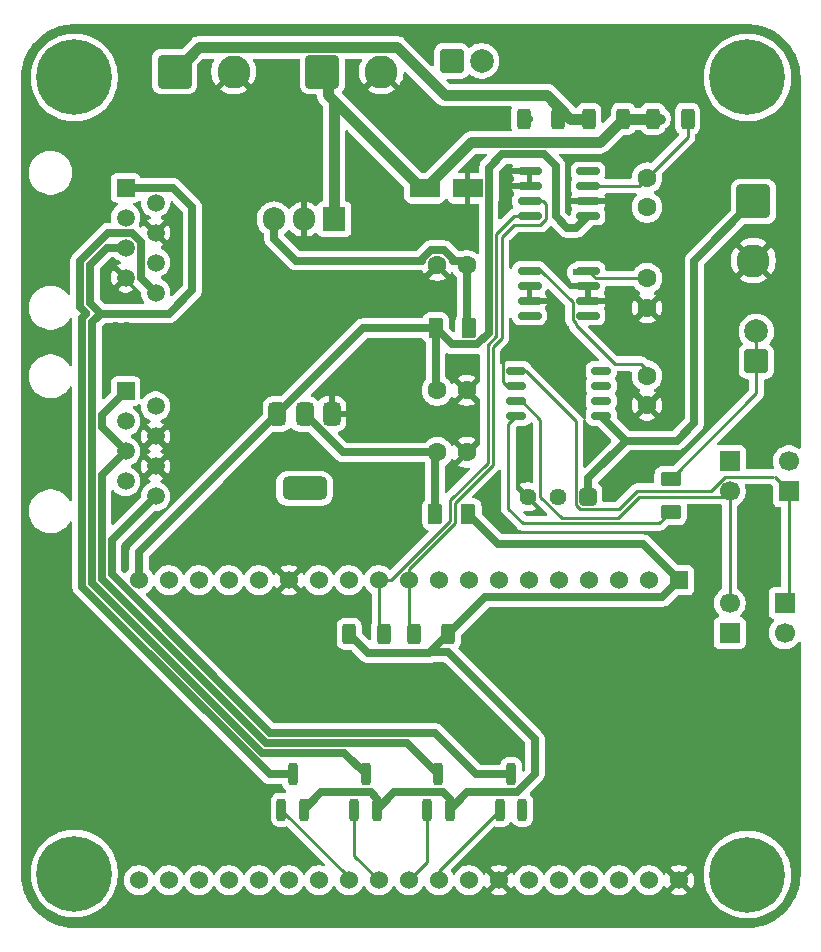
<source format=gbr>
%TF.GenerationSoftware,KiCad,Pcbnew,9.0.4*%
%TF.CreationDate,2025-10-29T20:45:07+01:00*%
%TF.ProjectId,Modu__Zaworu,4d6f6475-425f-45a6-9177-6f72752e6b69,rev?*%
%TF.SameCoordinates,Original*%
%TF.FileFunction,Copper,L1,Top*%
%TF.FilePolarity,Positive*%
%FSLAX46Y46*%
G04 Gerber Fmt 4.6, Leading zero omitted, Abs format (unit mm)*
G04 Created by KiCad (PCBNEW 9.0.4) date 2025-10-29 20:45:07*
%MOMM*%
%LPD*%
G01*
G04 APERTURE LIST*
G04 Aperture macros list*
%AMRoundRect*
0 Rectangle with rounded corners*
0 $1 Rounding radius*
0 $2 $3 $4 $5 $6 $7 $8 $9 X,Y pos of 4 corners*
0 Add a 4 corners polygon primitive as box body*
4,1,4,$2,$3,$4,$5,$6,$7,$8,$9,$2,$3,0*
0 Add four circle primitives for the rounded corners*
1,1,$1+$1,$2,$3*
1,1,$1+$1,$4,$5*
1,1,$1+$1,$6,$7*
1,1,$1+$1,$8,$9*
0 Add four rect primitives between the rounded corners*
20,1,$1+$1,$2,$3,$4,$5,0*
20,1,$1+$1,$4,$5,$6,$7,0*
20,1,$1+$1,$6,$7,$8,$9,0*
20,1,$1+$1,$8,$9,$2,$3,0*%
G04 Aperture macros list end*
%TA.AperFunction,ComponentPad*%
%ADD10R,1.700000X1.700000*%
%TD*%
%TA.AperFunction,ComponentPad*%
%ADD11C,1.700000*%
%TD*%
%TA.AperFunction,ComponentPad*%
%ADD12RoundRect,0.250001X-1.149999X-1.149999X1.149999X-1.149999X1.149999X1.149999X-1.149999X1.149999X0*%
%TD*%
%TA.AperFunction,ComponentPad*%
%ADD13C,2.800000*%
%TD*%
%TA.AperFunction,ComponentPad*%
%ADD14R,1.905000X2.000000*%
%TD*%
%TA.AperFunction,ComponentPad*%
%ADD15O,1.905000X2.000000*%
%TD*%
%TA.AperFunction,SMDPad,CuDef*%
%ADD16RoundRect,0.150000X-0.825000X-0.150000X0.825000X-0.150000X0.825000X0.150000X-0.825000X0.150000X0*%
%TD*%
%TA.AperFunction,SMDPad,CuDef*%
%ADD17RoundRect,0.250000X-0.312500X-0.625000X0.312500X-0.625000X0.312500X0.625000X-0.312500X0.625000X0*%
%TD*%
%TA.AperFunction,ComponentPad*%
%ADD18C,0.800000*%
%TD*%
%TA.AperFunction,ComponentPad*%
%ADD19C,6.400000*%
%TD*%
%TA.AperFunction,ComponentPad*%
%ADD20C,1.600000*%
%TD*%
%TA.AperFunction,SMDPad,CuDef*%
%ADD21RoundRect,0.200000X0.200000X-0.750000X0.200000X0.750000X-0.200000X0.750000X-0.200000X-0.750000X0*%
%TD*%
%TA.AperFunction,ComponentPad*%
%ADD22R,1.530000X1.530000*%
%TD*%
%TA.AperFunction,ComponentPad*%
%ADD23C,1.530000*%
%TD*%
%TA.AperFunction,SMDPad,CuDef*%
%ADD24RoundRect,0.375000X-0.375000X0.625000X-0.375000X-0.625000X0.375000X-0.625000X0.375000X0.625000X0*%
%TD*%
%TA.AperFunction,SMDPad,CuDef*%
%ADD25RoundRect,0.500000X-1.400000X0.500000X-1.400000X-0.500000X1.400000X-0.500000X1.400000X0.500000X0*%
%TD*%
%TA.AperFunction,ComponentPad*%
%ADD26RoundRect,0.250000X0.750000X-0.750000X0.750000X0.750000X-0.750000X0.750000X-0.750000X-0.750000X0*%
%TD*%
%TA.AperFunction,ComponentPad*%
%ADD27C,2.000000*%
%TD*%
%TA.AperFunction,SMDPad,CuDef*%
%ADD28RoundRect,0.250000X0.312500X0.625000X-0.312500X0.625000X-0.312500X-0.625000X0.312500X-0.625000X0*%
%TD*%
%TA.AperFunction,ComponentPad*%
%ADD29R,1.500000X1.500000*%
%TD*%
%TA.AperFunction,ComponentPad*%
%ADD30C,1.500000*%
%TD*%
%TA.AperFunction,ComponentPad*%
%ADD31RoundRect,0.250000X-0.470000X0.470000X-0.470000X-0.470000X0.470000X-0.470000X0.470000X0.470000X0*%
%TD*%
%TA.AperFunction,ComponentPad*%
%ADD32C,1.440000*%
%TD*%
%TA.AperFunction,SMDPad,CuDef*%
%ADD33RoundRect,0.250000X0.375000X0.625000X-0.375000X0.625000X-0.375000X-0.625000X0.375000X-0.625000X0*%
%TD*%
%TA.AperFunction,ComponentPad*%
%ADD34RoundRect,0.250000X-0.750000X-0.750000X0.750000X-0.750000X0.750000X0.750000X-0.750000X0.750000X0*%
%TD*%
%TA.AperFunction,SMDPad,CuDef*%
%ADD35RoundRect,0.162500X-0.650000X-0.162500X0.650000X-0.162500X0.650000X0.162500X-0.650000X0.162500X0*%
%TD*%
%TA.AperFunction,ComponentPad*%
%ADD36RoundRect,0.250001X-1.149999X1.149999X-1.149999X-1.149999X1.149999X-1.149999X1.149999X1.149999X0*%
%TD*%
%TA.AperFunction,SMDPad,CuDef*%
%ADD37RoundRect,0.250000X-0.625000X0.375000X-0.625000X-0.375000X0.625000X-0.375000X0.625000X0.375000X0*%
%TD*%
%TA.AperFunction,SMDPad,CuDef*%
%ADD38RoundRect,0.250000X-0.375000X-0.625000X0.375000X-0.625000X0.375000X0.625000X-0.375000X0.625000X0*%
%TD*%
%TA.AperFunction,SMDPad,CuDef*%
%ADD39RoundRect,0.250000X-1.050000X-0.550000X1.050000X-0.550000X1.050000X0.550000X-1.050000X0.550000X0*%
%TD*%
%TA.AperFunction,ViaPad*%
%ADD40C,0.600000*%
%TD*%
%TA.AperFunction,Conductor*%
%ADD41C,0.254000*%
%TD*%
%TA.AperFunction,Conductor*%
%ADD42C,0.635000*%
%TD*%
%TA.AperFunction,Conductor*%
%ADD43C,0.889000*%
%TD*%
G04 APERTURE END LIST*
D10*
%TO.P,J9,1,Pin_1*%
%TO.N,Net-(J11-Pin_1)*%
X233000000Y-94540000D03*
D11*
%TO.P,J9,2,Pin_2*%
%TO.N,Vref*%
X233000000Y-92000000D03*
%TD*%
D12*
%TO.P,J1,1,Pin_1*%
%TO.N,VBUS*%
X181000000Y-59000000D03*
D13*
%TO.P,J1,2,Pin_2*%
%TO.N,GND*%
X186000000Y-59000000D03*
%TD*%
D14*
%TO.P,U3,1,IN*%
%TO.N,VL*%
X194500000Y-71500000D03*
D15*
%TO.P,U3,2,GND*%
%TO.N,GND*%
X191960000Y-71500000D03*
%TO.P,U3,3,OUT*%
%TO.N,Net-(D1-A)*%
X189420000Y-71500000D03*
%TD*%
D16*
%TO.P,U2,1,A1*%
%TO.N,GND*%
X211050000Y-67425000D03*
%TO.P,U2,2,A0*%
X211050000Y-68695000D03*
%TO.P,U2,3,SDA*%
%TO.N,SDA*%
X211050000Y-69965000D03*
%TO.P,U2,4,SCL*%
%TO.N,SCL*%
X211050000Y-71235000D03*
%TO.P,U2,5,VS*%
%TO.N,+5V*%
X216000000Y-71235000D03*
%TO.P,U2,6,GND*%
%TO.N,GND*%
X216000000Y-69965000D03*
%TO.P,U2,7,IN-*%
%TO.N,Net-(U2-IN-)*%
X216000000Y-68695000D03*
%TO.P,U2,8,IN+*%
%TO.N,Net-(U2-IN+)*%
X216000000Y-67425000D03*
%TD*%
D17*
%TO.P,R4,1*%
%TO.N,+3.3V*%
X195775000Y-106618750D03*
%TO.P,R4,2*%
%TO.N,SCL*%
X198700000Y-106618750D03*
%TD*%
D10*
%TO.P,J8,1,Pin_1*%
%TO.N,V_pot*%
X228000000Y-92000000D03*
D11*
%TO.P,J8,2,Pin_2*%
%TO.N,Net-(J10-Pin_2)*%
X228000000Y-94540000D03*
%TD*%
D10*
%TO.P,J10,1,Pin_1*%
%TO.N,Vref*%
X228000000Y-106540000D03*
D11*
%TO.P,J10,2,Pin_2*%
%TO.N,Net-(J10-Pin_2)*%
X228000000Y-104000000D03*
%TD*%
D18*
%TO.P,REF\u002A\u002A,1*%
%TO.N,N/C*%
X170100000Y-59500000D03*
X170802944Y-57802944D03*
X170802944Y-61197056D03*
X172500000Y-57100000D03*
D19*
X172500000Y-59500000D03*
D18*
X172500000Y-61900000D03*
X174197056Y-57802944D03*
X174197056Y-61197056D03*
X174900000Y-59500000D03*
%TD*%
D20*
%TO.P,C2,1*%
%TO.N,Net-(U2-IN+)*%
X221000000Y-70500000D03*
%TO.P,C2,2*%
%TO.N,Net-(U2-IN-)*%
X221000000Y-68000000D03*
%TD*%
D21*
%TO.P,Q4,1,G*%
%TO.N,czujnik_cisnienia_POWER*%
X208550000Y-121500000D03*
%TO.P,Q4,2,D*%
%TO.N,+5V*%
X210450000Y-121500000D03*
%TO.P,Q4,3,S*%
%TO.N,Net-(Q4-S)*%
X209500000Y-118500000D03*
%TD*%
D22*
%TO.P,U6,1,3V3*%
%TO.N,+3.3V*%
X223700000Y-102072500D03*
D23*
%TO.P,U6,2,EN*%
%TO.N,unconnected-(U6-EN-Pad2)*%
X221160000Y-102072500D03*
%TO.P,U6,3,SENSOR_VP*%
%TO.N,unconnected-(U6-SENSOR_VP-Pad3)*%
X218620000Y-102072500D03*
%TO.P,U6,4,SENSOR_VN*%
%TO.N,unconnected-(U6-SENSOR_VN-Pad4)*%
X216080000Y-102072500D03*
%TO.P,U6,5,IO34*%
%TO.N,unconnected-(U6-IO34-Pad5)*%
X213540000Y-102072500D03*
%TO.P,U6,6,IO35*%
%TO.N,unconnected-(U6-IO35-Pad6)*%
X211000000Y-102072500D03*
%TO.P,U6,7,IO32*%
%TO.N,unconnected-(U6-IO32-Pad7)*%
X208460000Y-102072500D03*
%TO.P,U6,8,IO33*%
%TO.N,/SEN0193_WYJ\u015ACIE*%
X205920000Y-102072500D03*
%TO.P,U6,9,IO25*%
%TO.N,/Czujnik ci\u015Bnienia output*%
X203380000Y-102072500D03*
%TO.P,U6,10,IO26*%
%TO.N,SDA*%
X200840000Y-102072500D03*
%TO.P,U6,11,IO27*%
%TO.N,SCL*%
X198300000Y-102072500D03*
%TO.P,U6,12,IO14*%
%TO.N,Net-(J3-Pin_1)*%
X195760000Y-102072500D03*
%TO.P,U6,13,IO12*%
%TO.N,unconnected-(U6-IO12-Pad13)*%
X193220000Y-102072500D03*
%TO.P,U6,14,GND1*%
%TO.N,GND*%
X190680000Y-102072500D03*
%TO.P,U6,15,IO13*%
%TO.N,unconnected-(U6-IO13-Pad15)*%
X188140000Y-102072500D03*
%TO.P,U6,16,SD2*%
%TO.N,unconnected-(U6-SD2-Pad16)*%
X185600000Y-102072500D03*
%TO.P,U6,17,SD3*%
%TO.N,unconnected-(U6-SD3-Pad17)*%
X183060000Y-102072500D03*
%TO.P,U6,18,CMD*%
%TO.N,unconnected-(U6-CMD-Pad18)*%
X180520000Y-102072500D03*
%TO.P,U6,19,EXT_5V*%
%TO.N,+5V*%
X177980000Y-102072500D03*
%TO.P,U6,20,CLK*%
%TO.N,unconnected-(U6-CLK-Pad20)*%
X177980000Y-127472500D03*
%TO.P,U6,21,SD0*%
%TO.N,unconnected-(U6-SD0-Pad21)*%
X180520000Y-127472500D03*
%TO.P,U6,22,SD1*%
%TO.N,unconnected-(U6-SD1-Pad22)*%
X183060000Y-127472500D03*
%TO.P,U6,23,IO15*%
%TO.N,unconnected-(U6-IO15-Pad23)*%
X185600000Y-127472500D03*
%TO.P,U6,24,IO2*%
%TO.N,unconnected-(U6-IO2-Pad24)*%
X188140000Y-127472500D03*
%TO.P,U6,25,IO0*%
%TO.N,unconnected-(U6-IO0-Pad25)*%
X190680000Y-127472500D03*
%TO.P,U6,26,IO4*%
%TO.N,unconnected-(U6-IO4-Pad26)*%
X193220000Y-127472500D03*
%TO.P,U6,27,IO16*%
%TO.N,SEN193_POWER*%
X195760000Y-127472500D03*
%TO.P,U6,28,IO17*%
%TO.N,BH1750(1)_POWER*%
X198300000Y-127472500D03*
%TO.P,U6,29,IO5*%
%TO.N,BH1750(2)_POWER*%
X200840000Y-127472500D03*
%TO.P,U6,30,IO18*%
%TO.N,czujnik_cisnienia_POWER*%
X203380000Y-127472500D03*
%TO.P,U6,31,IO19*%
%TO.N,unconnected-(U6-IO19-Pad31)*%
X205920000Y-127472500D03*
%TO.P,U6,32,GND2*%
%TO.N,GND*%
X208460000Y-127472500D03*
%TO.P,U6,33,IO21*%
%TO.N,unconnected-(U6-IO21-Pad33)*%
X211000000Y-127472500D03*
%TO.P,U6,34,RXD0*%
%TO.N,unconnected-(U6-RXD0-Pad34)*%
X213540000Y-127472500D03*
%TO.P,U6,35,TXD0*%
%TO.N,unconnected-(U6-TXD0-Pad35)*%
X216080000Y-127472500D03*
%TO.P,U6,36,IO22*%
%TO.N,unconnected-(U6-IO22-Pad36)*%
X218620000Y-127472500D03*
%TO.P,U6,37,IO23*%
%TO.N,unconnected-(U6-IO23-Pad37)*%
X221160000Y-127472500D03*
%TO.P,U6,38,GND3*%
%TO.N,GND*%
X223700000Y-127472500D03*
%TD*%
D24*
%TO.P,U5,1,GND*%
%TO.N,GND*%
X194300000Y-88000000D03*
%TO.P,U5,2,VO*%
%TO.N,Net-(D2-A)*%
X192000000Y-88000000D03*
%TO.P,U5,3,VI*%
%TO.N,+5V*%
X189700000Y-88000000D03*
D25*
%TO.P,U5,4*%
%TO.N,N/C*%
X192000000Y-94300000D03*
%TD*%
D26*
%TO.P,J5,1,Pin_1*%
%TO.N,Net-(D3-K)*%
X230250000Y-83540000D03*
D27*
%TO.P,J5,2,Pin_2*%
X230250000Y-81000000D03*
%TD*%
D28*
%TO.P,R5,1*%
%TO.N,+3.3V*%
X204162500Y-106618750D03*
%TO.P,R5,2*%
%TO.N,SDA*%
X201237500Y-106618750D03*
%TD*%
D21*
%TO.P,Q3,1,G*%
%TO.N,BH1750(2)_POWER*%
X202383333Y-121500000D03*
%TO.P,Q3,2,D*%
%TO.N,+3.3V*%
X204283333Y-121500000D03*
%TO.P,Q3,3,S*%
%TO.N,Net-(Q3-S)*%
X203333333Y-118500000D03*
%TD*%
D20*
%TO.P,C3,1*%
%TO.N,Net-(D1-A)*%
X205730000Y-75422000D03*
%TO.P,C3,2*%
%TO.N,GND*%
X203230000Y-75422000D03*
%TD*%
D29*
%TO.P,J7,1*%
%TO.N,Net-(Q3-S)*%
X176850000Y-86070000D03*
D30*
%TO.P,J7,2*%
%TO.N,SDA*%
X179390000Y-87340000D03*
%TO.P,J7,3*%
%TO.N,SCL*%
X176850000Y-88610000D03*
%TO.P,J7,4*%
%TO.N,GND*%
X179390000Y-89880000D03*
%TO.P,J7,5*%
%TO.N,Net-(Q3-S)*%
X176850000Y-91150000D03*
%TO.P,J7,6*%
%TO.N,GND*%
X179390000Y-92420000D03*
%TO.P,J7,7*%
%TO.N,Net-(J7-Pad7)*%
X176850000Y-93690000D03*
%TO.P,J7,8*%
%TO.N,Net-(Q4-S)*%
X179390000Y-94960000D03*
%TD*%
D18*
%TO.P,REF\u002A\u002A,1*%
%TO.N,N/C*%
X227100000Y-59500000D03*
X227802944Y-57802944D03*
X227802944Y-61197056D03*
X229500000Y-57100000D03*
D19*
X229500000Y-59500000D03*
D18*
X229500000Y-61900000D03*
X231197056Y-57802944D03*
X231197056Y-61197056D03*
X231900000Y-59500000D03*
%TD*%
D17*
%TO.P,R3,1*%
%TO.N,VBUS*%
X216075000Y-63000000D03*
%TO.P,R3,2*%
%TO.N,VL*%
X219000000Y-63000000D03*
%TD*%
D31*
%TO.P,RV1,1,1*%
%TO.N,PV*%
X216000000Y-95000000D03*
D32*
%TO.P,RV1,2,2*%
%TO.N,V_pot*%
X213460000Y-95000000D03*
%TO.P,RV1,3,3*%
%TO.N,GND*%
X210920000Y-95000000D03*
%TD*%
D12*
%TO.P,J2,1,Pin_1*%
%TO.N,VL*%
X193500000Y-59000000D03*
D13*
%TO.P,J2,2,Pin_2*%
%TO.N,GND*%
X198500000Y-59000000D03*
%TD*%
D28*
%TO.P,R1,1*%
%TO.N,VBUS*%
X213500000Y-63000000D03*
%TO.P,R1,2*%
%TO.N,Net-(U2-IN+)*%
X210575000Y-63000000D03*
%TD*%
D33*
%TO.P,D2,1,K*%
%TO.N,+3.3V*%
X205860000Y-96470000D03*
%TO.P,D2,2,A*%
%TO.N,Net-(D2-A)*%
X203060000Y-96470000D03*
%TD*%
D20*
%TO.P,C6,1*%
%TO.N,Vref*%
X221000000Y-84750000D03*
%TO.P,C6,2*%
%TO.N,GND*%
X221000000Y-87250000D03*
%TD*%
D18*
%TO.P,REF\u002A\u002A,1*%
%TO.N,N/C*%
X170100000Y-126900000D03*
X170802944Y-125202944D03*
X170802944Y-128597056D03*
X172500000Y-124500000D03*
D19*
X172500000Y-126900000D03*
D18*
X172500000Y-129300000D03*
X174197056Y-125202944D03*
X174197056Y-128597056D03*
X174900000Y-126900000D03*
%TD*%
D34*
%TO.P,J3,1,Pin_1*%
%TO.N,Net-(J3-Pin_1)*%
X204460000Y-58100000D03*
D27*
%TO.P,J3,2,Pin_2*%
X207000000Y-58100000D03*
%TD*%
D16*
%TO.P,U1,1,K*%
%TO.N,Vref*%
X211050000Y-75856667D03*
%TO.P,U1,2,A*%
%TO.N,GND*%
X211050000Y-77126667D03*
%TO.P,U1,3,A*%
X211050000Y-78396667D03*
%TO.P,U1,4*%
%TO.N,N/C*%
X211050000Y-79666667D03*
%TO.P,U1,5*%
X216000000Y-79666667D03*
%TO.P,U1,6,A*%
%TO.N,GND*%
X216000000Y-78396667D03*
%TO.P,U1,7,A*%
X216000000Y-77126667D03*
%TO.P,U1,8,REF*%
%TO.N,Net-(U1-REF)*%
X216000000Y-75856667D03*
%TD*%
D10*
%TO.P,J11,1,Pin_1*%
%TO.N,Net-(J11-Pin_1)*%
X232645000Y-104000000D03*
D11*
%TO.P,J11,2,Pin_2*%
%TO.N,V_pot*%
X232645000Y-106540000D03*
%TD*%
D35*
%TO.P,U4,1,+*%
%TO.N,Net-(J11-Pin_1)*%
X209937500Y-84358333D03*
%TO.P,U4,2,V-*%
%TO.N,GND*%
X209937500Y-85628333D03*
%TO.P,U4,3,-*%
%TO.N,Net-(J10-Pin_2)*%
X209937500Y-86898333D03*
%TO.P,U4,4*%
%TO.N,Net-(D3-A)*%
X209937500Y-88168333D03*
%TO.P,U4,5,V+*%
%TO.N,PV*%
X217112500Y-88168333D03*
%TO.P,U4,6*%
%TO.N,N/C*%
X217112500Y-86898333D03*
%TO.P,U4,7*%
X217112500Y-85628333D03*
%TO.P,U4,8*%
X217112500Y-84358333D03*
%TD*%
D36*
%TO.P,J4,1,Pin_1*%
%TO.N,PV*%
X230000000Y-70000000D03*
D13*
%TO.P,J4,2,Pin_2*%
%TO.N,GND*%
X230000000Y-75000000D03*
%TD*%
D37*
%TO.P,D3,1,K*%
%TO.N,Net-(D3-K)*%
X223000000Y-93500000D03*
%TO.P,D3,2,A*%
%TO.N,Net-(D3-A)*%
X223000000Y-96300000D03*
%TD*%
D20*
%TO.P,C7,1*%
%TO.N,Net-(D2-A)*%
X203250000Y-91250000D03*
%TO.P,C7,2*%
%TO.N,GND*%
X205750000Y-91250000D03*
%TD*%
%TO.P,C5,1*%
%TO.N,+5V*%
X203230000Y-86000000D03*
%TO.P,C5,2*%
%TO.N,GND*%
X205730000Y-86000000D03*
%TD*%
D21*
%TO.P,Q1,1,G*%
%TO.N,SEN193_POWER*%
X190050000Y-121500000D03*
%TO.P,Q1,2,D*%
%TO.N,+3.3V*%
X191950000Y-121500000D03*
%TO.P,Q1,3,S*%
%TO.N,Net-(Q1-S)*%
X191000000Y-118500000D03*
%TD*%
D38*
%TO.P,D1,1,K*%
%TO.N,+5V*%
X203100000Y-80714000D03*
%TO.P,D1,2,A*%
%TO.N,Net-(D1-A)*%
X205900000Y-80714000D03*
%TD*%
D18*
%TO.P,REF\u002A\u002A,1*%
%TO.N,N/C*%
X227100000Y-127000000D03*
X227802944Y-125302944D03*
X227802944Y-128697056D03*
X229500000Y-124600000D03*
D19*
X229500000Y-127000000D03*
D18*
X229500000Y-129400000D03*
X231197056Y-125302944D03*
X231197056Y-128697056D03*
X231900000Y-127000000D03*
%TD*%
D21*
%TO.P,Q2,1,G*%
%TO.N,BH1750(1)_POWER*%
X196216667Y-121500000D03*
%TO.P,Q2,2,D*%
%TO.N,+3.3V*%
X198116667Y-121500000D03*
%TO.P,Q2,3,S*%
%TO.N,Net-(Q2-S)*%
X197166667Y-118500000D03*
%TD*%
D17*
%TO.P,R2,1*%
%TO.N,VL*%
X221500000Y-63000000D03*
%TO.P,R2,2*%
%TO.N,Net-(U2-IN-)*%
X224425000Y-63000000D03*
%TD*%
D39*
%TO.P,C1,1*%
%TO.N,VL*%
X202200000Y-68900000D03*
%TO.P,C1,2*%
%TO.N,GND*%
X205800000Y-68900000D03*
%TD*%
D20*
%TO.P,C4,1*%
%TO.N,Net-(U1-REF)*%
X221000000Y-76500000D03*
%TO.P,C4,2*%
%TO.N,GND*%
X221000000Y-79000000D03*
%TD*%
D29*
%TO.P,J6,1*%
%TO.N,Net-(Q2-S)*%
X176850000Y-68840000D03*
D30*
%TO.P,J6,2*%
%TO.N,SDA*%
X179390000Y-70110000D03*
%TO.P,J6,3*%
%TO.N,SCL*%
X176850000Y-71380000D03*
%TO.P,J6,4*%
%TO.N,GND*%
X179390000Y-72650000D03*
%TO.P,J6,5*%
%TO.N,Net-(Q2-S)*%
X176850000Y-73920000D03*
%TO.P,J6,6*%
%TO.N,/SEN0193_WYJ\u015ACIE*%
X179390000Y-75190000D03*
%TO.P,J6,7*%
%TO.N,GND*%
X176850000Y-76460000D03*
%TO.P,J6,8*%
%TO.N,Net-(Q1-S)*%
X179390000Y-77730000D03*
%TD*%
D40*
%TO.N,Net-(U2-IN+)*%
X211075000Y-63000000D03*
X216250000Y-67500000D03*
%TO.N,Vref*%
X211750000Y-75856667D03*
%TO.N,GND*%
X211050000Y-67425000D03*
X211050000Y-77126667D03*
X177000000Y-80500000D03*
X209000000Y-68750000D03*
X209500000Y-85628333D03*
X211050000Y-68695000D03*
X176000000Y-80500000D03*
X209000000Y-67500000D03*
X211050000Y-78396667D03*
X176000000Y-77500000D03*
%TO.N,Net-(U1-REF)*%
X214987500Y-76000000D03*
%TO.N,+5V*%
X210500000Y-121500000D03*
%TO.N,VL*%
X214250000Y-64900000D03*
%TD*%
D41*
%TO.N,Net-(U2-IN-)*%
X221000000Y-68000000D02*
X220305000Y-68695000D01*
X221000000Y-68000000D02*
X224425000Y-64575000D01*
X224425000Y-64575000D02*
X224425000Y-63575000D01*
X220305000Y-68695000D02*
X216000000Y-68695000D01*
%TO.N,Vref*%
X220500000Y-83750000D02*
X218250000Y-83750000D01*
X214697000Y-80018817D02*
X214697000Y-78528668D01*
X221000000Y-84750000D02*
X221000000Y-84250000D01*
X211750000Y-75856667D02*
X211050000Y-75856667D01*
X214972850Y-80294667D02*
X214697000Y-80018817D01*
X218250000Y-83750000D02*
X214972850Y-80472850D01*
X214697000Y-78528668D02*
X212024999Y-75856667D01*
X211050000Y-75856667D02*
X212024999Y-75856667D01*
X212024999Y-75856667D02*
X211750000Y-75856667D01*
X221000000Y-84250000D02*
X220500000Y-83750000D01*
X214972850Y-80472850D02*
X214972850Y-80294667D01*
%TO.N,GND*%
X209937500Y-85628333D02*
X209500000Y-85628333D01*
X209125001Y-85628333D02*
X208797000Y-85300332D01*
X209937500Y-85628333D02*
X210178174Y-85628333D01*
X221000000Y-86735159D02*
X221000000Y-87500000D01*
X209500000Y-85628333D02*
X209125001Y-85628333D01*
X208797000Y-83203000D02*
X209000000Y-83000000D01*
X208797000Y-85300332D02*
X208797000Y-83203000D01*
%TO.N,Net-(U1-REF)*%
X221000000Y-76500000D02*
X216643333Y-76500000D01*
X216643333Y-76500000D02*
X216000000Y-75856667D01*
D42*
%TO.N,+5V*%
X212250000Y-66000000D02*
X208750000Y-66000000D01*
X206600250Y-82107500D02*
X204493500Y-82107500D01*
X203100000Y-80714000D02*
X203100000Y-85870000D01*
X203100000Y-80714000D02*
X196986000Y-80714000D01*
X207604500Y-81103250D02*
X206600250Y-82107500D01*
X177980000Y-99679250D02*
X189659250Y-88000000D01*
X207618500Y-69775250D02*
X207604500Y-69789250D01*
X196986000Y-80714000D02*
X189700000Y-88000000D01*
X177980000Y-102072500D02*
X177980000Y-99679250D01*
X214985000Y-72250000D02*
X214250000Y-72250000D01*
X203100000Y-85870000D02*
X203230000Y-86000000D01*
X189659250Y-88000000D02*
X189700000Y-88000000D01*
X204493500Y-82107500D02*
X203100000Y-80714000D01*
X208750000Y-66000000D02*
X207618500Y-67131500D01*
X216000000Y-71235000D02*
X214985000Y-72250000D01*
X207618500Y-67131500D02*
X207618500Y-69775250D01*
X213250000Y-71250000D02*
X213250000Y-67000000D01*
X214250000Y-72250000D02*
X213250000Y-71250000D01*
X213250000Y-67000000D02*
X212250000Y-66000000D01*
X207604500Y-69789250D02*
X207604500Y-81103250D01*
%TO.N,Net-(D2-A)*%
X203060000Y-96470000D02*
X203060000Y-91440000D01*
X203060000Y-91440000D02*
X203250000Y-91250000D01*
X192000000Y-88000000D02*
X195250000Y-91250000D01*
X195250000Y-91250000D02*
X203250000Y-91250000D01*
%TO.N,+3.3V*%
X211500000Y-115500000D02*
X204140625Y-108140625D01*
X204140625Y-108140625D02*
X202640625Y-108140625D01*
X204283333Y-121500000D02*
X205751833Y-120031500D01*
X199585167Y-120031500D02*
X203764833Y-120031500D01*
X198116667Y-120550000D02*
X197598167Y-120031500D01*
X205751833Y-120031500D02*
X209968500Y-120031500D01*
X198116667Y-121500000D02*
X199585167Y-120031500D01*
X195775000Y-106618750D02*
X197412375Y-108256125D01*
X198116667Y-121500000D02*
X198116667Y-120550000D01*
X204283333Y-120550000D02*
X204283333Y-121500000D01*
X211500000Y-118500000D02*
X211500000Y-115500000D01*
X223700000Y-102072500D02*
X222272500Y-103500000D01*
X202525125Y-108256125D02*
X198756125Y-108256125D01*
X222272500Y-103500000D02*
X207281250Y-103500000D01*
X203764833Y-120031500D02*
X204283333Y-120550000D01*
X202640625Y-108140625D02*
X202525125Y-108256125D01*
X223700000Y-102072500D02*
X220627500Y-99000000D01*
X197598167Y-120031500D02*
X193418500Y-120031500D01*
X207281250Y-103500000D02*
X204162500Y-106618750D01*
X204162500Y-106618750D02*
X202640625Y-108140625D01*
X191950000Y-121500000D02*
X193418500Y-120031500D01*
X209968500Y-120031500D02*
X211500000Y-118500000D01*
X208390000Y-99000000D02*
X205860000Y-96470000D01*
X220627500Y-99000000D02*
X208390000Y-99000000D01*
X197412375Y-108256125D02*
X198756125Y-108256125D01*
%TO.N,PV*%
X223512784Y-90250000D02*
X219194167Y-90250000D01*
X217112500Y-88168333D02*
X219194167Y-90250000D01*
X225000000Y-88762784D02*
X223512784Y-90250000D01*
X230000000Y-70000000D02*
X225000000Y-75000000D01*
X225000000Y-75000000D02*
X225000000Y-88762784D01*
X216000000Y-93444167D02*
X216000000Y-95000000D01*
X219194167Y-90250000D02*
X216000000Y-93444167D01*
D41*
%TO.N,SCL*%
X208250000Y-81370624D02*
X208250000Y-72750000D01*
X199281842Y-102072500D02*
X204295000Y-97059342D01*
X209765000Y-71235000D02*
X211050000Y-71235000D01*
X204295000Y-95311533D02*
X207500000Y-92106533D01*
X207500000Y-92106533D02*
X207500000Y-82120624D01*
X204295000Y-97059342D02*
X204295000Y-95311533D01*
X207500000Y-82120624D02*
X208250000Y-81370624D01*
X208250000Y-72750000D02*
X209765000Y-71235000D01*
X198300000Y-102072500D02*
X198300000Y-106218750D01*
X198300000Y-102072500D02*
X199281842Y-102072500D01*
X198300000Y-106218750D02*
X198700000Y-106618750D01*
%TO.N,SDA*%
X212470075Y-71470075D02*
X211940150Y-72000000D01*
X212470075Y-70220075D02*
X212470075Y-71470075D01*
X207955000Y-92295001D02*
X204750000Y-95500000D01*
X209750000Y-72000000D02*
X208705000Y-73045000D01*
X211940150Y-72000000D02*
X209750000Y-72000000D01*
X200840000Y-102072500D02*
X200840000Y-106221250D01*
X204750000Y-95500000D02*
X204750000Y-97247810D01*
X204750000Y-97247810D02*
X200840000Y-101157810D01*
X200840000Y-106221250D02*
X201237500Y-106618750D01*
X200840000Y-101157810D02*
X200840000Y-102072500D01*
X208705000Y-73045000D02*
X208705000Y-81559092D01*
X211050000Y-69965000D02*
X212215000Y-69965000D01*
X208705000Y-81559092D02*
X207955000Y-82309092D01*
X207955000Y-82309092D02*
X207955000Y-92295001D01*
X212215000Y-69965000D02*
X212470075Y-70220075D01*
%TO.N,Net-(D3-A)*%
X210500000Y-97250000D02*
X222050000Y-97250000D01*
X209250000Y-96000000D02*
X210500000Y-97250000D01*
X209937500Y-88168333D02*
X209250000Y-88855833D01*
X209250000Y-88855833D02*
X209250000Y-96000000D01*
X222050000Y-97250000D02*
X223000000Y-96300000D01*
%TO.N,Net-(D3-K)*%
X230250000Y-86250000D02*
X230250000Y-83540000D01*
X223000000Y-93500000D02*
X230250000Y-86250000D01*
X230250000Y-81000000D02*
X230250000Y-83540000D01*
D43*
%TO.N,VBUS*%
X199847274Y-56954500D02*
X183045500Y-56954500D01*
X183045500Y-56954500D02*
X181000000Y-59000000D01*
X214500000Y-63000000D02*
X212500000Y-61000000D01*
X216075000Y-63000000D02*
X214500000Y-63000000D01*
X212500000Y-61000000D02*
X203892774Y-61000000D01*
X203892774Y-61000000D02*
X199847274Y-56954500D01*
D42*
%TO.N,Net-(Q1-S)*%
X173164000Y-79899217D02*
X173500000Y-79563218D01*
X191000000Y-118500000D02*
X189045510Y-118500000D01*
X175348500Y-72651500D02*
X177375430Y-72651500D01*
X178118500Y-76458500D02*
X179390000Y-77730000D01*
X173500000Y-79436782D02*
X173000000Y-78936782D01*
X178118500Y-73394570D02*
X178118500Y-76458500D01*
X173500000Y-79563218D02*
X173500000Y-79436782D01*
X177375430Y-72651500D02*
X178118500Y-73394570D01*
X173000000Y-75000000D02*
X175348500Y-72651500D01*
X189045510Y-118500000D02*
X173164000Y-102618490D01*
X173164000Y-102618490D02*
X173164000Y-79899217D01*
X173000000Y-78936782D02*
X173000000Y-75000000D01*
%TO.N,Net-(Q2-S)*%
X180500000Y-79500000D02*
X174745500Y-79500000D01*
X182500000Y-77500000D02*
X180500000Y-79500000D01*
X197166667Y-118500000D02*
X195338667Y-116672000D01*
X174000000Y-102272208D02*
X174000000Y-80245500D01*
X195338667Y-116672000D02*
X188399790Y-116672000D01*
X188399790Y-116672000D02*
X174000000Y-102272208D01*
X182500000Y-70500000D02*
X182500000Y-77500000D01*
X180840000Y-68840000D02*
X182500000Y-70500000D01*
X173836000Y-75346282D02*
X175262282Y-73920000D01*
X175262282Y-73920000D02*
X176850000Y-73920000D01*
X174000000Y-80245500D02*
X174745500Y-79500000D01*
X174745500Y-79500000D02*
X173836000Y-78590500D01*
X176850000Y-68840000D02*
X180840000Y-68840000D01*
X173836000Y-78590500D02*
X173836000Y-75346282D01*
%TO.N,Net-(D1-A)*%
X201911500Y-75000000D02*
X191250000Y-75000000D01*
X205308000Y-75000000D02*
X204548500Y-75000000D01*
X202683859Y-74103500D02*
X201911500Y-74875859D01*
X191250000Y-75000000D02*
X189420000Y-73170000D01*
X204548500Y-74875859D02*
X203776141Y-74103500D01*
X204548500Y-75000000D02*
X204548500Y-74875859D01*
X201911500Y-74875859D02*
X201911500Y-75000000D01*
X189420000Y-73170000D02*
X189420000Y-71500000D01*
X205730000Y-75422000D02*
X205308000Y-75000000D01*
X203776141Y-74103500D02*
X202683859Y-74103500D01*
X205730000Y-80544000D02*
X205900000Y-80714000D01*
X205730000Y-75422000D02*
X205730000Y-80544000D01*
D43*
%TO.N,VL*%
X194500000Y-62000000D02*
X194500000Y-61500000D01*
X194500000Y-71500000D02*
X194500000Y-62000000D01*
X194000000Y-61000000D02*
X194000000Y-59000000D01*
X194500000Y-61500000D02*
X198375000Y-65375000D01*
X206100000Y-65000000D02*
X202200000Y-68900000D01*
X194500000Y-61500000D02*
X194000000Y-61000000D01*
X217000000Y-65000000D02*
X206100000Y-65000000D01*
X202200000Y-68900000D02*
X201900000Y-68900000D01*
X201900000Y-68900000D02*
X198375000Y-65375000D01*
X219000000Y-63000000D02*
X217000000Y-65000000D01*
X219000000Y-63000000D02*
X222075000Y-63000000D01*
D41*
%TO.N,Net-(J10-Pin_2)*%
X218524126Y-96795000D02*
X220319126Y-95000000D01*
X228000000Y-94540000D02*
X228000000Y-104000000D01*
X213772904Y-96795000D02*
X218524126Y-96795000D01*
X211968000Y-88473833D02*
X211968000Y-94990096D01*
X211968000Y-94990096D02*
X213772904Y-96795000D01*
X227540000Y-95000000D02*
X228000000Y-94540000D01*
X210392500Y-86898333D02*
X211968000Y-88473833D01*
X209937500Y-86898333D02*
X209148333Y-86898333D01*
X220319126Y-95000000D02*
X227540000Y-95000000D01*
%TO.N,Net-(J11-Pin_1)*%
X233000000Y-94540000D02*
X233000000Y-103645000D01*
X209937500Y-84358333D02*
X210749999Y-84358333D01*
X220175658Y-94500000D02*
X226374056Y-94500000D01*
X232645000Y-94895000D02*
X233000000Y-94540000D01*
X227574056Y-93300000D02*
X231675000Y-93300000D01*
X214952000Y-88560334D02*
X214952000Y-95716342D01*
X231822000Y-93362000D02*
X233000000Y-94540000D01*
X210749999Y-84358333D02*
X214952000Y-88560334D01*
X226374056Y-94500000D02*
X227574056Y-93300000D01*
X215283658Y-96048000D02*
X218627658Y-96048000D01*
X218627658Y-96048000D02*
X220175658Y-94500000D01*
X233000000Y-103645000D02*
X232645000Y-104000000D01*
X210079167Y-84500000D02*
X209937500Y-84358333D01*
X214952000Y-95716342D02*
X215283658Y-96048000D01*
D42*
%TO.N,Net-(Q3-S)*%
X174836000Y-93164000D02*
X176850000Y-91150000D01*
X200669333Y-115836000D02*
X188746073Y-115836000D01*
X174836000Y-88084000D02*
X174836000Y-89136000D01*
X188746073Y-115836000D02*
X174836000Y-101925926D01*
X174836000Y-101925926D02*
X174836000Y-93164000D01*
X174836000Y-89136000D02*
X176850000Y-91150000D01*
X203333333Y-118500000D02*
X200669333Y-115836000D01*
X176850000Y-86070000D02*
X174836000Y-88084000D01*
%TO.N,Net-(Q4-S)*%
X175672000Y-98678000D02*
X179390000Y-94960000D01*
X203038802Y-115000000D02*
X189092356Y-115000000D01*
X189092356Y-115000000D02*
X175672000Y-101579644D01*
X206538802Y-118500000D02*
X209500000Y-118500000D01*
X206538802Y-118500000D02*
X203038802Y-115000000D01*
X175672000Y-101579644D02*
X175672000Y-98678000D01*
D41*
%TO.N,BH1750(1)_POWER*%
X196216667Y-121500000D02*
X196216667Y-125389167D01*
X196216667Y-125389167D02*
X198300000Y-127472500D01*
%TO.N,SEN193_POWER*%
X195760000Y-127210000D02*
X195760000Y-127472500D01*
X190050000Y-121500000D02*
X195760000Y-127210000D01*
%TO.N,czujnik_cisnienia_POWER*%
X203380000Y-126670000D02*
X203380000Y-127472500D01*
X208550000Y-121500000D02*
X203380000Y-126670000D01*
%TO.N,BH1750(2)_POWER*%
X202383333Y-125929167D02*
X200840000Y-127472500D01*
X202383333Y-121500000D02*
X202383333Y-125929167D01*
%TD*%
%TA.AperFunction,Conductor*%
%TO.N,GND*%
G36*
X229502702Y-55000617D02*
G01*
X229886771Y-55017386D01*
X229897506Y-55018326D01*
X230275971Y-55068152D01*
X230286597Y-55070025D01*
X230659284Y-55152648D01*
X230669710Y-55155442D01*
X231033765Y-55270227D01*
X231043911Y-55273920D01*
X231396578Y-55420000D01*
X231406369Y-55424566D01*
X231744942Y-55600816D01*
X231754310Y-55606224D01*
X232076244Y-55811318D01*
X232085105Y-55817523D01*
X232387930Y-56049889D01*
X232396217Y-56056843D01*
X232677635Y-56314715D01*
X232685284Y-56322364D01*
X232943156Y-56603782D01*
X232950110Y-56612069D01*
X233182476Y-56914894D01*
X233188681Y-56923755D01*
X233393775Y-57245689D01*
X233399183Y-57255057D01*
X233575430Y-57593623D01*
X233580002Y-57603427D01*
X233726075Y-57956078D01*
X233729775Y-57966244D01*
X233844554Y-58330278D01*
X233847354Y-58340727D01*
X233929971Y-58713389D01*
X233931849Y-58724042D01*
X233981671Y-59102473D01*
X233982614Y-59113249D01*
X233999382Y-59497297D01*
X233999500Y-59502706D01*
X233999500Y-90813505D01*
X233979815Y-90880544D01*
X233927011Y-90926299D01*
X233857853Y-90936243D01*
X233802615Y-90913823D01*
X233707820Y-90844951D01*
X233518414Y-90748444D01*
X233518413Y-90748443D01*
X233518412Y-90748443D01*
X233316243Y-90682754D01*
X233316241Y-90682753D01*
X233316240Y-90682753D01*
X233154957Y-90657208D01*
X233106287Y-90649500D01*
X232893713Y-90649500D01*
X232845042Y-90657208D01*
X232683760Y-90682753D01*
X232481585Y-90748444D01*
X232292179Y-90844951D01*
X232120213Y-90969890D01*
X231969890Y-91120213D01*
X231844951Y-91292179D01*
X231748444Y-91481585D01*
X231682753Y-91683760D01*
X231649500Y-91893713D01*
X231649500Y-92106286D01*
X231682753Y-92316240D01*
X231682754Y-92316243D01*
X231732807Y-92470291D01*
X231745769Y-92510182D01*
X231747764Y-92580023D01*
X231711684Y-92639856D01*
X231648983Y-92670684D01*
X231627838Y-92672500D01*
X229474500Y-92672500D01*
X229407461Y-92652815D01*
X229361706Y-92600011D01*
X229350500Y-92548500D01*
X229350499Y-91102129D01*
X229350498Y-91102123D01*
X229349152Y-91089604D01*
X229344091Y-91042517D01*
X229342971Y-91039515D01*
X229293797Y-90907671D01*
X229293793Y-90907664D01*
X229207547Y-90792455D01*
X229207544Y-90792452D01*
X229092335Y-90706206D01*
X229092328Y-90706202D01*
X228957482Y-90655908D01*
X228957483Y-90655908D01*
X228897883Y-90649501D01*
X228897881Y-90649500D01*
X228897873Y-90649500D01*
X228897864Y-90649500D01*
X227102129Y-90649500D01*
X227102120Y-90649501D01*
X227043522Y-90655800D01*
X226974763Y-90643393D01*
X226923627Y-90595781D01*
X226906349Y-90528081D01*
X226928416Y-90461787D01*
X226942589Y-90444829D01*
X227556494Y-89830925D01*
X230737411Y-86650008D01*
X230806083Y-86547233D01*
X230853385Y-86433035D01*
X230862707Y-86386172D01*
X230877500Y-86311805D01*
X230877500Y-85164499D01*
X230897185Y-85097460D01*
X230949989Y-85051705D01*
X231001500Y-85040499D01*
X231050002Y-85040499D01*
X231050008Y-85040499D01*
X231152797Y-85029999D01*
X231319334Y-84974814D01*
X231468656Y-84882712D01*
X231592712Y-84758656D01*
X231684814Y-84609334D01*
X231739999Y-84442797D01*
X231750500Y-84340009D01*
X231750499Y-82739992D01*
X231745272Y-82688827D01*
X231739999Y-82637203D01*
X231739998Y-82637200D01*
X231717402Y-82569011D01*
X231684814Y-82470666D01*
X231592712Y-82321344D01*
X231468656Y-82197288D01*
X231468655Y-82197287D01*
X231420342Y-82167487D01*
X231373618Y-82115539D01*
X231362397Y-82046576D01*
X231390241Y-81982494D01*
X231391381Y-81981249D01*
X231391348Y-81981221D01*
X231394511Y-81977516D01*
X231394511Y-81977515D01*
X231394517Y-81977510D01*
X231533343Y-81786433D01*
X231640568Y-81575992D01*
X231713553Y-81351368D01*
X231732511Y-81231674D01*
X231750500Y-81118097D01*
X231750500Y-80881902D01*
X231713553Y-80648631D01*
X231675961Y-80532936D01*
X231640568Y-80424008D01*
X231640566Y-80424005D01*
X231640566Y-80424003D01*
X231538018Y-80222743D01*
X231533343Y-80213567D01*
X231394517Y-80022490D01*
X231227510Y-79855483D01*
X231036433Y-79716657D01*
X230825996Y-79609433D01*
X230601368Y-79536446D01*
X230368097Y-79499500D01*
X230368092Y-79499500D01*
X230131908Y-79499500D01*
X230131903Y-79499500D01*
X229898631Y-79536446D01*
X229674003Y-79609433D01*
X229463566Y-79716657D01*
X229390604Y-79769668D01*
X229272490Y-79855483D01*
X229272488Y-79855485D01*
X229272487Y-79855485D01*
X229180544Y-79947429D01*
X229105483Y-80022490D01*
X229023464Y-80135379D01*
X228966657Y-80213566D01*
X228859433Y-80424003D01*
X228786446Y-80648631D01*
X228749500Y-80881902D01*
X228749500Y-81118097D01*
X228786446Y-81351368D01*
X228859433Y-81575996D01*
X228901387Y-81658334D01*
X228966657Y-81786433D01*
X229105483Y-81977510D01*
X229105489Y-81977516D01*
X229108647Y-81981214D01*
X229106864Y-81982736D01*
X229135726Y-82035591D01*
X229130742Y-82105283D01*
X229088870Y-82161216D01*
X229079658Y-82167487D01*
X229031344Y-82197287D01*
X228907289Y-82321342D01*
X228815187Y-82470663D01*
X228815185Y-82470668D01*
X228787792Y-82553334D01*
X228760001Y-82637203D01*
X228760001Y-82637204D01*
X228760000Y-82637204D01*
X228749500Y-82739983D01*
X228749500Y-84340001D01*
X228749501Y-84340018D01*
X228760000Y-84442796D01*
X228760001Y-84442799D01*
X228803618Y-84574424D01*
X228815186Y-84609334D01*
X228907288Y-84758656D01*
X229031344Y-84882712D01*
X229180666Y-84974814D01*
X229347203Y-85029999D01*
X229449991Y-85040500D01*
X229498500Y-85040499D01*
X229565537Y-85060182D01*
X229611293Y-85112985D01*
X229622500Y-85164499D01*
X229622500Y-85938718D01*
X229602815Y-86005757D01*
X229586181Y-86026399D01*
X223274398Y-92338181D01*
X223213075Y-92371666D01*
X223186717Y-92374500D01*
X222324998Y-92374500D01*
X222324980Y-92374501D01*
X222222203Y-92385000D01*
X222222200Y-92385001D01*
X222055668Y-92440185D01*
X222055663Y-92440187D01*
X221906342Y-92532289D01*
X221782289Y-92656342D01*
X221690187Y-92805663D01*
X221690186Y-92805666D01*
X221635001Y-92972203D01*
X221635001Y-92972204D01*
X221635000Y-92972204D01*
X221624500Y-93074983D01*
X221624500Y-93074991D01*
X221624500Y-93463678D01*
X221624501Y-93748500D01*
X221604817Y-93815539D01*
X221552013Y-93861294D01*
X221500501Y-93872500D01*
X220113850Y-93872500D01*
X219992631Y-93896611D01*
X219992631Y-93896612D01*
X219992628Y-93896613D01*
X219992624Y-93896614D01*
X219925728Y-93924323D01*
X219925726Y-93924323D01*
X219878427Y-93943915D01*
X219821430Y-93982000D01*
X219821429Y-93982001D01*
X219775647Y-94012590D01*
X219775646Y-94012591D01*
X218404058Y-95384181D01*
X218342735Y-95417666D01*
X218316377Y-95420500D01*
X217344500Y-95420500D01*
X217277461Y-95400815D01*
X217231706Y-95348011D01*
X217220500Y-95296500D01*
X217220499Y-94479998D01*
X217220498Y-94479980D01*
X217209999Y-94377203D01*
X217209998Y-94377200D01*
X217185939Y-94304595D01*
X217154814Y-94210666D01*
X217062712Y-94061344D01*
X216938656Y-93937288D01*
X216902071Y-93914722D01*
X216855349Y-93862776D01*
X216844126Y-93793813D01*
X216871970Y-93729731D01*
X216879478Y-93721515D01*
X219496675Y-91104319D01*
X219557998Y-91070834D01*
X219584356Y-91068000D01*
X223593351Y-91068000D01*
X223593352Y-91067999D01*
X223751386Y-91036565D01*
X223840868Y-90999500D01*
X223900252Y-90974903D01*
X224034229Y-90885382D01*
X225635382Y-89284229D01*
X225724903Y-89150252D01*
X225774747Y-89029916D01*
X225786565Y-89001386D01*
X225818000Y-88843350D01*
X225818000Y-75390188D01*
X225837685Y-75323149D01*
X225854319Y-75302507D01*
X226281360Y-74875466D01*
X228100000Y-74875466D01*
X228100000Y-75124533D01*
X228132508Y-75371463D01*
X228196973Y-75612049D01*
X228292283Y-75842148D01*
X228292288Y-75842159D01*
X228416813Y-76057841D01*
X228416819Y-76057849D01*
X228491400Y-76155045D01*
X229398958Y-75247487D01*
X229423978Y-75307890D01*
X229495112Y-75414351D01*
X229585649Y-75504888D01*
X229692110Y-75576022D01*
X229752511Y-75601041D01*
X228844953Y-76508598D01*
X228942150Y-76583180D01*
X228942158Y-76583186D01*
X229157840Y-76707711D01*
X229157851Y-76707716D01*
X229387950Y-76803026D01*
X229628536Y-76867491D01*
X229875466Y-76900000D01*
X230124534Y-76900000D01*
X230371463Y-76867491D01*
X230612049Y-76803026D01*
X230842148Y-76707716D01*
X230842159Y-76707711D01*
X231057855Y-76583178D01*
X231155045Y-76508600D01*
X231155045Y-76508597D01*
X230247488Y-75601041D01*
X230307890Y-75576022D01*
X230414351Y-75504888D01*
X230504888Y-75414351D01*
X230576022Y-75307890D01*
X230601041Y-75247489D01*
X231508597Y-76155045D01*
X231508600Y-76155045D01*
X231583178Y-76057855D01*
X231707711Y-75842159D01*
X231707716Y-75842148D01*
X231803026Y-75612049D01*
X231867491Y-75371463D01*
X231900000Y-75124533D01*
X231900000Y-74875466D01*
X231867491Y-74628536D01*
X231803026Y-74387950D01*
X231707716Y-74157851D01*
X231707711Y-74157840D01*
X231583186Y-73942158D01*
X231583180Y-73942150D01*
X231508598Y-73844953D01*
X230601041Y-74752510D01*
X230576022Y-74692110D01*
X230504888Y-74585649D01*
X230414351Y-74495112D01*
X230307890Y-74423978D01*
X230247487Y-74398957D01*
X231155045Y-73491400D01*
X231057849Y-73416819D01*
X231057841Y-73416813D01*
X230842159Y-73292288D01*
X230842148Y-73292283D01*
X230612049Y-73196973D01*
X230371463Y-73132508D01*
X230124534Y-73100000D01*
X229875466Y-73100000D01*
X229628536Y-73132508D01*
X229387950Y-73196973D01*
X229157851Y-73292283D01*
X229157847Y-73292285D01*
X228942143Y-73416823D01*
X228844953Y-73491399D01*
X228844953Y-73491400D01*
X229752511Y-74398958D01*
X229692110Y-74423978D01*
X229585649Y-74495112D01*
X229495112Y-74585649D01*
X229423978Y-74692110D01*
X229398958Y-74752511D01*
X228491400Y-73844953D01*
X228491399Y-73844953D01*
X228416823Y-73942143D01*
X228292285Y-74157847D01*
X228292283Y-74157851D01*
X228196973Y-74387950D01*
X228132508Y-74628536D01*
X228100000Y-74875466D01*
X226281360Y-74875466D01*
X229220007Y-71936819D01*
X229281330Y-71903334D01*
X229307688Y-71900500D01*
X231200003Y-71900500D01*
X231200008Y-71900500D01*
X231302797Y-71889999D01*
X231469334Y-71834814D01*
X231618655Y-71742711D01*
X231742711Y-71618655D01*
X231834814Y-71469334D01*
X231889999Y-71302797D01*
X231900500Y-71200008D01*
X231900500Y-68799992D01*
X231889999Y-68697203D01*
X231834814Y-68530666D01*
X231815417Y-68499219D01*
X231742713Y-68381348D01*
X231742710Y-68381344D01*
X231618655Y-68257289D01*
X231618651Y-68257286D01*
X231469337Y-68165187D01*
X231469335Y-68165186D01*
X231380360Y-68135703D01*
X231302797Y-68110001D01*
X231302795Y-68110000D01*
X231200015Y-68099500D01*
X231200008Y-68099500D01*
X228799992Y-68099500D01*
X228799984Y-68099500D01*
X228697204Y-68110000D01*
X228697203Y-68110001D01*
X228530664Y-68165186D01*
X228530662Y-68165187D01*
X228381348Y-68257286D01*
X228381344Y-68257289D01*
X228257289Y-68381344D01*
X228257286Y-68381348D01*
X228165187Y-68530662D01*
X228165186Y-68530664D01*
X228110001Y-68697203D01*
X228110000Y-68697204D01*
X228099500Y-68799984D01*
X228099500Y-70692310D01*
X228079815Y-70759349D01*
X228063181Y-70779991D01*
X224364620Y-74478551D01*
X224364617Y-74478555D01*
X224275100Y-74612525D01*
X224275093Y-74612538D01*
X224213436Y-74761393D01*
X224213433Y-74761405D01*
X224182000Y-74919429D01*
X224182000Y-88372595D01*
X224162315Y-88439634D01*
X224145681Y-88460276D01*
X223210276Y-89395681D01*
X223148953Y-89429166D01*
X223122595Y-89432000D01*
X219584355Y-89432000D01*
X219517316Y-89412315D01*
X219496674Y-89395681D01*
X218461818Y-88360825D01*
X218428333Y-88299502D01*
X218425499Y-88273144D01*
X218425499Y-87952234D01*
X218419431Y-87885450D01*
X218419428Y-87885439D01*
X218371532Y-87731734D01*
X218371531Y-87731733D01*
X218371531Y-87731731D01*
X218290373Y-87597480D01*
X218272538Y-87529929D01*
X218290373Y-87469185D01*
X218371531Y-87334935D01*
X218419430Y-87181220D01*
X218425500Y-87114424D01*
X218425499Y-86682243D01*
X218425499Y-86682242D01*
X218425499Y-86682234D01*
X218419431Y-86615450D01*
X218419428Y-86615439D01*
X218371532Y-86461734D01*
X218371531Y-86461733D01*
X218371531Y-86461731D01*
X218290373Y-86327480D01*
X218272538Y-86259929D01*
X218290373Y-86199185D01*
X218371531Y-86064935D01*
X218419430Y-85911220D01*
X218425500Y-85844424D01*
X218425499Y-85412243D01*
X218425499Y-85412242D01*
X218425499Y-85412234D01*
X218419431Y-85345450D01*
X218419428Y-85345439D01*
X218371532Y-85191734D01*
X218371531Y-85191733D01*
X218371531Y-85191731D01*
X218290373Y-85057480D01*
X218272538Y-84989929D01*
X218290373Y-84929185D01*
X218371531Y-84794935D01*
X218419430Y-84641220D01*
X218425500Y-84574424D01*
X218425500Y-84501500D01*
X218445185Y-84434461D01*
X218497989Y-84388706D01*
X218549500Y-84377500D01*
X219597103Y-84377500D01*
X219664142Y-84397185D01*
X219709897Y-84449989D01*
X219719841Y-84519147D01*
X219719585Y-84520834D01*
X219705568Y-84609336D01*
X219699500Y-84647649D01*
X219699500Y-84852351D01*
X219731522Y-85054534D01*
X219794781Y-85249223D01*
X219843812Y-85345450D01*
X219880488Y-85417431D01*
X219887715Y-85431613D01*
X220008028Y-85597213D01*
X220152786Y-85741971D01*
X220318385Y-85862284D01*
X220318387Y-85862285D01*
X220318390Y-85862287D01*
X220372378Y-85889795D01*
X220423174Y-85937769D01*
X220439969Y-86005590D01*
X220417432Y-86071725D01*
X220372378Y-86110765D01*
X220318644Y-86138143D01*
X220274077Y-86170523D01*
X220274077Y-86170524D01*
X220953554Y-86850000D01*
X220947339Y-86850000D01*
X220845606Y-86877259D01*
X220754394Y-86929920D01*
X220679920Y-87004394D01*
X220627259Y-87095606D01*
X220600000Y-87197339D01*
X220600000Y-87203553D01*
X219920524Y-86524077D01*
X219920523Y-86524077D01*
X219888143Y-86568644D01*
X219795244Y-86750968D01*
X219732009Y-86945582D01*
X219700000Y-87147682D01*
X219700000Y-87352317D01*
X219732009Y-87554417D01*
X219795244Y-87749031D01*
X219888141Y-87931350D01*
X219888147Y-87931359D01*
X219920523Y-87975921D01*
X219920524Y-87975922D01*
X220600000Y-87296446D01*
X220600000Y-87302661D01*
X220627259Y-87404394D01*
X220679920Y-87495606D01*
X220754394Y-87570080D01*
X220845606Y-87622741D01*
X220947339Y-87650000D01*
X220953553Y-87650000D01*
X220274076Y-88329474D01*
X220318650Y-88361859D01*
X220500968Y-88454755D01*
X220695582Y-88517990D01*
X220897683Y-88550000D01*
X221102317Y-88550000D01*
X221304417Y-88517990D01*
X221499031Y-88454755D01*
X221681349Y-88361859D01*
X221725921Y-88329474D01*
X221046447Y-87650000D01*
X221052661Y-87650000D01*
X221154394Y-87622741D01*
X221245606Y-87570080D01*
X221320080Y-87495606D01*
X221372741Y-87404394D01*
X221400000Y-87302661D01*
X221400000Y-87296447D01*
X222079474Y-87975921D01*
X222111859Y-87931349D01*
X222204755Y-87749031D01*
X222267990Y-87554417D01*
X222300000Y-87352317D01*
X222300000Y-87147682D01*
X222267990Y-86945582D01*
X222204755Y-86750968D01*
X222111859Y-86568650D01*
X222079474Y-86524077D01*
X222079474Y-86524076D01*
X221400000Y-87203551D01*
X221400000Y-87197339D01*
X221372741Y-87095606D01*
X221320080Y-87004394D01*
X221245606Y-86929920D01*
X221154394Y-86877259D01*
X221052661Y-86850000D01*
X221046446Y-86850000D01*
X221725922Y-86170524D01*
X221725921Y-86170523D01*
X221681359Y-86138147D01*
X221681350Y-86138141D01*
X221627621Y-86110765D01*
X221576825Y-86062791D01*
X221560030Y-85994970D01*
X221582567Y-85928835D01*
X221627621Y-85889795D01*
X221681610Y-85862287D01*
X221731144Y-85826298D01*
X221847213Y-85741971D01*
X221847215Y-85741968D01*
X221847219Y-85741966D01*
X221991966Y-85597219D01*
X221991968Y-85597215D01*
X221991971Y-85597213D01*
X222062035Y-85500776D01*
X222112287Y-85431610D01*
X222205220Y-85249219D01*
X222268477Y-85054534D01*
X222300500Y-84852352D01*
X222300500Y-84647648D01*
X222288902Y-84574421D01*
X222268477Y-84445465D01*
X222205218Y-84250776D01*
X222171503Y-84184607D01*
X222112287Y-84068390D01*
X222047919Y-83979794D01*
X221991971Y-83902786D01*
X221847213Y-83758028D01*
X221681613Y-83637715D01*
X221681612Y-83637714D01*
X221681610Y-83637713D01*
X221581688Y-83586800D01*
X221499223Y-83544781D01*
X221304534Y-83481522D01*
X221123808Y-83452898D01*
X221060673Y-83422969D01*
X221055542Y-83418123D01*
X220900008Y-83262589D01*
X220870342Y-83242767D01*
X220870340Y-83242765D01*
X220797239Y-83193920D01*
X220797226Y-83193913D01*
X220763785Y-83180062D01*
X220683035Y-83146614D01*
X220683027Y-83146612D01*
X220561807Y-83122500D01*
X220561803Y-83122500D01*
X218561281Y-83122500D01*
X218494242Y-83102815D01*
X218473600Y-83086181D01*
X216066267Y-80678848D01*
X216032782Y-80617525D01*
X216037766Y-80547833D01*
X216079638Y-80491900D01*
X216145102Y-80467483D01*
X216153948Y-80467167D01*
X216890686Y-80467167D01*
X216890694Y-80467167D01*
X216927569Y-80464265D01*
X216927571Y-80464264D01*
X216927573Y-80464264D01*
X216969191Y-80452172D01*
X217085398Y-80418411D01*
X217226865Y-80334748D01*
X217343081Y-80218532D01*
X217426744Y-80077065D01*
X217426745Y-80077061D01*
X217426746Y-80077060D01*
X217449822Y-79997633D01*
X217449825Y-79997620D01*
X217461622Y-79957014D01*
X217472598Y-79919236D01*
X217475500Y-79882361D01*
X217475500Y-79450973D01*
X217472598Y-79414098D01*
X217469718Y-79404186D01*
X217426745Y-79256273D01*
X217426744Y-79256270D01*
X217426744Y-79256269D01*
X217343081Y-79114802D01*
X217343078Y-79114799D01*
X217338298Y-79108636D01*
X217340635Y-79106822D01*
X217313798Y-79057717D01*
X217318756Y-78988023D01*
X217329120Y-78966697D01*
X217413236Y-78828923D01*
X217426281Y-78806865D01*
X217472100Y-78649153D01*
X217472295Y-78646668D01*
X217472295Y-78646667D01*
X216124000Y-78646667D01*
X216056961Y-78626982D01*
X216011206Y-78574178D01*
X216000000Y-78522667D01*
X216000000Y-78396667D01*
X215874000Y-78396667D01*
X215806961Y-78376982D01*
X215761206Y-78324178D01*
X215750000Y-78272667D01*
X215750000Y-77376667D01*
X214483780Y-77376667D01*
X214416741Y-77356982D01*
X214396099Y-77340348D01*
X212976904Y-75921153D01*
X214187000Y-75921153D01*
X214187000Y-76078846D01*
X214217761Y-76233489D01*
X214217764Y-76233501D01*
X214278102Y-76379172D01*
X214278109Y-76379185D01*
X214365710Y-76510288D01*
X214365713Y-76510292D01*
X214477208Y-76621787D01*
X214477211Y-76621789D01*
X214505535Y-76640715D01*
X214550340Y-76694326D01*
X214559049Y-76763651D01*
X214555722Y-76778411D01*
X214527899Y-76874178D01*
X214527704Y-76876665D01*
X214527705Y-76876667D01*
X215876000Y-76876667D01*
X215943039Y-76896352D01*
X215988794Y-76949156D01*
X216000000Y-77000667D01*
X216000000Y-77126667D01*
X216126000Y-77126667D01*
X216193039Y-77146352D01*
X216238794Y-77199156D01*
X216250000Y-77250667D01*
X216250000Y-78146667D01*
X217472295Y-78146667D01*
X217472295Y-78146665D01*
X217472100Y-78144180D01*
X217426281Y-77986468D01*
X217342685Y-77845114D01*
X217337900Y-77838945D01*
X217340252Y-77837120D01*
X217313445Y-77788072D01*
X217318402Y-77718379D01*
X217339465Y-77685603D01*
X217337900Y-77684389D01*
X217342685Y-77678219D01*
X217426282Y-77536863D01*
X217426283Y-77536860D01*
X217472099Y-77379162D01*
X217472100Y-77379156D01*
X217474999Y-77342316D01*
X217475000Y-77342301D01*
X217475000Y-77251500D01*
X217494685Y-77184461D01*
X217547489Y-77138706D01*
X217599000Y-77127500D01*
X219785219Y-77127500D01*
X219852258Y-77147185D01*
X219885538Y-77178615D01*
X219887710Y-77181605D01*
X219887713Y-77181610D01*
X219938491Y-77251500D01*
X220008034Y-77347219D01*
X220152786Y-77491971D01*
X220318385Y-77612284D01*
X220318387Y-77612285D01*
X220318390Y-77612287D01*
X220372378Y-77639795D01*
X220423174Y-77687769D01*
X220439969Y-77755590D01*
X220417432Y-77821725D01*
X220372378Y-77860765D01*
X220318644Y-77888143D01*
X220274077Y-77920523D01*
X220274077Y-77920524D01*
X220953554Y-78600000D01*
X220947339Y-78600000D01*
X220845606Y-78627259D01*
X220754394Y-78679920D01*
X220679920Y-78754394D01*
X220627259Y-78845606D01*
X220600000Y-78947339D01*
X220600000Y-78953553D01*
X219920524Y-78274077D01*
X219920523Y-78274077D01*
X219888143Y-78318644D01*
X219795244Y-78500968D01*
X219732009Y-78695582D01*
X219700000Y-78897682D01*
X219700000Y-79102317D01*
X219732009Y-79304417D01*
X219795244Y-79499031D01*
X219888141Y-79681350D01*
X219888147Y-79681359D01*
X219920523Y-79725921D01*
X219920524Y-79725922D01*
X220600000Y-79046446D01*
X220600000Y-79052661D01*
X220627259Y-79154394D01*
X220679920Y-79245606D01*
X220754394Y-79320080D01*
X220845606Y-79372741D01*
X220947339Y-79400000D01*
X220953553Y-79400000D01*
X220274076Y-80079474D01*
X220318650Y-80111859D01*
X220500968Y-80204755D01*
X220695582Y-80267990D01*
X220897683Y-80300000D01*
X221102317Y-80300000D01*
X221304417Y-80267990D01*
X221499031Y-80204755D01*
X221681349Y-80111859D01*
X221725921Y-80079474D01*
X221046447Y-79400000D01*
X221052661Y-79400000D01*
X221154394Y-79372741D01*
X221245606Y-79320080D01*
X221320080Y-79245606D01*
X221372741Y-79154394D01*
X221400000Y-79052661D01*
X221400000Y-79046447D01*
X222079474Y-79725921D01*
X222111859Y-79681349D01*
X222204755Y-79499031D01*
X222267990Y-79304417D01*
X222300000Y-79102317D01*
X222300000Y-78897682D01*
X222267990Y-78695582D01*
X222204755Y-78500968D01*
X222111859Y-78318650D01*
X222079474Y-78274077D01*
X222079474Y-78274076D01*
X221400000Y-78953551D01*
X221400000Y-78947339D01*
X221372741Y-78845606D01*
X221320080Y-78754394D01*
X221245606Y-78679920D01*
X221154394Y-78627259D01*
X221052661Y-78600000D01*
X221046446Y-78600000D01*
X221725922Y-77920524D01*
X221725921Y-77920523D01*
X221681359Y-77888147D01*
X221681350Y-77888141D01*
X221627621Y-77860765D01*
X221576825Y-77812791D01*
X221560030Y-77744970D01*
X221582567Y-77678835D01*
X221627621Y-77639795D01*
X221681610Y-77612287D01*
X221785423Y-77536863D01*
X221847213Y-77491971D01*
X221847215Y-77491968D01*
X221847219Y-77491966D01*
X221991966Y-77347219D01*
X221991968Y-77347215D01*
X221991971Y-77347213D01*
X222061509Y-77251500D01*
X222112287Y-77181610D01*
X222205220Y-76999219D01*
X222268477Y-76804534D01*
X222300500Y-76602352D01*
X222300500Y-76397648D01*
X222268477Y-76195466D01*
X222259323Y-76167294D01*
X222230585Y-76078846D01*
X222205220Y-76000781D01*
X222205218Y-76000778D01*
X222205218Y-76000776D01*
X222129827Y-75852815D01*
X222112287Y-75818390D01*
X222089164Y-75786564D01*
X221991971Y-75652786D01*
X221847213Y-75508028D01*
X221681613Y-75387715D01*
X221681612Y-75387714D01*
X221681610Y-75387713D01*
X221614567Y-75353553D01*
X221499223Y-75294781D01*
X221304534Y-75231522D01*
X221129995Y-75203878D01*
X221102352Y-75199500D01*
X220897648Y-75199500D01*
X220873329Y-75203351D01*
X220695465Y-75231522D01*
X220500776Y-75294781D01*
X220318386Y-75387715D01*
X220152786Y-75508028D01*
X220008034Y-75652780D01*
X219955794Y-75724682D01*
X219887713Y-75818390D01*
X219887710Y-75818394D01*
X219885538Y-75821385D01*
X219830208Y-75864051D01*
X219785219Y-75872500D01*
X217599500Y-75872500D01*
X217532461Y-75852815D01*
X217486706Y-75800011D01*
X217475500Y-75748500D01*
X217475500Y-75640980D01*
X217475499Y-75640965D01*
X217474244Y-75625021D01*
X217472598Y-75604098D01*
X217468169Y-75588855D01*
X217426745Y-75446273D01*
X217426744Y-75446270D01*
X217426744Y-75446269D01*
X217343081Y-75304802D01*
X217343079Y-75304800D01*
X217343076Y-75304796D01*
X217226870Y-75188590D01*
X217226862Y-75188584D01*
X217085396Y-75104922D01*
X217085393Y-75104921D01*
X216927573Y-75059069D01*
X216927567Y-75059068D01*
X216890701Y-75056167D01*
X216890694Y-75056167D01*
X215109306Y-75056167D01*
X215109298Y-75056167D01*
X215072432Y-75059068D01*
X215072426Y-75059069D01*
X214914606Y-75104921D01*
X214914603Y-75104922D01*
X214773140Y-75188582D01*
X214773130Y-75188590D01*
X214732955Y-75228764D01*
X214692730Y-75255642D01*
X214608320Y-75290606D01*
X214608314Y-75290609D01*
X214477211Y-75378210D01*
X214477207Y-75378213D01*
X214365713Y-75489707D01*
X214365710Y-75489711D01*
X214278109Y-75620814D01*
X214278102Y-75620827D01*
X214217764Y-75766498D01*
X214217761Y-75766510D01*
X214187000Y-75921153D01*
X212976904Y-75921153D01*
X212451237Y-75395486D01*
X212432187Y-75370928D01*
X212393081Y-75304802D01*
X212393076Y-75304796D01*
X212276870Y-75188590D01*
X212276862Y-75188584D01*
X212135396Y-75104922D01*
X212135393Y-75104921D01*
X211977573Y-75059069D01*
X211977567Y-75059068D01*
X211940701Y-75056167D01*
X211940694Y-75056167D01*
X210159306Y-75056167D01*
X210159298Y-75056167D01*
X210122432Y-75059068D01*
X210122426Y-75059069D01*
X209964606Y-75104921D01*
X209964603Y-75104922D01*
X209823137Y-75188584D01*
X209823129Y-75188590D01*
X209706923Y-75304796D01*
X209706917Y-75304804D01*
X209623255Y-75446270D01*
X209623254Y-75446273D01*
X209575634Y-75610182D01*
X209572857Y-75609375D01*
X209547046Y-75660623D01*
X209486870Y-75696127D01*
X209417051Y-75693462D01*
X209359757Y-75653472D01*
X209333178Y-75588855D01*
X209332500Y-75575904D01*
X209332500Y-73356281D01*
X209352185Y-73289242D01*
X209368819Y-73268600D01*
X209973600Y-72663819D01*
X210034923Y-72630334D01*
X210061281Y-72627500D01*
X212001954Y-72627500D01*
X212001955Y-72627499D01*
X212123185Y-72603386D01*
X212211111Y-72566965D01*
X212237383Y-72556083D01*
X212340158Y-72487411D01*
X212427561Y-72400008D01*
X212747690Y-72079877D01*
X212809013Y-72046393D01*
X212878704Y-72051377D01*
X212923052Y-72079878D01*
X213614616Y-72771442D01*
X213614618Y-72771445D01*
X213728555Y-72885382D01*
X213741525Y-72894048D01*
X213862532Y-72974903D01*
X213862533Y-72974903D01*
X213862534Y-72974904D01*
X213862536Y-72974905D01*
X214011393Y-73036563D01*
X214011398Y-73036565D01*
X214011402Y-73036565D01*
X214011403Y-73036566D01*
X214169432Y-73068001D01*
X214169435Y-73068001D01*
X214336680Y-73068001D01*
X214336700Y-73068000D01*
X215065567Y-73068000D01*
X215065568Y-73067999D01*
X215223602Y-73036565D01*
X215310672Y-73000499D01*
X215372468Y-72974903D01*
X215506445Y-72885382D01*
X216320007Y-72071818D01*
X216381330Y-72038334D01*
X216407688Y-72035500D01*
X216890686Y-72035500D01*
X216890694Y-72035500D01*
X216927569Y-72032598D01*
X216927571Y-72032597D01*
X216927573Y-72032597D01*
X216996684Y-72012518D01*
X217085398Y-71986744D01*
X217226865Y-71903081D01*
X217343081Y-71786865D01*
X217426744Y-71645398D01*
X217471321Y-71491966D01*
X217472597Y-71487573D01*
X217472598Y-71487567D01*
X217473318Y-71478417D01*
X217475500Y-71450694D01*
X217475500Y-71019306D01*
X217472598Y-70982431D01*
X217462447Y-70947492D01*
X217426745Y-70824606D01*
X217426744Y-70824603D01*
X217426744Y-70824602D01*
X217343081Y-70683135D01*
X217343078Y-70683132D01*
X217338298Y-70676969D01*
X217340635Y-70675155D01*
X217313798Y-70626050D01*
X217318756Y-70556356D01*
X217339554Y-70523998D01*
X217337903Y-70522717D01*
X217342686Y-70516550D01*
X217426281Y-70375198D01*
X217472100Y-70217486D01*
X217472295Y-70215001D01*
X217472295Y-70215000D01*
X214527705Y-70215000D01*
X214527704Y-70215001D01*
X214527899Y-70217486D01*
X214573718Y-70375198D01*
X214657314Y-70516552D01*
X214662100Y-70522722D01*
X214659640Y-70524629D01*
X214686210Y-70573288D01*
X214681226Y-70642980D01*
X214660162Y-70675781D01*
X214661699Y-70676974D01*
X214656915Y-70683140D01*
X214573255Y-70824603D01*
X214573254Y-70824606D01*
X214527402Y-70982426D01*
X214527401Y-70982432D01*
X214524500Y-71019298D01*
X214524500Y-71068311D01*
X214504815Y-71135350D01*
X214452011Y-71181105D01*
X214382853Y-71191049D01*
X214319297Y-71162024D01*
X214312819Y-71155992D01*
X214104319Y-70947492D01*
X214070834Y-70886169D01*
X214068000Y-70859811D01*
X214068000Y-67209298D01*
X214524500Y-67209298D01*
X214524500Y-67640701D01*
X214527401Y-67677567D01*
X214527402Y-67677573D01*
X214573254Y-67835393D01*
X214573255Y-67835396D01*
X214656917Y-67976862D01*
X214661702Y-67983031D01*
X214659256Y-67984927D01*
X214685857Y-68033642D01*
X214680873Y-68103334D01*
X214660069Y-68135703D01*
X214661702Y-68136969D01*
X214656917Y-68143137D01*
X214573255Y-68284603D01*
X214573254Y-68284606D01*
X214527402Y-68442426D01*
X214527401Y-68442432D01*
X214524500Y-68479298D01*
X214524500Y-68910701D01*
X214527401Y-68947567D01*
X214527402Y-68947573D01*
X214573254Y-69105393D01*
X214573255Y-69105396D01*
X214573256Y-69105398D01*
X214577330Y-69112287D01*
X214656917Y-69246862D01*
X214661702Y-69253031D01*
X214659369Y-69254840D01*
X214686210Y-69303995D01*
X214681226Y-69373687D01*
X214660470Y-69406021D01*
X214662097Y-69407283D01*
X214657313Y-69413449D01*
X214573718Y-69554801D01*
X214527899Y-69712513D01*
X214527704Y-69714998D01*
X214527705Y-69715000D01*
X217472295Y-69715000D01*
X217472295Y-69714998D01*
X217472100Y-69712513D01*
X217426281Y-69554801D01*
X217399562Y-69509621D01*
X217382379Y-69441897D01*
X217404539Y-69375634D01*
X217459005Y-69331871D01*
X217506294Y-69322500D01*
X220038953Y-69322500D01*
X220105992Y-69342185D01*
X220151747Y-69394989D01*
X220161691Y-69464147D01*
X220132666Y-69527703D01*
X220126634Y-69534181D01*
X220008032Y-69652782D01*
X220008028Y-69652786D01*
X219887715Y-69818386D01*
X219794781Y-70000776D01*
X219731522Y-70195465D01*
X219706805Y-70351525D01*
X219699500Y-70397648D01*
X219699500Y-70602352D01*
X219702999Y-70624443D01*
X219731522Y-70804534D01*
X219794781Y-70999223D01*
X219829984Y-71068311D01*
X219886650Y-71179524D01*
X219887715Y-71181613D01*
X220008028Y-71347213D01*
X220152786Y-71491971D01*
X220263502Y-71572409D01*
X220318390Y-71612287D01*
X220415669Y-71661853D01*
X220500776Y-71705218D01*
X220500778Y-71705218D01*
X220500781Y-71705220D01*
X220588584Y-71733749D01*
X220695465Y-71768477D01*
X220796557Y-71784488D01*
X220897648Y-71800500D01*
X220897649Y-71800500D01*
X221102351Y-71800500D01*
X221102352Y-71800500D01*
X221304534Y-71768477D01*
X221499219Y-71705220D01*
X221681610Y-71612287D01*
X221774590Y-71544732D01*
X221847213Y-71491971D01*
X221847215Y-71491968D01*
X221847219Y-71491966D01*
X221991966Y-71347219D01*
X221991968Y-71347215D01*
X221991971Y-71347213D01*
X222048879Y-71268884D01*
X222112287Y-71181610D01*
X222205220Y-70999219D01*
X222268477Y-70804534D01*
X222300500Y-70602352D01*
X222300500Y-70397648D01*
X222287381Y-70314817D01*
X222268477Y-70195465D01*
X222218844Y-70042712D01*
X222205220Y-70000781D01*
X222205218Y-70000778D01*
X222205218Y-70000776D01*
X222171503Y-69934607D01*
X222112287Y-69818390D01*
X222081731Y-69776333D01*
X221991971Y-69652786D01*
X221847213Y-69508028D01*
X221681613Y-69387715D01*
X221681612Y-69387714D01*
X221681610Y-69387713D01*
X221628171Y-69360484D01*
X221577376Y-69312510D01*
X221560581Y-69244689D01*
X221583118Y-69178554D01*
X221628172Y-69139515D01*
X221681610Y-69112287D01*
X221774590Y-69044732D01*
X221847213Y-68991971D01*
X221847215Y-68991968D01*
X221847219Y-68991966D01*
X221991966Y-68847219D01*
X221991968Y-68847215D01*
X221991971Y-68847213D01*
X222100957Y-68697204D01*
X222112287Y-68681610D01*
X222205220Y-68499219D01*
X222268477Y-68304534D01*
X222300500Y-68102352D01*
X222300500Y-67897648D01*
X222268477Y-67695466D01*
X222268476Y-67695463D01*
X222267897Y-67691807D01*
X222276851Y-67622514D01*
X222302686Y-67584731D01*
X224912411Y-64975009D01*
X224981083Y-64872233D01*
X225028385Y-64758035D01*
X225052500Y-64636804D01*
X225052500Y-64513197D01*
X225052500Y-64381694D01*
X225072185Y-64314655D01*
X225111404Y-64276155D01*
X225127915Y-64265971D01*
X225206156Y-64217712D01*
X225330212Y-64093656D01*
X225422314Y-63944334D01*
X225477499Y-63777797D01*
X225488000Y-63675009D01*
X225487999Y-62324992D01*
X225477499Y-62222203D01*
X225422314Y-62055666D01*
X225330212Y-61906344D01*
X225206156Y-61782288D01*
X225113388Y-61725069D01*
X225056836Y-61690187D01*
X225056831Y-61690185D01*
X225055362Y-61689698D01*
X224890297Y-61635001D01*
X224890295Y-61635000D01*
X224787510Y-61624500D01*
X224062498Y-61624500D01*
X224062480Y-61624501D01*
X223959703Y-61635000D01*
X223959700Y-61635001D01*
X223793168Y-61690185D01*
X223793163Y-61690187D01*
X223643842Y-61782289D01*
X223519789Y-61906342D01*
X223427687Y-62055663D01*
X223427686Y-62055667D01*
X223372501Y-62222203D01*
X223372501Y-62222204D01*
X223372500Y-62222204D01*
X223362000Y-62324983D01*
X223362000Y-63675001D01*
X223362001Y-63675018D01*
X223372500Y-63777796D01*
X223372501Y-63777799D01*
X223427685Y-63944331D01*
X223427687Y-63944336D01*
X223451234Y-63982511D01*
X223519788Y-64093656D01*
X223643844Y-64217712D01*
X223665626Y-64231147D01*
X223712351Y-64283092D01*
X223723575Y-64352055D01*
X223695733Y-64416137D01*
X223688212Y-64424367D01*
X221415269Y-66697310D01*
X221353946Y-66730795D01*
X221308190Y-66732102D01*
X221249704Y-66722838D01*
X221102352Y-66699500D01*
X220897648Y-66699500D01*
X220873329Y-66703351D01*
X220695465Y-66731522D01*
X220500776Y-66794781D01*
X220318386Y-66887715D01*
X220152786Y-67008028D01*
X220008028Y-67152786D01*
X219887715Y-67318386D01*
X219794781Y-67500776D01*
X219731522Y-67695465D01*
X219699500Y-67897648D01*
X219699500Y-67943500D01*
X219679815Y-68010539D01*
X219627011Y-68056294D01*
X219575500Y-68067500D01*
X217506874Y-68067500D01*
X217439835Y-68047815D01*
X217394080Y-67995011D01*
X217384136Y-67925853D01*
X217400142Y-67880379D01*
X217426744Y-67835398D01*
X217467399Y-67695465D01*
X217472597Y-67677573D01*
X217472598Y-67677567D01*
X217475500Y-67640694D01*
X217475500Y-67209306D01*
X217472598Y-67172431D01*
X217445908Y-67080566D01*
X217426745Y-67014606D01*
X217426744Y-67014603D01*
X217426744Y-67014602D01*
X217343081Y-66873135D01*
X217343079Y-66873133D01*
X217343076Y-66873129D01*
X217226870Y-66756923D01*
X217226862Y-66756917D01*
X217085396Y-66673255D01*
X217085393Y-66673254D01*
X216927573Y-66627402D01*
X216927567Y-66627401D01*
X216890701Y-66624500D01*
X216890694Y-66624500D01*
X215109306Y-66624500D01*
X215109298Y-66624500D01*
X215072432Y-66627401D01*
X215072426Y-66627402D01*
X214914606Y-66673254D01*
X214914603Y-66673255D01*
X214773137Y-66756917D01*
X214773129Y-66756923D01*
X214656923Y-66873129D01*
X214656917Y-66873137D01*
X214573255Y-67014603D01*
X214573254Y-67014606D01*
X214527402Y-67172426D01*
X214527401Y-67172432D01*
X214524500Y-67209298D01*
X214068000Y-67209298D01*
X214068000Y-67086700D01*
X214068001Y-67086679D01*
X214068001Y-66919432D01*
X214036566Y-66761403D01*
X214036565Y-66761402D01*
X214036565Y-66761398D01*
X214031964Y-66750289D01*
X213974905Y-66612536D01*
X213974904Y-66612534D01*
X213897117Y-66496118D01*
X213885380Y-66478552D01*
X213767126Y-66360298D01*
X213767103Y-66360277D01*
X213563507Y-66156681D01*
X213530022Y-66095358D01*
X213535006Y-66025666D01*
X213576878Y-65969733D01*
X213642342Y-65945316D01*
X213651188Y-65945000D01*
X217093076Y-65945000D01*
X217093077Y-65944999D01*
X217275646Y-65908684D01*
X217447625Y-65837448D01*
X217561442Y-65761398D01*
X217602403Y-65734029D01*
X218924613Y-64411817D01*
X218985936Y-64378333D01*
X219012294Y-64375499D01*
X219362502Y-64375499D01*
X219362508Y-64375499D01*
X219465297Y-64364999D01*
X219631834Y-64309814D01*
X219781156Y-64217712D01*
X219905212Y-64093656D01*
X219960571Y-64003903D01*
X220012519Y-63957179D01*
X220066110Y-63945000D01*
X220433890Y-63945000D01*
X220500929Y-63964685D01*
X220539429Y-64003904D01*
X220593344Y-64091316D01*
X220594788Y-64093656D01*
X220718844Y-64217712D01*
X220868166Y-64309814D01*
X221034703Y-64364999D01*
X221137491Y-64375500D01*
X221862508Y-64375499D01*
X221862516Y-64375498D01*
X221862519Y-64375498D01*
X221918802Y-64369748D01*
X221965297Y-64364999D01*
X222131834Y-64309814D01*
X222281156Y-64217712D01*
X222405212Y-64093656D01*
X222497314Y-63944334D01*
X222522208Y-63869205D01*
X222561977Y-63811763D01*
X222571002Y-63805122D01*
X222677402Y-63734029D01*
X222809029Y-63602402D01*
X222912448Y-63447625D01*
X222983684Y-63275646D01*
X223020000Y-63093074D01*
X223020000Y-62906926D01*
X223020000Y-62906923D01*
X223019999Y-62906921D01*
X222992067Y-62766498D01*
X222983684Y-62724354D01*
X222912448Y-62552375D01*
X222912447Y-62552374D01*
X222912444Y-62552368D01*
X222809029Y-62397598D01*
X222809026Y-62397594D01*
X222677402Y-62265970D01*
X222571022Y-62194890D01*
X222526217Y-62141278D01*
X222522214Y-62130811D01*
X222497314Y-62055666D01*
X222405212Y-61906344D01*
X222281156Y-61782288D01*
X222188388Y-61725069D01*
X222131836Y-61690187D01*
X222131831Y-61690185D01*
X222130362Y-61689698D01*
X221965297Y-61635001D01*
X221965295Y-61635000D01*
X221862510Y-61624500D01*
X221137498Y-61624500D01*
X221137480Y-61624501D01*
X221034703Y-61635000D01*
X221034700Y-61635001D01*
X220868168Y-61690185D01*
X220868163Y-61690187D01*
X220718842Y-61782289D01*
X220594787Y-61906344D01*
X220539429Y-61996096D01*
X220487481Y-62042821D01*
X220433890Y-62055000D01*
X220066110Y-62055000D01*
X219999071Y-62035315D01*
X219960571Y-61996096D01*
X219905212Y-61906344D01*
X219781157Y-61782289D01*
X219781156Y-61782288D01*
X219688388Y-61725069D01*
X219631836Y-61690187D01*
X219631831Y-61690185D01*
X219630362Y-61689698D01*
X219465297Y-61635001D01*
X219465295Y-61635000D01*
X219362510Y-61624500D01*
X218637498Y-61624500D01*
X218637480Y-61624501D01*
X218534703Y-61635000D01*
X218534700Y-61635001D01*
X218368168Y-61690185D01*
X218368163Y-61690187D01*
X218218842Y-61782289D01*
X218094789Y-61906342D01*
X218002687Y-62055663D01*
X218002686Y-62055667D01*
X217947501Y-62222203D01*
X217947501Y-62222204D01*
X217947500Y-62222204D01*
X217937000Y-62324983D01*
X217937000Y-62675205D01*
X217917315Y-62742244D01*
X217900681Y-62762886D01*
X217349680Y-63313887D01*
X217288357Y-63347372D01*
X217218665Y-63342388D01*
X217162732Y-63300516D01*
X217138315Y-63235052D01*
X217137999Y-63226206D01*
X217137999Y-62324998D01*
X217137998Y-62324981D01*
X217127499Y-62222203D01*
X217127498Y-62222200D01*
X217100683Y-62141278D01*
X217072314Y-62055666D01*
X216980212Y-61906344D01*
X216856156Y-61782288D01*
X216763388Y-61725069D01*
X216706836Y-61690187D01*
X216706831Y-61690185D01*
X216705362Y-61689698D01*
X216540297Y-61635001D01*
X216540295Y-61635000D01*
X216437510Y-61624500D01*
X215712498Y-61624500D01*
X215712480Y-61624501D01*
X215609703Y-61635000D01*
X215609700Y-61635001D01*
X215443168Y-61690185D01*
X215443163Y-61690187D01*
X215293842Y-61782289D01*
X215169787Y-61906344D01*
X215114429Y-61996096D01*
X215106842Y-62002919D01*
X215102603Y-62012203D01*
X215081302Y-62025891D01*
X215062481Y-62042821D01*
X215050845Y-62045465D01*
X215043825Y-62049977D01*
X215008890Y-62055000D01*
X214942794Y-62055000D01*
X214875755Y-62035315D01*
X214855113Y-62018681D01*
X213102406Y-60265973D01*
X213102398Y-60265967D01*
X212947626Y-60162552D01*
X212947627Y-60162552D01*
X212775646Y-60091316D01*
X212775638Y-60091314D01*
X212593077Y-60055000D01*
X212593074Y-60055000D01*
X204335568Y-60055000D01*
X204268529Y-60035315D01*
X204247887Y-60018681D01*
X204041386Y-59812180D01*
X204007901Y-59750857D01*
X204012885Y-59681165D01*
X204054757Y-59625232D01*
X204120221Y-59600815D01*
X204129067Y-59600499D01*
X205260002Y-59600499D01*
X205260008Y-59600499D01*
X205362797Y-59589999D01*
X205529334Y-59534814D01*
X205678656Y-59442712D01*
X205802712Y-59318656D01*
X205832512Y-59270341D01*
X205884458Y-59223618D01*
X205953420Y-59212395D01*
X206017503Y-59240238D01*
X206018758Y-59241385D01*
X206018786Y-59241353D01*
X206022481Y-59244508D01*
X206022490Y-59244517D01*
X206213567Y-59383343D01*
X206274424Y-59414351D01*
X206424003Y-59490566D01*
X206424005Y-59490566D01*
X206424008Y-59490568D01*
X206544412Y-59529689D01*
X206648631Y-59563553D01*
X206881903Y-59600500D01*
X206881908Y-59600500D01*
X207118097Y-59600500D01*
X207351368Y-59563553D01*
X207575992Y-59490568D01*
X207786433Y-59383343D01*
X207876082Y-59318209D01*
X225799500Y-59318209D01*
X225799500Y-59681790D01*
X225835137Y-60043630D01*
X225906064Y-60400212D01*
X225906067Y-60400223D01*
X226011614Y-60748165D01*
X226150754Y-61084078D01*
X226150756Y-61084083D01*
X226322140Y-61404720D01*
X226322151Y-61404738D01*
X226524140Y-61707035D01*
X226524150Y-61707049D01*
X226754807Y-61988106D01*
X227011893Y-62245192D01*
X227011898Y-62245196D01*
X227011899Y-62245197D01*
X227292956Y-62475854D01*
X227595268Y-62677853D01*
X227595277Y-62677858D01*
X227595279Y-62677859D01*
X227915916Y-62849243D01*
X227915918Y-62849243D01*
X227915924Y-62849247D01*
X228251836Y-62988386D01*
X228599767Y-63093930D01*
X228599773Y-63093931D01*
X228599776Y-63093932D01*
X228599787Y-63093935D01*
X228956369Y-63164862D01*
X229318206Y-63200500D01*
X229318209Y-63200500D01*
X229681791Y-63200500D01*
X229681794Y-63200500D01*
X230043631Y-63164862D01*
X230113045Y-63151054D01*
X230400212Y-63093935D01*
X230400223Y-63093932D01*
X230400223Y-63093931D01*
X230400233Y-63093930D01*
X230748164Y-62988386D01*
X231084076Y-62849247D01*
X231404732Y-62677853D01*
X231707044Y-62475854D01*
X231988101Y-62245197D01*
X232245197Y-61988101D01*
X232475854Y-61707044D01*
X232677853Y-61404732D01*
X232849247Y-61084076D01*
X232988386Y-60748164D01*
X233093930Y-60400233D01*
X233093932Y-60400223D01*
X233093935Y-60400212D01*
X233162035Y-60057841D01*
X233164862Y-60043631D01*
X233200500Y-59681794D01*
X233200500Y-59318206D01*
X233164862Y-58956369D01*
X233150951Y-58886433D01*
X233093935Y-58599787D01*
X233093932Y-58599776D01*
X233093931Y-58599773D01*
X233093930Y-58599767D01*
X232988386Y-58251836D01*
X232849247Y-57915924D01*
X232845216Y-57908383D01*
X232677859Y-57595279D01*
X232677858Y-57595277D01*
X232677853Y-57595268D01*
X232475854Y-57292956D01*
X232245197Y-57011899D01*
X232245196Y-57011898D01*
X232245192Y-57011893D01*
X231988106Y-56754807D01*
X231707049Y-56524150D01*
X231707048Y-56524149D01*
X231707044Y-56524146D01*
X231404732Y-56322147D01*
X231404727Y-56322144D01*
X231404720Y-56322140D01*
X231084083Y-56150756D01*
X231084078Y-56150754D01*
X230748165Y-56011614D01*
X230400223Y-55906067D01*
X230400212Y-55906064D01*
X230043630Y-55835137D01*
X229771111Y-55808296D01*
X229681794Y-55799500D01*
X229318206Y-55799500D01*
X229235679Y-55807628D01*
X228956369Y-55835137D01*
X228599787Y-55906064D01*
X228599776Y-55906067D01*
X228251834Y-56011614D01*
X227915921Y-56150754D01*
X227915916Y-56150756D01*
X227595279Y-56322140D01*
X227595261Y-56322151D01*
X227292964Y-56524140D01*
X227292950Y-56524150D01*
X227011893Y-56754807D01*
X226754807Y-57011893D01*
X226524150Y-57292950D01*
X226524140Y-57292964D01*
X226322151Y-57595261D01*
X226322140Y-57595279D01*
X226150756Y-57915916D01*
X226150754Y-57915921D01*
X226011614Y-58251834D01*
X225906067Y-58599776D01*
X225906064Y-58599787D01*
X225835137Y-58956369D01*
X225799500Y-59318209D01*
X207876082Y-59318209D01*
X207977510Y-59244517D01*
X208144517Y-59077510D01*
X208283343Y-58886433D01*
X208390568Y-58675992D01*
X208463553Y-58451368D01*
X208471750Y-58399613D01*
X208500500Y-58218097D01*
X208500500Y-57981902D01*
X208463553Y-57748631D01*
X208413722Y-57595268D01*
X208390568Y-57524008D01*
X208390566Y-57524005D01*
X208390566Y-57524003D01*
X208317879Y-57381348D01*
X208283343Y-57313567D01*
X208144517Y-57122490D01*
X207977510Y-56955483D01*
X207786433Y-56816657D01*
X207575996Y-56709433D01*
X207351368Y-56636446D01*
X207118097Y-56599500D01*
X207118092Y-56599500D01*
X206881908Y-56599500D01*
X206881903Y-56599500D01*
X206648631Y-56636446D01*
X206424003Y-56709433D01*
X206213566Y-56816657D01*
X206124533Y-56881344D01*
X206022490Y-56955483D01*
X206022488Y-56955485D01*
X206018786Y-56958647D01*
X206017305Y-56956913D01*
X205964110Y-56985791D01*
X205894431Y-56980635D01*
X205838601Y-56938626D01*
X205832511Y-56929656D01*
X205823406Y-56914894D01*
X205802712Y-56881344D01*
X205678656Y-56757288D01*
X205529334Y-56665186D01*
X205362797Y-56610001D01*
X205362795Y-56610000D01*
X205260010Y-56599500D01*
X203659998Y-56599500D01*
X203659981Y-56599501D01*
X203557203Y-56610000D01*
X203557200Y-56610001D01*
X203390668Y-56665185D01*
X203390663Y-56665187D01*
X203241342Y-56757289D01*
X203117289Y-56881342D01*
X203025187Y-57030663D01*
X203025185Y-57030668D01*
X203012121Y-57070093D01*
X202970001Y-57197203D01*
X202970001Y-57197204D01*
X202970000Y-57197204D01*
X202959500Y-57299983D01*
X202959500Y-58430931D01*
X202939815Y-58497970D01*
X202887011Y-58543725D01*
X202817853Y-58553669D01*
X202754297Y-58524644D01*
X202747819Y-58518612D01*
X200449680Y-56220473D01*
X200449672Y-56220467D01*
X200294900Y-56117052D01*
X200294901Y-56117052D01*
X200122920Y-56045816D01*
X200122912Y-56045814D01*
X199940351Y-56009500D01*
X199940348Y-56009500D01*
X183138574Y-56009500D01*
X182952426Y-56009500D01*
X182952423Y-56009500D01*
X182769861Y-56045814D01*
X182769853Y-56045816D01*
X182597872Y-56117052D01*
X182443101Y-56220467D01*
X182443093Y-56220473D01*
X181600387Y-57063181D01*
X181539064Y-57096666D01*
X181512706Y-57099500D01*
X179799984Y-57099500D01*
X179697204Y-57110000D01*
X179697203Y-57110001D01*
X179530664Y-57165186D01*
X179530662Y-57165187D01*
X179381348Y-57257286D01*
X179381344Y-57257289D01*
X179257289Y-57381344D01*
X179257286Y-57381348D01*
X179165187Y-57530662D01*
X179165186Y-57530664D01*
X179110001Y-57697203D01*
X179110000Y-57697204D01*
X179099500Y-57799984D01*
X179099500Y-60200015D01*
X179110000Y-60302795D01*
X179110001Y-60302796D01*
X179165186Y-60469335D01*
X179165187Y-60469337D01*
X179257286Y-60618651D01*
X179257289Y-60618655D01*
X179381344Y-60742710D01*
X179381348Y-60742713D01*
X179530662Y-60834812D01*
X179530664Y-60834813D01*
X179530666Y-60834814D01*
X179697203Y-60889999D01*
X179799992Y-60900500D01*
X179799997Y-60900500D01*
X182200003Y-60900500D01*
X182200008Y-60900500D01*
X182302797Y-60889999D01*
X182469334Y-60834814D01*
X182618655Y-60742711D01*
X182742711Y-60618655D01*
X182834814Y-60469334D01*
X182889999Y-60302797D01*
X182900500Y-60200008D01*
X182900500Y-58487294D01*
X182920185Y-58420255D01*
X182936819Y-58399613D01*
X183400613Y-57935819D01*
X183461936Y-57902334D01*
X183488294Y-57899500D01*
X184226668Y-57899500D01*
X184293707Y-57919185D01*
X184339462Y-57971989D01*
X184349406Y-58041147D01*
X184334055Y-58085501D01*
X184292285Y-58157847D01*
X184292283Y-58157851D01*
X184196973Y-58387950D01*
X184132508Y-58628536D01*
X184100000Y-58875466D01*
X184100000Y-59124533D01*
X184132508Y-59371463D01*
X184196973Y-59612049D01*
X184292283Y-59842148D01*
X184292288Y-59842159D01*
X184416813Y-60057841D01*
X184416819Y-60057849D01*
X184491400Y-60155045D01*
X185398958Y-59247487D01*
X185423978Y-59307890D01*
X185495112Y-59414351D01*
X185585649Y-59504888D01*
X185692110Y-59576022D01*
X185752511Y-59601041D01*
X184844953Y-60508598D01*
X184942150Y-60583180D01*
X184942158Y-60583186D01*
X185157840Y-60707711D01*
X185157851Y-60707716D01*
X185387950Y-60803026D01*
X185628536Y-60867491D01*
X185875466Y-60900000D01*
X186124534Y-60900000D01*
X186371463Y-60867491D01*
X186612049Y-60803026D01*
X186842148Y-60707716D01*
X186842159Y-60707711D01*
X187057855Y-60583178D01*
X187155045Y-60508600D01*
X187155045Y-60508597D01*
X186247488Y-59601041D01*
X186307890Y-59576022D01*
X186414351Y-59504888D01*
X186504888Y-59414351D01*
X186576022Y-59307890D01*
X186601041Y-59247488D01*
X187508597Y-60155045D01*
X187508600Y-60155045D01*
X187583178Y-60057855D01*
X187707711Y-59842159D01*
X187707716Y-59842148D01*
X187803026Y-59612049D01*
X187867491Y-59371463D01*
X187900000Y-59124533D01*
X187900000Y-58875466D01*
X187867491Y-58628536D01*
X187803026Y-58387950D01*
X187707716Y-58157851D01*
X187707714Y-58157847D01*
X187665945Y-58085501D01*
X187649472Y-58017600D01*
X187672324Y-57951573D01*
X187727245Y-57908383D01*
X187773332Y-57899500D01*
X191475500Y-57899500D01*
X191542539Y-57919185D01*
X191588294Y-57971989D01*
X191599500Y-58023500D01*
X191599500Y-60200015D01*
X191610000Y-60302795D01*
X191610001Y-60302796D01*
X191665186Y-60469335D01*
X191665187Y-60469337D01*
X191757286Y-60618651D01*
X191757289Y-60618655D01*
X191881344Y-60742710D01*
X191881348Y-60742713D01*
X192030662Y-60834812D01*
X192030664Y-60834813D01*
X192030666Y-60834814D01*
X192197203Y-60889999D01*
X192299992Y-60900500D01*
X192931000Y-60900500D01*
X192931812Y-60900738D01*
X192932626Y-60900511D01*
X192965267Y-60910562D01*
X192998039Y-60920185D01*
X192998592Y-60920823D01*
X192999402Y-60921073D01*
X193021457Y-60947211D01*
X193043794Y-60972989D01*
X193044094Y-60974039D01*
X193044460Y-60974472D01*
X193045129Y-60977649D01*
X193053959Y-61008464D01*
X193055000Y-61016446D01*
X193055000Y-61093074D01*
X193083214Y-61234916D01*
X193084020Y-61238970D01*
X193084022Y-61238982D01*
X193091314Y-61275639D01*
X193091315Y-61275644D01*
X193162552Y-61447627D01*
X193265967Y-61602398D01*
X193265969Y-61602401D01*
X193265970Y-61602402D01*
X193265971Y-61602403D01*
X193518682Y-61855113D01*
X193552166Y-61916434D01*
X193555000Y-61942793D01*
X193555000Y-69882163D01*
X193535315Y-69949202D01*
X193482511Y-69994957D01*
X193444259Y-70005452D01*
X193440019Y-70005907D01*
X193305171Y-70056202D01*
X193305164Y-70056206D01*
X193189955Y-70142452D01*
X193189952Y-70142455D01*
X193103706Y-70257664D01*
X193103702Y-70257671D01*
X193093127Y-70286026D01*
X193051256Y-70341960D01*
X192985791Y-70366377D01*
X192917518Y-70351525D01*
X192904060Y-70343011D01*
X192721279Y-70210213D01*
X192517568Y-70106417D01*
X192300124Y-70035765D01*
X192210000Y-70021490D01*
X192210000Y-71009252D01*
X192172292Y-70987482D01*
X192032409Y-70950000D01*
X191887591Y-70950000D01*
X191747708Y-70987482D01*
X191710000Y-71009252D01*
X191710000Y-70021490D01*
X191709999Y-70021490D01*
X191619875Y-70035765D01*
X191402431Y-70106417D01*
X191198723Y-70210211D01*
X191013757Y-70344597D01*
X190852097Y-70506257D01*
X190790627Y-70590864D01*
X190735297Y-70633529D01*
X190665684Y-70639508D01*
X190603889Y-70606902D01*
X190589991Y-70590864D01*
X190528286Y-70505934D01*
X190366566Y-70344214D01*
X190181538Y-70209783D01*
X190142708Y-70189998D01*
X189977755Y-70105950D01*
X189760248Y-70035278D01*
X189574812Y-70005908D01*
X189534354Y-69999500D01*
X189305646Y-69999500D01*
X189265188Y-70005908D01*
X189079753Y-70035278D01*
X189079750Y-70035278D01*
X188862244Y-70105950D01*
X188658461Y-70209783D01*
X188592550Y-70257671D01*
X188473434Y-70344214D01*
X188473432Y-70344216D01*
X188473431Y-70344216D01*
X188311716Y-70505931D01*
X188311716Y-70505932D01*
X188311714Y-70505934D01*
X188275080Y-70556356D01*
X188177283Y-70690961D01*
X188073450Y-70894744D01*
X188002778Y-71112250D01*
X188002778Y-71112253D01*
X187990298Y-71191049D01*
X187967000Y-71338146D01*
X187967000Y-71661854D01*
X187979807Y-71742711D01*
X188002778Y-71887746D01*
X188002778Y-71887749D01*
X188073450Y-72105255D01*
X188157392Y-72270000D01*
X188177283Y-72309038D01*
X188311714Y-72494066D01*
X188311716Y-72494068D01*
X188473437Y-72655789D01*
X188550884Y-72712056D01*
X188593551Y-72767385D01*
X188602000Y-72812375D01*
X188602000Y-73250570D01*
X188633433Y-73408595D01*
X188633434Y-73408599D01*
X188633435Y-73408602D01*
X188641289Y-73427563D01*
X188658087Y-73468115D01*
X188658087Y-73468117D01*
X188695098Y-73557471D01*
X188784617Y-73691444D01*
X188784620Y-73691448D01*
X190610277Y-75517103D01*
X190610298Y-75517126D01*
X190728552Y-75635380D01*
X190775761Y-75666924D01*
X190780402Y-75670025D01*
X190862532Y-75724903D01*
X190893068Y-75737551D01*
X190926221Y-75751284D01*
X190926226Y-75751285D01*
X190926228Y-75751286D01*
X191011398Y-75786565D01*
X191169429Y-75817999D01*
X191169433Y-75818000D01*
X201901676Y-75818000D01*
X201968715Y-75837685D01*
X202014470Y-75890489D01*
X202019606Y-75903679D01*
X202025243Y-75921028D01*
X202118141Y-76103350D01*
X202118147Y-76103359D01*
X202150523Y-76147921D01*
X202150524Y-76147922D01*
X202830000Y-75468446D01*
X202830000Y-75474661D01*
X202857259Y-75576394D01*
X202909920Y-75667606D01*
X202984394Y-75742080D01*
X203075606Y-75794741D01*
X203177339Y-75822000D01*
X203183553Y-75822000D01*
X202504076Y-76501474D01*
X202548650Y-76533859D01*
X202730968Y-76626755D01*
X202925582Y-76689990D01*
X203127683Y-76722000D01*
X203332317Y-76722000D01*
X203534417Y-76689990D01*
X203729031Y-76626755D01*
X203911349Y-76533859D01*
X203955921Y-76501474D01*
X203276447Y-75822000D01*
X203282661Y-75822000D01*
X203384394Y-75794741D01*
X203475606Y-75742080D01*
X203550080Y-75667606D01*
X203602741Y-75576394D01*
X203630000Y-75474661D01*
X203630000Y-75468447D01*
X204309474Y-76147921D01*
X204341859Y-76103349D01*
X204369233Y-76049624D01*
X204417207Y-75998827D01*
X204485028Y-75982031D01*
X204551163Y-76004567D01*
X204590203Y-76049621D01*
X204617713Y-76103611D01*
X204738028Y-76269213D01*
X204875681Y-76406866D01*
X204909166Y-76468189D01*
X204912000Y-76494547D01*
X204912000Y-79618070D01*
X204893539Y-79683166D01*
X204840189Y-79769659D01*
X204840185Y-79769668D01*
X204823954Y-79818651D01*
X204785001Y-79936203D01*
X204785001Y-79936204D01*
X204785000Y-79936204D01*
X204774500Y-80038983D01*
X204774500Y-80932311D01*
X204754815Y-80999350D01*
X204702011Y-81045105D01*
X204632853Y-81055049D01*
X204569297Y-81026024D01*
X204562819Y-81019992D01*
X204261818Y-80718991D01*
X204228333Y-80657668D01*
X204225499Y-80631310D01*
X204225499Y-80038998D01*
X204225498Y-80038981D01*
X204214999Y-79936203D01*
X204214998Y-79936200D01*
X204192709Y-79868937D01*
X204159814Y-79769666D01*
X204067712Y-79620344D01*
X203943656Y-79496288D01*
X203820268Y-79420182D01*
X203794336Y-79404187D01*
X203794331Y-79404185D01*
X203792862Y-79403698D01*
X203627797Y-79349001D01*
X203627795Y-79349000D01*
X203525010Y-79338500D01*
X202674998Y-79338500D01*
X202674980Y-79338501D01*
X202572203Y-79349000D01*
X202572200Y-79349001D01*
X202405668Y-79404185D01*
X202405663Y-79404187D01*
X202256342Y-79496289D01*
X202132289Y-79620342D01*
X202040187Y-79769663D01*
X202040186Y-79769666D01*
X202026488Y-79811005D01*
X201986715Y-79868449D01*
X201922199Y-79895272D01*
X201908782Y-79896000D01*
X196905429Y-79896000D01*
X196747405Y-79927433D01*
X196747397Y-79927435D01*
X196675989Y-79957014D01*
X196675988Y-79957014D01*
X196598531Y-79989097D01*
X196598528Y-79989098D01*
X196464555Y-80078617D01*
X196464551Y-80078620D01*
X190079990Y-86463181D01*
X190018667Y-86496666D01*
X189992309Y-86499500D01*
X189248877Y-86499500D01*
X189248874Y-86499501D01*
X189206113Y-86502399D01*
X189206112Y-86502399D01*
X189021303Y-86548360D01*
X188850707Y-86632967D01*
X188850704Y-86632969D01*
X188702278Y-86752277D01*
X188702277Y-86752278D01*
X188582969Y-86900704D01*
X188582967Y-86900707D01*
X188498360Y-87071302D01*
X188452400Y-87256107D01*
X188449500Y-87298879D01*
X188449500Y-88001560D01*
X188429815Y-88068599D01*
X188413181Y-88089241D01*
X177344620Y-99157801D01*
X177344617Y-99157805D01*
X177255100Y-99291775D01*
X177255093Y-99291788D01*
X177193436Y-99440643D01*
X177193433Y-99440655D01*
X177162000Y-99598679D01*
X177162000Y-101049451D01*
X177142315Y-101116490D01*
X177125681Y-101137132D01*
X177014733Y-101248079D01*
X177014733Y-101248080D01*
X177014731Y-101248082D01*
X177006342Y-101259629D01*
X176897645Y-101409236D01*
X176894377Y-101415650D01*
X176875061Y-101436100D01*
X176858205Y-101458617D01*
X176851394Y-101461157D01*
X176846401Y-101466444D01*
X176819092Y-101473205D01*
X176792741Y-101483034D01*
X176785636Y-101481488D01*
X176778579Y-101483236D01*
X176751951Y-101474160D01*
X176724468Y-101468182D01*
X176716158Y-101461961D01*
X176712445Y-101460696D01*
X176696214Y-101447031D01*
X176526319Y-101277136D01*
X176492834Y-101215813D01*
X176490000Y-101189455D01*
X176490000Y-99068189D01*
X176509685Y-99001150D01*
X176526319Y-98980508D01*
X179260008Y-96246819D01*
X179321331Y-96213334D01*
X179347689Y-96210500D01*
X179488422Y-96210500D01*
X179682826Y-96179709D01*
X179720401Y-96167500D01*
X179870025Y-96118884D01*
X180045405Y-96029524D01*
X180204646Y-95913828D01*
X180343828Y-95774646D01*
X180459524Y-95615405D01*
X180548884Y-95440025D01*
X180609709Y-95252826D01*
X180610502Y-95247820D01*
X180640500Y-95058422D01*
X180640500Y-94861577D01*
X180609709Y-94667173D01*
X180577088Y-94566777D01*
X180548884Y-94479975D01*
X180548882Y-94479972D01*
X180548882Y-94479970D01*
X180481320Y-94347373D01*
X180459524Y-94304595D01*
X180343828Y-94145354D01*
X180204646Y-94006172D01*
X180045405Y-93890476D01*
X179870025Y-93801116D01*
X179870024Y-93801115D01*
X179868235Y-93800204D01*
X179817439Y-93752230D01*
X179800644Y-93684409D01*
X179823181Y-93618274D01*
X179868236Y-93579234D01*
X180045141Y-93489097D01*
X180080125Y-93463678D01*
X180080126Y-93463678D01*
X179416448Y-92800000D01*
X179440028Y-92800000D01*
X179536675Y-92774104D01*
X179623325Y-92724076D01*
X179694076Y-92653325D01*
X179744104Y-92566675D01*
X179770000Y-92470028D01*
X179770000Y-92446448D01*
X180433678Y-93110126D01*
X180433678Y-93110125D01*
X180459095Y-93075143D01*
X180548418Y-92899835D01*
X180609221Y-92712705D01*
X180640000Y-92518382D01*
X180640000Y-92321617D01*
X180609221Y-92127294D01*
X180548418Y-91940164D01*
X180459096Y-91764858D01*
X180433678Y-91729873D01*
X180433677Y-91729873D01*
X179770000Y-92393551D01*
X179770000Y-92369972D01*
X179744104Y-92273325D01*
X179694076Y-92186675D01*
X179623325Y-92115924D01*
X179536675Y-92065896D01*
X179440028Y-92040000D01*
X179416447Y-92040000D01*
X180080125Y-91376320D01*
X180080125Y-91376319D01*
X180045145Y-91350905D01*
X179867684Y-91260485D01*
X179816888Y-91212511D01*
X179800093Y-91144690D01*
X179822630Y-91078555D01*
X179867685Y-91039515D01*
X180045141Y-90949097D01*
X180080125Y-90923678D01*
X180080126Y-90923678D01*
X179416448Y-90260000D01*
X179440028Y-90260000D01*
X179536675Y-90234104D01*
X179623325Y-90184076D01*
X179694076Y-90113325D01*
X179744104Y-90026675D01*
X179770000Y-89930028D01*
X179770000Y-89906448D01*
X180433678Y-90570126D01*
X180433678Y-90570125D01*
X180459095Y-90535143D01*
X180548418Y-90359835D01*
X180609221Y-90172705D01*
X180640000Y-89978382D01*
X180640000Y-89781617D01*
X180609221Y-89587294D01*
X180548418Y-89400164D01*
X180459096Y-89224858D01*
X180433678Y-89189873D01*
X180433677Y-89189873D01*
X179770000Y-89853551D01*
X179770000Y-89829972D01*
X179744104Y-89733325D01*
X179694076Y-89646675D01*
X179623325Y-89575924D01*
X179536675Y-89525896D01*
X179440028Y-89500000D01*
X179416447Y-89500000D01*
X180080125Y-88836320D01*
X180080125Y-88836319D01*
X180045145Y-88810905D01*
X179868235Y-88720765D01*
X179817439Y-88672790D01*
X179800644Y-88604969D01*
X179823182Y-88538834D01*
X179868236Y-88499795D01*
X179870022Y-88498884D01*
X179870025Y-88498884D01*
X180045405Y-88409524D01*
X180204646Y-88293828D01*
X180343828Y-88154646D01*
X180459524Y-87995405D01*
X180548884Y-87820025D01*
X180609709Y-87632826D01*
X180625467Y-87533333D01*
X180640500Y-87438422D01*
X180640500Y-87241577D01*
X180609709Y-87047173D01*
X180562205Y-86900974D01*
X180548884Y-86859975D01*
X180548882Y-86859972D01*
X180548882Y-86859970D01*
X180494009Y-86752277D01*
X180459524Y-86684595D01*
X180343828Y-86525354D01*
X180204646Y-86386172D01*
X180045405Y-86270476D01*
X180024705Y-86259929D01*
X179870029Y-86181117D01*
X179682826Y-86120290D01*
X179488422Y-86089500D01*
X179488417Y-86089500D01*
X179291583Y-86089500D01*
X179291578Y-86089500D01*
X179097173Y-86120290D01*
X178909970Y-86181117D01*
X178734594Y-86270476D01*
X178656797Y-86327000D01*
X178575354Y-86386172D01*
X178575352Y-86386174D01*
X178575351Y-86386174D01*
X178436174Y-86525351D01*
X178436167Y-86525360D01*
X178324816Y-86678619D01*
X178269486Y-86721285D01*
X178199873Y-86727263D01*
X178138078Y-86694657D01*
X178103721Y-86633818D01*
X178100499Y-86605740D01*
X178100499Y-85272128D01*
X178094091Y-85212517D01*
X178086339Y-85191734D01*
X178043797Y-85077671D01*
X178043793Y-85077664D01*
X177957547Y-84962455D01*
X177957544Y-84962452D01*
X177842335Y-84876206D01*
X177842328Y-84876202D01*
X177707482Y-84825908D01*
X177707483Y-84825908D01*
X177647883Y-84819501D01*
X177647881Y-84819500D01*
X177647873Y-84819500D01*
X177647864Y-84819500D01*
X176052129Y-84819500D01*
X176052123Y-84819501D01*
X175992516Y-84825908D01*
X175857671Y-84876202D01*
X175857664Y-84876206D01*
X175742455Y-84962452D01*
X175742452Y-84962455D01*
X175656206Y-85077664D01*
X175656202Y-85077671D01*
X175605908Y-85212517D01*
X175599501Y-85272116D01*
X175599501Y-85272123D01*
X175599500Y-85272135D01*
X175599500Y-86112310D01*
X175579815Y-86179349D01*
X175563181Y-86199991D01*
X175029681Y-86733491D01*
X174968358Y-86766976D01*
X174898666Y-86761992D01*
X174842733Y-86720120D01*
X174818316Y-86654656D01*
X174818000Y-86645810D01*
X174818000Y-80635689D01*
X174837685Y-80568650D01*
X174854319Y-80548008D01*
X175048008Y-80354319D01*
X175109331Y-80320834D01*
X175135689Y-80318000D01*
X180580567Y-80318000D01*
X180580568Y-80317999D01*
X180738602Y-80286565D01*
X180815332Y-80254782D01*
X180887468Y-80224903D01*
X181021445Y-80135382D01*
X183135382Y-78021445D01*
X183224902Y-77887468D01*
X183224903Y-77887466D01*
X183259502Y-77803937D01*
X183259502Y-77803936D01*
X183266073Y-77788072D01*
X183286565Y-77738602D01*
X183318000Y-77580566D01*
X183318000Y-70586700D01*
X183318001Y-70586679D01*
X183318001Y-70419432D01*
X183286566Y-70261403D01*
X183286565Y-70261402D01*
X183286565Y-70261398D01*
X183286563Y-70261393D01*
X183224906Y-70112538D01*
X183224902Y-70112531D01*
X183212333Y-70093721D01*
X183165265Y-70023278D01*
X183135382Y-69978555D01*
X183021445Y-69864618D01*
X183021442Y-69864616D01*
X182603570Y-69446744D01*
X181361448Y-68204620D01*
X181361444Y-68204617D01*
X181227474Y-68115100D01*
X181227461Y-68115093D01*
X181078606Y-68053436D01*
X181078594Y-68053433D01*
X180920570Y-68022000D01*
X180920566Y-68022000D01*
X178194913Y-68022000D01*
X178127874Y-68002315D01*
X178082119Y-67949511D01*
X178078731Y-67941333D01*
X178043797Y-67847671D01*
X178043793Y-67847664D01*
X177957547Y-67732455D01*
X177957544Y-67732452D01*
X177842335Y-67646206D01*
X177842328Y-67646202D01*
X177707482Y-67595908D01*
X177707483Y-67595908D01*
X177647883Y-67589501D01*
X177647881Y-67589500D01*
X177647873Y-67589500D01*
X177647864Y-67589500D01*
X176052129Y-67589500D01*
X176052123Y-67589501D01*
X175992516Y-67595908D01*
X175857671Y-67646202D01*
X175857664Y-67646206D01*
X175742455Y-67732452D01*
X175742452Y-67732455D01*
X175656206Y-67847664D01*
X175656202Y-67847671D01*
X175605908Y-67982517D01*
X175599501Y-68042116D01*
X175599500Y-68042135D01*
X175599500Y-69637870D01*
X175599501Y-69637876D01*
X175605908Y-69697483D01*
X175656202Y-69832328D01*
X175656206Y-69832335D01*
X175742452Y-69947544D01*
X175742455Y-69947547D01*
X175857664Y-70033793D01*
X175857671Y-70033797D01*
X175992517Y-70084091D01*
X175992516Y-70084091D01*
X175999444Y-70084835D01*
X176052127Y-70090500D01*
X176115733Y-70090499D01*
X176182770Y-70110183D01*
X176228526Y-70162986D01*
X176238470Y-70232144D01*
X176209446Y-70295700D01*
X176188619Y-70314816D01*
X176035354Y-70426171D01*
X175896174Y-70565351D01*
X175896174Y-70565352D01*
X175896172Y-70565354D01*
X175865551Y-70607500D01*
X175780476Y-70724594D01*
X175691117Y-70899970D01*
X175630290Y-71087173D01*
X175599500Y-71281577D01*
X175599500Y-71478422D01*
X175630291Y-71672829D01*
X175631429Y-71677569D01*
X175629945Y-71677925D01*
X175630558Y-71699292D01*
X175634564Y-71727147D01*
X175631548Y-71733749D01*
X175631757Y-71741005D01*
X175617230Y-71765102D01*
X175605539Y-71790703D01*
X175599431Y-71794627D01*
X175595685Y-71800843D01*
X175570436Y-71813262D01*
X175546761Y-71828477D01*
X175536504Y-71829951D01*
X175532989Y-71831681D01*
X175511826Y-71833500D01*
X175435200Y-71833500D01*
X175435180Y-71833499D01*
X175429066Y-71833499D01*
X175267935Y-71833499D01*
X175267933Y-71833499D01*
X175109903Y-71864933D01*
X175109893Y-71864936D01*
X174961036Y-71926594D01*
X174961034Y-71926595D01*
X174888739Y-71974902D01*
X174888738Y-71974902D01*
X174827059Y-72016114D01*
X174827056Y-72016116D01*
X174796780Y-72046393D01*
X174713118Y-72130055D01*
X174713116Y-72130057D01*
X172364620Y-74478551D01*
X172364617Y-74478555D01*
X172275100Y-74612525D01*
X172275093Y-74612538D01*
X172213436Y-74761393D01*
X172213433Y-74761405D01*
X172182000Y-74919429D01*
X172182000Y-77786953D01*
X172162315Y-77853992D01*
X172109511Y-77899747D01*
X172040353Y-77909691D01*
X171976797Y-77880666D01*
X171959624Y-77862439D01*
X171894266Y-77777263D01*
X171894260Y-77777256D01*
X171722743Y-77605739D01*
X171722736Y-77605733D01*
X171530293Y-77458067D01*
X171530292Y-77458066D01*
X171530289Y-77458064D01*
X171338300Y-77347219D01*
X171320214Y-77336777D01*
X171320205Y-77336773D01*
X171096104Y-77243947D01*
X170861785Y-77181161D01*
X170621289Y-77149500D01*
X170621288Y-77149500D01*
X170378712Y-77149500D01*
X170378711Y-77149500D01*
X170138214Y-77181161D01*
X169903895Y-77243947D01*
X169679794Y-77336773D01*
X169679785Y-77336777D01*
X169469706Y-77458067D01*
X169277263Y-77605733D01*
X169277256Y-77605739D01*
X169105739Y-77777256D01*
X169105733Y-77777263D01*
X168958067Y-77969706D01*
X168958064Y-77969710D01*
X168958064Y-77969711D01*
X168946421Y-77989877D01*
X168836777Y-78179785D01*
X168836773Y-78179794D01*
X168743947Y-78403895D01*
X168681161Y-78638214D01*
X168649500Y-78878711D01*
X168649500Y-79121288D01*
X168680077Y-79353553D01*
X168681162Y-79361789D01*
X168705057Y-79450965D01*
X168743947Y-79596104D01*
X168815836Y-79769659D01*
X168836776Y-79820212D01*
X168958064Y-80030289D01*
X168958066Y-80030292D01*
X168958067Y-80030293D01*
X169105733Y-80222736D01*
X169105739Y-80222743D01*
X169277256Y-80394260D01*
X169277263Y-80394266D01*
X169316017Y-80424003D01*
X169469711Y-80541936D01*
X169679788Y-80663224D01*
X169903900Y-80756054D01*
X170138211Y-80818838D01*
X170318586Y-80842584D01*
X170378711Y-80850500D01*
X170378712Y-80850500D01*
X170621289Y-80850500D01*
X170669388Y-80844167D01*
X170861789Y-80818838D01*
X171096100Y-80756054D01*
X171320212Y-80663224D01*
X171530289Y-80541936D01*
X171722738Y-80394265D01*
X171894265Y-80222738D01*
X172041936Y-80030289D01*
X172114613Y-79904407D01*
X172165180Y-79856192D01*
X172233787Y-79842969D01*
X172298652Y-79868937D01*
X172339180Y-79925852D01*
X172346000Y-79966408D01*
X172346000Y-83833591D01*
X172326315Y-83900630D01*
X172273511Y-83946385D01*
X172204353Y-83956329D01*
X172140797Y-83927304D01*
X172114613Y-83895591D01*
X172078817Y-83833591D01*
X172041936Y-83769711D01*
X171894265Y-83577262D01*
X171894260Y-83577256D01*
X171722743Y-83405739D01*
X171722736Y-83405733D01*
X171530293Y-83258067D01*
X171530292Y-83258066D01*
X171530289Y-83258064D01*
X171337252Y-83146614D01*
X171320214Y-83136777D01*
X171320205Y-83136773D01*
X171096104Y-83043947D01*
X170861785Y-82981161D01*
X170621289Y-82949500D01*
X170621288Y-82949500D01*
X170378712Y-82949500D01*
X170378711Y-82949500D01*
X170138214Y-82981161D01*
X169903895Y-83043947D01*
X169679794Y-83136773D01*
X169679785Y-83136777D01*
X169469706Y-83258067D01*
X169277263Y-83405733D01*
X169277256Y-83405739D01*
X169105739Y-83577256D01*
X169105733Y-83577263D01*
X168958067Y-83769706D01*
X168958064Y-83769710D01*
X168958064Y-83769711D01*
X168949848Y-83783941D01*
X168836777Y-83979785D01*
X168836773Y-83979794D01*
X168743947Y-84203895D01*
X168681161Y-84438214D01*
X168649500Y-84678711D01*
X168649500Y-84921288D01*
X168680885Y-85159689D01*
X168681162Y-85161789D01*
X168687069Y-85183833D01*
X168743947Y-85396104D01*
X168836773Y-85620205D01*
X168836777Y-85620214D01*
X168849915Y-85642969D01*
X168958064Y-85830289D01*
X168958066Y-85830292D01*
X168958067Y-85830293D01*
X169105733Y-86022736D01*
X169105739Y-86022743D01*
X169277256Y-86194260D01*
X169277263Y-86194266D01*
X169344171Y-86245606D01*
X169469711Y-86341936D01*
X169679788Y-86463224D01*
X169903900Y-86556054D01*
X170138211Y-86618838D01*
X170318586Y-86642584D01*
X170378711Y-86650500D01*
X170378712Y-86650500D01*
X170621289Y-86650500D01*
X170669388Y-86644167D01*
X170861789Y-86618838D01*
X171096100Y-86556054D01*
X171320212Y-86463224D01*
X171530289Y-86341936D01*
X171722738Y-86194265D01*
X171894265Y-86022738D01*
X172041936Y-85830289D01*
X172114613Y-85704407D01*
X172165180Y-85656192D01*
X172233787Y-85642969D01*
X172298652Y-85668937D01*
X172339180Y-85725852D01*
X172346000Y-85766408D01*
X172346000Y-95263591D01*
X172326315Y-95330630D01*
X172273511Y-95376385D01*
X172204353Y-95386329D01*
X172140797Y-95357304D01*
X172114613Y-95325591D01*
X172078817Y-95263591D01*
X172041936Y-95199711D01*
X171894265Y-95007262D01*
X171894260Y-95007256D01*
X171722743Y-94835739D01*
X171722736Y-94835733D01*
X171530293Y-94688067D01*
X171530292Y-94688066D01*
X171530289Y-94688064D01*
X171320212Y-94566776D01*
X171286850Y-94552957D01*
X171096104Y-94473947D01*
X170861785Y-94411161D01*
X170621289Y-94379500D01*
X170621288Y-94379500D01*
X170378712Y-94379500D01*
X170378711Y-94379500D01*
X170138214Y-94411161D01*
X169903895Y-94473947D01*
X169679794Y-94566773D01*
X169679785Y-94566777D01*
X169469706Y-94688067D01*
X169277263Y-94835733D01*
X169277256Y-94835739D01*
X169105739Y-95007256D01*
X169105733Y-95007263D01*
X168958067Y-95199706D01*
X168836777Y-95409785D01*
X168836773Y-95409794D01*
X168743947Y-95633895D01*
X168681161Y-95868214D01*
X168649500Y-96108711D01*
X168649500Y-96351288D01*
X168681161Y-96591785D01*
X168743947Y-96826104D01*
X168813631Y-96994336D01*
X168836776Y-97050212D01*
X168958064Y-97260289D01*
X168958066Y-97260292D01*
X168958067Y-97260293D01*
X169105733Y-97452736D01*
X169105739Y-97452743D01*
X169277256Y-97624260D01*
X169277262Y-97624265D01*
X169469711Y-97771936D01*
X169679788Y-97893224D01*
X169903900Y-97986054D01*
X170138211Y-98048838D01*
X170318586Y-98072584D01*
X170378711Y-98080500D01*
X170378712Y-98080500D01*
X170621289Y-98080500D01*
X170669388Y-98074167D01*
X170861789Y-98048838D01*
X171096100Y-97986054D01*
X171320212Y-97893224D01*
X171530289Y-97771936D01*
X171722738Y-97624265D01*
X171894265Y-97452738D01*
X172041936Y-97260289D01*
X172114613Y-97134407D01*
X172165180Y-97086192D01*
X172233787Y-97072969D01*
X172298652Y-97098937D01*
X172339180Y-97155852D01*
X172346000Y-97196408D01*
X172346000Y-102699060D01*
X172377433Y-102857084D01*
X172377435Y-102857092D01*
X172398385Y-102907669D01*
X172398385Y-102907670D01*
X172439097Y-103005958D01*
X172439098Y-103005961D01*
X172528617Y-103139934D01*
X172528620Y-103139938D01*
X188405787Y-119017103D01*
X188405797Y-119017114D01*
X188410127Y-119021444D01*
X188410128Y-119021445D01*
X188524065Y-119135382D01*
X188577729Y-119171238D01*
X188658042Y-119224903D01*
X188732475Y-119255733D01*
X188806908Y-119286565D01*
X188964939Y-119317999D01*
X188964943Y-119318000D01*
X188964944Y-119318000D01*
X189126076Y-119318000D01*
X189996226Y-119318000D01*
X190063265Y-119337685D01*
X190109020Y-119390489D01*
X190114611Y-119405110D01*
X190156520Y-119539602D01*
X190244530Y-119685188D01*
X190364810Y-119805468D01*
X190364814Y-119805471D01*
X190364815Y-119805472D01*
X190389848Y-119820605D01*
X190389850Y-119820606D01*
X190437038Y-119872133D01*
X190448877Y-119940993D01*
X190421609Y-120005321D01*
X190363890Y-120044696D01*
X190314488Y-120050215D01*
X190309939Y-120049802D01*
X190306616Y-120049500D01*
X189793384Y-120049500D01*
X189774145Y-120051248D01*
X189722807Y-120055913D01*
X189560393Y-120106522D01*
X189414811Y-120194530D01*
X189294530Y-120314811D01*
X189206522Y-120460393D01*
X189155913Y-120622807D01*
X189149500Y-120693386D01*
X189149500Y-122306613D01*
X189155913Y-122377192D01*
X189206522Y-122539606D01*
X189294530Y-122685188D01*
X189414811Y-122805469D01*
X189414813Y-122805470D01*
X189414815Y-122805472D01*
X189560394Y-122893478D01*
X189722804Y-122944086D01*
X189793384Y-122950500D01*
X189793387Y-122950500D01*
X190306613Y-122950500D01*
X190306616Y-122950500D01*
X190377196Y-122944086D01*
X190480586Y-122911868D01*
X190550442Y-122910717D01*
X190605154Y-122942573D01*
X193720538Y-126057957D01*
X193754023Y-126119280D01*
X193749039Y-126188972D01*
X193707167Y-126244905D01*
X193641703Y-126269322D01*
X193594539Y-126263569D01*
X193516342Y-126238161D01*
X193333392Y-126209185D01*
X193319597Y-126207000D01*
X193120403Y-126207000D01*
X193106608Y-126209185D01*
X192923659Y-126238161D01*
X192923656Y-126238161D01*
X192734219Y-126299713D01*
X192556733Y-126390147D01*
X192518286Y-126418081D01*
X192395582Y-126507231D01*
X192395580Y-126507233D01*
X192395579Y-126507233D01*
X192254733Y-126648079D01*
X192254733Y-126648080D01*
X192254731Y-126648082D01*
X192216018Y-126701366D01*
X192137647Y-126809233D01*
X192060485Y-126960672D01*
X192012510Y-127011468D01*
X191944689Y-127028263D01*
X191878554Y-127005725D01*
X191839515Y-126960672D01*
X191762485Y-126809494D01*
X191762353Y-126809234D01*
X191645269Y-126648082D01*
X191504418Y-126507231D01*
X191343266Y-126390147D01*
X191276973Y-126356369D01*
X191165780Y-126299713D01*
X190976342Y-126238161D01*
X190793392Y-126209185D01*
X190779597Y-126207000D01*
X190580403Y-126207000D01*
X190566608Y-126209185D01*
X190383659Y-126238161D01*
X190383656Y-126238161D01*
X190194219Y-126299713D01*
X190016733Y-126390147D01*
X189978286Y-126418081D01*
X189855582Y-126507231D01*
X189855580Y-126507233D01*
X189855579Y-126507233D01*
X189714733Y-126648079D01*
X189714733Y-126648080D01*
X189714731Y-126648082D01*
X189676018Y-126701366D01*
X189597647Y-126809233D01*
X189520485Y-126960672D01*
X189472510Y-127011468D01*
X189404689Y-127028263D01*
X189338554Y-127005725D01*
X189299515Y-126960672D01*
X189222485Y-126809494D01*
X189222353Y-126809234D01*
X189105269Y-126648082D01*
X188964418Y-126507231D01*
X188803266Y-126390147D01*
X188736973Y-126356369D01*
X188625780Y-126299713D01*
X188436342Y-126238161D01*
X188253392Y-126209185D01*
X188239597Y-126207000D01*
X188040403Y-126207000D01*
X188026608Y-126209185D01*
X187843659Y-126238161D01*
X187843656Y-126238161D01*
X187654219Y-126299713D01*
X187476733Y-126390147D01*
X187438286Y-126418081D01*
X187315582Y-126507231D01*
X187315580Y-126507233D01*
X187315579Y-126507233D01*
X187174733Y-126648079D01*
X187174733Y-126648080D01*
X187174731Y-126648082D01*
X187136018Y-126701366D01*
X187057647Y-126809233D01*
X186980485Y-126960672D01*
X186932510Y-127011468D01*
X186864689Y-127028263D01*
X186798554Y-127005725D01*
X186759515Y-126960672D01*
X186682485Y-126809494D01*
X186682353Y-126809234D01*
X186565269Y-126648082D01*
X186424418Y-126507231D01*
X186263266Y-126390147D01*
X186196973Y-126356369D01*
X186085780Y-126299713D01*
X185896342Y-126238161D01*
X185713392Y-126209185D01*
X185699597Y-126207000D01*
X185500403Y-126207000D01*
X185486608Y-126209185D01*
X185303659Y-126238161D01*
X185303656Y-126238161D01*
X185114219Y-126299713D01*
X184936733Y-126390147D01*
X184898286Y-126418081D01*
X184775582Y-126507231D01*
X184775580Y-126507233D01*
X184775579Y-126507233D01*
X184634733Y-126648079D01*
X184634733Y-126648080D01*
X184634731Y-126648082D01*
X184596018Y-126701366D01*
X184517647Y-126809233D01*
X184440485Y-126960672D01*
X184392510Y-127011468D01*
X184324689Y-127028263D01*
X184258554Y-127005725D01*
X184219515Y-126960672D01*
X184142485Y-126809494D01*
X184142353Y-126809234D01*
X184025269Y-126648082D01*
X183884418Y-126507231D01*
X183723266Y-126390147D01*
X183656973Y-126356369D01*
X183545780Y-126299713D01*
X183356342Y-126238161D01*
X183173392Y-126209185D01*
X183159597Y-126207000D01*
X182960403Y-126207000D01*
X182946608Y-126209185D01*
X182763659Y-126238161D01*
X182763656Y-126238161D01*
X182574219Y-126299713D01*
X182396733Y-126390147D01*
X182358286Y-126418081D01*
X182235582Y-126507231D01*
X182235580Y-126507233D01*
X182235579Y-126507233D01*
X182094733Y-126648079D01*
X182094733Y-126648080D01*
X182094731Y-126648082D01*
X182056018Y-126701366D01*
X181977647Y-126809233D01*
X181900485Y-126960672D01*
X181852510Y-127011468D01*
X181784689Y-127028263D01*
X181718554Y-127005725D01*
X181679515Y-126960672D01*
X181602485Y-126809494D01*
X181602353Y-126809234D01*
X181485269Y-126648082D01*
X181344418Y-126507231D01*
X181183266Y-126390147D01*
X181116973Y-126356369D01*
X181005780Y-126299713D01*
X180816342Y-126238161D01*
X180633392Y-126209185D01*
X180619597Y-126207000D01*
X180420403Y-126207000D01*
X180406608Y-126209185D01*
X180223659Y-126238161D01*
X180223656Y-126238161D01*
X180034219Y-126299713D01*
X179856733Y-126390147D01*
X179818286Y-126418081D01*
X179695582Y-126507231D01*
X179695580Y-126507233D01*
X179695579Y-126507233D01*
X179554733Y-126648079D01*
X179554733Y-126648080D01*
X179554731Y-126648082D01*
X179516018Y-126701366D01*
X179437647Y-126809233D01*
X179360485Y-126960672D01*
X179312510Y-127011468D01*
X179244689Y-127028263D01*
X179178554Y-127005725D01*
X179139515Y-126960672D01*
X179062485Y-126809494D01*
X179062353Y-126809234D01*
X178945269Y-126648082D01*
X178804418Y-126507231D01*
X178643266Y-126390147D01*
X178576973Y-126356369D01*
X178465780Y-126299713D01*
X178276342Y-126238161D01*
X178093392Y-126209185D01*
X178079597Y-126207000D01*
X177880403Y-126207000D01*
X177866608Y-126209185D01*
X177683659Y-126238161D01*
X177683656Y-126238161D01*
X177494219Y-126299713D01*
X177316733Y-126390147D01*
X177278286Y-126418081D01*
X177155582Y-126507231D01*
X177155580Y-126507233D01*
X177155579Y-126507233D01*
X177014733Y-126648079D01*
X177014733Y-126648080D01*
X177014731Y-126648082D01*
X176976018Y-126701366D01*
X176897647Y-126809233D01*
X176807213Y-126986719D01*
X176745661Y-127176156D01*
X176745661Y-127176159D01*
X176714500Y-127372903D01*
X176714500Y-127572096D01*
X176745661Y-127768840D01*
X176745661Y-127768843D01*
X176807213Y-127958280D01*
X176820485Y-127984327D01*
X176897647Y-128135766D01*
X177014731Y-128296918D01*
X177155582Y-128437769D01*
X177316734Y-128554853D01*
X177493304Y-128644820D01*
X177494219Y-128645286D01*
X177683657Y-128706838D01*
X177683658Y-128706838D01*
X177683661Y-128706839D01*
X177880403Y-128738000D01*
X177880404Y-128738000D01*
X178079596Y-128738000D01*
X178079597Y-128738000D01*
X178276339Y-128706839D01*
X178276342Y-128706838D01*
X178276343Y-128706838D01*
X178465780Y-128645286D01*
X178465780Y-128645285D01*
X178465783Y-128645285D01*
X178643266Y-128554853D01*
X178804418Y-128437769D01*
X178945269Y-128296918D01*
X179062353Y-128135766D01*
X179139515Y-127984327D01*
X179187490Y-127933531D01*
X179255311Y-127916736D01*
X179321446Y-127939273D01*
X179360485Y-127984327D01*
X179437647Y-128135766D01*
X179554731Y-128296918D01*
X179695582Y-128437769D01*
X179856734Y-128554853D01*
X180033304Y-128644820D01*
X180034219Y-128645286D01*
X180223657Y-128706838D01*
X180223658Y-128706838D01*
X180223661Y-128706839D01*
X180420403Y-128738000D01*
X180420404Y-128738000D01*
X180619596Y-128738000D01*
X180619597Y-128738000D01*
X180816339Y-128706839D01*
X180816342Y-128706838D01*
X180816343Y-128706838D01*
X181005780Y-128645286D01*
X181005780Y-128645285D01*
X181005783Y-128645285D01*
X181183266Y-128554853D01*
X181344418Y-128437769D01*
X181485269Y-128296918D01*
X181602353Y-128135766D01*
X181679515Y-127984327D01*
X181727490Y-127933531D01*
X181795311Y-127916736D01*
X181861446Y-127939273D01*
X181900485Y-127984327D01*
X181977647Y-128135766D01*
X182094731Y-128296918D01*
X182235582Y-128437769D01*
X182396734Y-128554853D01*
X182573304Y-128644820D01*
X182574219Y-128645286D01*
X182763657Y-128706838D01*
X182763658Y-128706838D01*
X182763661Y-128706839D01*
X182960403Y-128738000D01*
X182960404Y-128738000D01*
X183159596Y-128738000D01*
X183159597Y-128738000D01*
X183356339Y-128706839D01*
X183356342Y-128706838D01*
X183356343Y-128706838D01*
X183545780Y-128645286D01*
X183545780Y-128645285D01*
X183545783Y-128645285D01*
X183723266Y-128554853D01*
X183884418Y-128437769D01*
X184025269Y-128296918D01*
X184142353Y-128135766D01*
X184219515Y-127984327D01*
X184267490Y-127933531D01*
X184335311Y-127916736D01*
X184401446Y-127939273D01*
X184440485Y-127984327D01*
X184517647Y-128135766D01*
X184634731Y-128296918D01*
X184775582Y-128437769D01*
X184936734Y-128554853D01*
X185113304Y-128644820D01*
X185114219Y-128645286D01*
X185303657Y-128706838D01*
X185303658Y-128706838D01*
X185303661Y-128706839D01*
X185500403Y-128738000D01*
X185500404Y-128738000D01*
X185699596Y-128738000D01*
X185699597Y-128738000D01*
X185896339Y-128706839D01*
X185896342Y-128706838D01*
X185896343Y-128706838D01*
X186085780Y-128645286D01*
X186085780Y-128645285D01*
X186085783Y-128645285D01*
X186263266Y-128554853D01*
X186424418Y-128437769D01*
X186565269Y-128296918D01*
X186682353Y-128135766D01*
X186759515Y-127984327D01*
X186807490Y-127933531D01*
X186875311Y-127916736D01*
X186941446Y-127939273D01*
X186980485Y-127984327D01*
X187057647Y-128135766D01*
X187174731Y-128296918D01*
X187315582Y-128437769D01*
X187476734Y-128554853D01*
X187653304Y-128644820D01*
X187654219Y-128645286D01*
X187843657Y-128706838D01*
X187843658Y-128706838D01*
X187843661Y-128706839D01*
X188040403Y-128738000D01*
X188040404Y-128738000D01*
X188239596Y-128738000D01*
X188239597Y-128738000D01*
X188436339Y-128706839D01*
X188436342Y-128706838D01*
X188436343Y-128706838D01*
X188625780Y-128645286D01*
X188625780Y-128645285D01*
X188625783Y-128645285D01*
X188803266Y-128554853D01*
X188964418Y-128437769D01*
X189105269Y-128296918D01*
X189222353Y-128135766D01*
X189299515Y-127984327D01*
X189347490Y-127933531D01*
X189415311Y-127916736D01*
X189481446Y-127939273D01*
X189520485Y-127984327D01*
X189597647Y-128135766D01*
X189714731Y-128296918D01*
X189855582Y-128437769D01*
X190016734Y-128554853D01*
X190193304Y-128644820D01*
X190194219Y-128645286D01*
X190383657Y-128706838D01*
X190383658Y-128706838D01*
X190383661Y-128706839D01*
X190580403Y-128738000D01*
X190580404Y-128738000D01*
X190779596Y-128738000D01*
X190779597Y-128738000D01*
X190976339Y-128706839D01*
X190976342Y-128706838D01*
X190976343Y-128706838D01*
X191165780Y-128645286D01*
X191165780Y-128645285D01*
X191165783Y-128645285D01*
X191343266Y-128554853D01*
X191504418Y-128437769D01*
X191645269Y-128296918D01*
X191762353Y-128135766D01*
X191839515Y-127984327D01*
X191887490Y-127933531D01*
X191955311Y-127916736D01*
X192021446Y-127939273D01*
X192060485Y-127984327D01*
X192137647Y-128135766D01*
X192254731Y-128296918D01*
X192395582Y-128437769D01*
X192556734Y-128554853D01*
X192733304Y-128644820D01*
X192734219Y-128645286D01*
X192923657Y-128706838D01*
X192923658Y-128706838D01*
X192923661Y-128706839D01*
X193120403Y-128738000D01*
X193120404Y-128738000D01*
X193319596Y-128738000D01*
X193319597Y-128738000D01*
X193516339Y-128706839D01*
X193516342Y-128706838D01*
X193516343Y-128706838D01*
X193705780Y-128645286D01*
X193705780Y-128645285D01*
X193705783Y-128645285D01*
X193883266Y-128554853D01*
X194044418Y-128437769D01*
X194185269Y-128296918D01*
X194302353Y-128135766D01*
X194379515Y-127984327D01*
X194427490Y-127933531D01*
X194495311Y-127916736D01*
X194561446Y-127939273D01*
X194600485Y-127984327D01*
X194677647Y-128135766D01*
X194794731Y-128296918D01*
X194935582Y-128437769D01*
X195096734Y-128554853D01*
X195273304Y-128644820D01*
X195274219Y-128645286D01*
X195463657Y-128706838D01*
X195463658Y-128706838D01*
X195463661Y-128706839D01*
X195660403Y-128738000D01*
X195660404Y-128738000D01*
X195859596Y-128738000D01*
X195859597Y-128738000D01*
X196056339Y-128706839D01*
X196056342Y-128706838D01*
X196056343Y-128706838D01*
X196245780Y-128645286D01*
X196245780Y-128645285D01*
X196245783Y-128645285D01*
X196423266Y-128554853D01*
X196584418Y-128437769D01*
X196725269Y-128296918D01*
X196842353Y-128135766D01*
X196919515Y-127984327D01*
X196967490Y-127933531D01*
X197035311Y-127916736D01*
X197101446Y-127939273D01*
X197140485Y-127984327D01*
X197217647Y-128135766D01*
X197334731Y-128296918D01*
X197475582Y-128437769D01*
X197636734Y-128554853D01*
X197813304Y-128644820D01*
X197814219Y-128645286D01*
X198003657Y-128706838D01*
X198003658Y-128706838D01*
X198003661Y-128706839D01*
X198200403Y-128738000D01*
X198200404Y-128738000D01*
X198399596Y-128738000D01*
X198399597Y-128738000D01*
X198596339Y-128706839D01*
X198596342Y-128706838D01*
X198596343Y-128706838D01*
X198785780Y-128645286D01*
X198785780Y-128645285D01*
X198785783Y-128645285D01*
X198963266Y-128554853D01*
X199124418Y-128437769D01*
X199265269Y-128296918D01*
X199382353Y-128135766D01*
X199459515Y-127984327D01*
X199507490Y-127933531D01*
X199575311Y-127916736D01*
X199641446Y-127939273D01*
X199680485Y-127984327D01*
X199757647Y-128135766D01*
X199874731Y-128296918D01*
X200015582Y-128437769D01*
X200176734Y-128554853D01*
X200353304Y-128644820D01*
X200354219Y-128645286D01*
X200543657Y-128706838D01*
X200543658Y-128706838D01*
X200543661Y-128706839D01*
X200740403Y-128738000D01*
X200740404Y-128738000D01*
X200939596Y-128738000D01*
X200939597Y-128738000D01*
X201136339Y-128706839D01*
X201136342Y-128706838D01*
X201136343Y-128706838D01*
X201325780Y-128645286D01*
X201325780Y-128645285D01*
X201325783Y-128645285D01*
X201503266Y-128554853D01*
X201664418Y-128437769D01*
X201805269Y-128296918D01*
X201922353Y-128135766D01*
X201999515Y-127984327D01*
X202047490Y-127933531D01*
X202115311Y-127916736D01*
X202181446Y-127939273D01*
X202220485Y-127984327D01*
X202297647Y-128135766D01*
X202414731Y-128296918D01*
X202555582Y-128437769D01*
X202716734Y-128554853D01*
X202893304Y-128644820D01*
X202894219Y-128645286D01*
X203083657Y-128706838D01*
X203083658Y-128706838D01*
X203083661Y-128706839D01*
X203280403Y-128738000D01*
X203280404Y-128738000D01*
X203479596Y-128738000D01*
X203479597Y-128738000D01*
X203676339Y-128706839D01*
X203676342Y-128706838D01*
X203676343Y-128706838D01*
X203865780Y-128645286D01*
X203865780Y-128645285D01*
X203865783Y-128645285D01*
X204043266Y-128554853D01*
X204204418Y-128437769D01*
X204345269Y-128296918D01*
X204462353Y-128135766D01*
X204539515Y-127984327D01*
X204587490Y-127933531D01*
X204655311Y-127916736D01*
X204721446Y-127939273D01*
X204760485Y-127984327D01*
X204837647Y-128135766D01*
X204954731Y-128296918D01*
X205095582Y-128437769D01*
X205256734Y-128554853D01*
X205433304Y-128644820D01*
X205434219Y-128645286D01*
X205623657Y-128706838D01*
X205623658Y-128706838D01*
X205623661Y-128706839D01*
X205820403Y-128738000D01*
X205820404Y-128738000D01*
X206019596Y-128738000D01*
X206019597Y-128738000D01*
X206216339Y-128706839D01*
X206216342Y-128706838D01*
X206216343Y-128706838D01*
X206405780Y-128645286D01*
X206405780Y-128645285D01*
X206405783Y-128645285D01*
X206583266Y-128554853D01*
X206744418Y-128437769D01*
X206885269Y-128296918D01*
X207002353Y-128135766D01*
X207079795Y-127983776D01*
X207127769Y-127932981D01*
X207195590Y-127916186D01*
X207261725Y-127938723D01*
X207300765Y-127983777D01*
X207378077Y-128135508D01*
X207405580Y-128173363D01*
X207405581Y-128173364D01*
X207968871Y-127610074D01*
X207984755Y-127669353D01*
X208051898Y-127785647D01*
X208146853Y-127880602D01*
X208263147Y-127947745D01*
X208322425Y-127963628D01*
X207759134Y-128526917D01*
X207796994Y-128554424D01*
X207974405Y-128644820D01*
X208163777Y-128706352D01*
X208360437Y-128737500D01*
X208559563Y-128737500D01*
X208756222Y-128706352D01*
X208945594Y-128644820D01*
X209123005Y-128554424D01*
X209160863Y-128526918D01*
X209160863Y-128526917D01*
X208597574Y-127963628D01*
X208656853Y-127947745D01*
X208773147Y-127880602D01*
X208868102Y-127785647D01*
X208935245Y-127669353D01*
X208951128Y-127610074D01*
X209514417Y-128173363D01*
X209514418Y-128173363D01*
X209541924Y-128135505D01*
X209619234Y-127983777D01*
X209667208Y-127932981D01*
X209735029Y-127916186D01*
X209801164Y-127938723D01*
X209840204Y-127983777D01*
X209914583Y-128129752D01*
X209917647Y-128135766D01*
X210034731Y-128296918D01*
X210175582Y-128437769D01*
X210336734Y-128554853D01*
X210513304Y-128644820D01*
X210514219Y-128645286D01*
X210703657Y-128706838D01*
X210703658Y-128706838D01*
X210703661Y-128706839D01*
X210900403Y-128738000D01*
X210900404Y-128738000D01*
X211099596Y-128738000D01*
X211099597Y-128738000D01*
X211296339Y-128706839D01*
X211296342Y-128706838D01*
X211296343Y-128706838D01*
X211485780Y-128645286D01*
X211485780Y-128645285D01*
X211485783Y-128645285D01*
X211663266Y-128554853D01*
X211824418Y-128437769D01*
X211965269Y-128296918D01*
X212082353Y-128135766D01*
X212159515Y-127984327D01*
X212207490Y-127933531D01*
X212275311Y-127916736D01*
X212341446Y-127939273D01*
X212380485Y-127984327D01*
X212457647Y-128135766D01*
X212574731Y-128296918D01*
X212715582Y-128437769D01*
X212876734Y-128554853D01*
X213053304Y-128644820D01*
X213054219Y-128645286D01*
X213243657Y-128706838D01*
X213243658Y-128706838D01*
X213243661Y-128706839D01*
X213440403Y-128738000D01*
X213440404Y-128738000D01*
X213639596Y-128738000D01*
X213639597Y-128738000D01*
X213836339Y-128706839D01*
X213836342Y-128706838D01*
X213836343Y-128706838D01*
X214025780Y-128645286D01*
X214025780Y-128645285D01*
X214025783Y-128645285D01*
X214203266Y-128554853D01*
X214364418Y-128437769D01*
X214505269Y-128296918D01*
X214622353Y-128135766D01*
X214699515Y-127984327D01*
X214747490Y-127933531D01*
X214815311Y-127916736D01*
X214881446Y-127939273D01*
X214920485Y-127984327D01*
X214997647Y-128135766D01*
X215114731Y-128296918D01*
X215255582Y-128437769D01*
X215416734Y-128554853D01*
X215593304Y-128644820D01*
X215594219Y-128645286D01*
X215783657Y-128706838D01*
X215783658Y-128706838D01*
X215783661Y-128706839D01*
X215980403Y-128738000D01*
X215980404Y-128738000D01*
X216179596Y-128738000D01*
X216179597Y-128738000D01*
X216376339Y-128706839D01*
X216376342Y-128706838D01*
X216376343Y-128706838D01*
X216565780Y-128645286D01*
X216565780Y-128645285D01*
X216565783Y-128645285D01*
X216743266Y-128554853D01*
X216904418Y-128437769D01*
X217045269Y-128296918D01*
X217162353Y-128135766D01*
X217239515Y-127984327D01*
X217287490Y-127933531D01*
X217355311Y-127916736D01*
X217421446Y-127939273D01*
X217460485Y-127984327D01*
X217537647Y-128135766D01*
X217654731Y-128296918D01*
X217795582Y-128437769D01*
X217956734Y-128554853D01*
X218133304Y-128644820D01*
X218134219Y-128645286D01*
X218323657Y-128706838D01*
X218323658Y-128706838D01*
X218323661Y-128706839D01*
X218520403Y-128738000D01*
X218520404Y-128738000D01*
X218719596Y-128738000D01*
X218719597Y-128738000D01*
X218916339Y-128706839D01*
X218916342Y-128706838D01*
X218916343Y-128706838D01*
X219105780Y-128645286D01*
X219105780Y-128645285D01*
X219105783Y-128645285D01*
X219283266Y-128554853D01*
X219444418Y-128437769D01*
X219585269Y-128296918D01*
X219702353Y-128135766D01*
X219779515Y-127984327D01*
X219827490Y-127933531D01*
X219895311Y-127916736D01*
X219961446Y-127939273D01*
X220000485Y-127984327D01*
X220077647Y-128135766D01*
X220194731Y-128296918D01*
X220335582Y-128437769D01*
X220496734Y-128554853D01*
X220673304Y-128644820D01*
X220674219Y-128645286D01*
X220863657Y-128706838D01*
X220863658Y-128706838D01*
X220863661Y-128706839D01*
X221060403Y-128738000D01*
X221060404Y-128738000D01*
X221259596Y-128738000D01*
X221259597Y-128738000D01*
X221456339Y-128706839D01*
X221456342Y-128706838D01*
X221456343Y-128706838D01*
X221645780Y-128645286D01*
X221645780Y-128645285D01*
X221645783Y-128645285D01*
X221823266Y-128554853D01*
X221984418Y-128437769D01*
X222125269Y-128296918D01*
X222242353Y-128135766D01*
X222319795Y-127983776D01*
X222367769Y-127932981D01*
X222435590Y-127916186D01*
X222501725Y-127938723D01*
X222540765Y-127983777D01*
X222618077Y-128135508D01*
X222645580Y-128173363D01*
X222645581Y-128173364D01*
X223208871Y-127610074D01*
X223224755Y-127669353D01*
X223291898Y-127785647D01*
X223386853Y-127880602D01*
X223503147Y-127947745D01*
X223562425Y-127963628D01*
X222999134Y-128526917D01*
X223036994Y-128554424D01*
X223214405Y-128644820D01*
X223403777Y-128706352D01*
X223600437Y-128737500D01*
X223799563Y-128737500D01*
X223996222Y-128706352D01*
X224185594Y-128644820D01*
X224363005Y-128554424D01*
X224400863Y-128526918D01*
X224400863Y-128526917D01*
X223837574Y-127963628D01*
X223896853Y-127947745D01*
X224013147Y-127880602D01*
X224108102Y-127785647D01*
X224175245Y-127669353D01*
X224191128Y-127610074D01*
X224754417Y-128173363D01*
X224754418Y-128173363D01*
X224781924Y-128135505D01*
X224872320Y-127958094D01*
X224933852Y-127768722D01*
X224965000Y-127572063D01*
X224965000Y-127372936D01*
X224933852Y-127176277D01*
X224872320Y-126986903D01*
X224813497Y-126871458D01*
X224813496Y-126871457D01*
X224786365Y-126818209D01*
X225799500Y-126818209D01*
X225799500Y-127181790D01*
X225835137Y-127543630D01*
X225906064Y-127900212D01*
X225906067Y-127900223D01*
X226011614Y-128248165D01*
X226090151Y-128437769D01*
X226138648Y-128554853D01*
X226150754Y-128584078D01*
X226150756Y-128584083D01*
X226322140Y-128904720D01*
X226322151Y-128904738D01*
X226524140Y-129207035D01*
X226524150Y-129207049D01*
X226754807Y-129488106D01*
X227011893Y-129745192D01*
X227011898Y-129745196D01*
X227011899Y-129745197D01*
X227292956Y-129975854D01*
X227595268Y-130177853D01*
X227595277Y-130177858D01*
X227595279Y-130177859D01*
X227915916Y-130349243D01*
X227915918Y-130349243D01*
X227915924Y-130349247D01*
X228251836Y-130488386D01*
X228599767Y-130593930D01*
X228599773Y-130593931D01*
X228599776Y-130593932D01*
X228599787Y-130593935D01*
X228956369Y-130664862D01*
X229318206Y-130700500D01*
X229318209Y-130700500D01*
X229681791Y-130700500D01*
X229681794Y-130700500D01*
X230043631Y-130664862D01*
X230113045Y-130651054D01*
X230400212Y-130593935D01*
X230400223Y-130593932D01*
X230400223Y-130593931D01*
X230400233Y-130593930D01*
X230748164Y-130488386D01*
X231084076Y-130349247D01*
X231404732Y-130177853D01*
X231707044Y-129975854D01*
X231988101Y-129745197D01*
X232245197Y-129488101D01*
X232475854Y-129207044D01*
X232677853Y-128904732D01*
X232849247Y-128584076D01*
X232988386Y-128248164D01*
X233093930Y-127900233D01*
X233093932Y-127900223D01*
X233093935Y-127900212D01*
X233159200Y-127572096D01*
X233164862Y-127543631D01*
X233200500Y-127181794D01*
X233200500Y-126818206D01*
X233164862Y-126456369D01*
X233144971Y-126356369D01*
X233093935Y-126099787D01*
X233093932Y-126099776D01*
X233093931Y-126099773D01*
X233093930Y-126099767D01*
X232988386Y-125751836D01*
X232849247Y-125415924D01*
X232795794Y-125315921D01*
X232677859Y-125095279D01*
X232677858Y-125095277D01*
X232677853Y-125095268D01*
X232475854Y-124792956D01*
X232245197Y-124511899D01*
X232245196Y-124511898D01*
X232245192Y-124511893D01*
X231988106Y-124254807D01*
X231707049Y-124024150D01*
X231707048Y-124024149D01*
X231707044Y-124024146D01*
X231404732Y-123822147D01*
X231404727Y-123822144D01*
X231404720Y-123822140D01*
X231084083Y-123650756D01*
X231084078Y-123650754D01*
X230748165Y-123511614D01*
X230400223Y-123406067D01*
X230400212Y-123406064D01*
X230043630Y-123335137D01*
X229771111Y-123308296D01*
X229681794Y-123299500D01*
X229318206Y-123299500D01*
X229235679Y-123307628D01*
X228956369Y-123335137D01*
X228599787Y-123406064D01*
X228599776Y-123406067D01*
X228251834Y-123511614D01*
X227915921Y-123650754D01*
X227915916Y-123650756D01*
X227595279Y-123822140D01*
X227595261Y-123822151D01*
X227292964Y-124024140D01*
X227292950Y-124024150D01*
X227011893Y-124254807D01*
X226754807Y-124511893D01*
X226524150Y-124792950D01*
X226524140Y-124792964D01*
X226322151Y-125095261D01*
X226322140Y-125095279D01*
X226150756Y-125415916D01*
X226150754Y-125415921D01*
X226011614Y-125751834D01*
X225906067Y-126099776D01*
X225906064Y-126099787D01*
X225835137Y-126456369D01*
X225799500Y-126818209D01*
X224786365Y-126818209D01*
X224781924Y-126809494D01*
X224754417Y-126771635D01*
X224754417Y-126771634D01*
X224191128Y-127334924D01*
X224175245Y-127275647D01*
X224108102Y-127159353D01*
X224013147Y-127064398D01*
X223896853Y-126997255D01*
X223837574Y-126981371D01*
X224400864Y-126418081D01*
X224400863Y-126418080D01*
X224363008Y-126390577D01*
X224185594Y-126300179D01*
X223996222Y-126238647D01*
X223799563Y-126207500D01*
X223600437Y-126207500D01*
X223403777Y-126238647D01*
X223214405Y-126300179D01*
X223036990Y-126390577D01*
X222999135Y-126418080D01*
X222999135Y-126418081D01*
X223562425Y-126981371D01*
X223503147Y-126997255D01*
X223386853Y-127064398D01*
X223291898Y-127159353D01*
X223224755Y-127275647D01*
X223208871Y-127334925D01*
X222645581Y-126771635D01*
X222645580Y-126771635D01*
X222618075Y-126809493D01*
X222540764Y-126961223D01*
X222492790Y-127012018D01*
X222424969Y-127028813D01*
X222358834Y-127006275D01*
X222319795Y-126961222D01*
X222242485Y-126809494D01*
X222242353Y-126809234D01*
X222125269Y-126648082D01*
X221984418Y-126507231D01*
X221823266Y-126390147D01*
X221756973Y-126356369D01*
X221645780Y-126299713D01*
X221456342Y-126238161D01*
X221273392Y-126209185D01*
X221259597Y-126207000D01*
X221060403Y-126207000D01*
X221046608Y-126209185D01*
X220863659Y-126238161D01*
X220863656Y-126238161D01*
X220674219Y-126299713D01*
X220496733Y-126390147D01*
X220458286Y-126418081D01*
X220335582Y-126507231D01*
X220335580Y-126507233D01*
X220335579Y-126507233D01*
X220194733Y-126648079D01*
X220194733Y-126648080D01*
X220194731Y-126648082D01*
X220156018Y-126701366D01*
X220077647Y-126809233D01*
X220000485Y-126960672D01*
X219952510Y-127011468D01*
X219884689Y-127028263D01*
X219818554Y-127005725D01*
X219779515Y-126960672D01*
X219702485Y-126809494D01*
X219702353Y-126809234D01*
X219585269Y-126648082D01*
X219444418Y-126507231D01*
X219283266Y-126390147D01*
X219216973Y-126356369D01*
X219105780Y-126299713D01*
X218916342Y-126238161D01*
X218733392Y-126209185D01*
X218719597Y-126207000D01*
X218520403Y-126207000D01*
X218506608Y-126209185D01*
X218323659Y-126238161D01*
X218323656Y-126238161D01*
X218134219Y-126299713D01*
X217956733Y-126390147D01*
X217918286Y-126418081D01*
X217795582Y-126507231D01*
X217795580Y-126507233D01*
X217795579Y-126507233D01*
X217654733Y-126648079D01*
X217654733Y-126648080D01*
X217654731Y-126648082D01*
X217616018Y-126701366D01*
X217537647Y-126809233D01*
X217460485Y-126960672D01*
X217412510Y-127011468D01*
X217344689Y-127028263D01*
X217278554Y-127005725D01*
X217239515Y-126960672D01*
X217162485Y-126809494D01*
X217162353Y-126809234D01*
X217045269Y-126648082D01*
X216904418Y-126507231D01*
X216743266Y-126390147D01*
X216676973Y-126356369D01*
X216565780Y-126299713D01*
X216376342Y-126238161D01*
X216193392Y-126209185D01*
X216179597Y-126207000D01*
X215980403Y-126207000D01*
X215966608Y-126209185D01*
X215783659Y-126238161D01*
X215783656Y-126238161D01*
X215594219Y-126299713D01*
X215416733Y-126390147D01*
X215378286Y-126418081D01*
X215255582Y-126507231D01*
X215255580Y-126507233D01*
X215255579Y-126507233D01*
X215114733Y-126648079D01*
X215114733Y-126648080D01*
X215114731Y-126648082D01*
X215076018Y-126701366D01*
X214997647Y-126809233D01*
X214920485Y-126960672D01*
X214872510Y-127011468D01*
X214804689Y-127028263D01*
X214738554Y-127005725D01*
X214699515Y-126960672D01*
X214622485Y-126809494D01*
X214622353Y-126809234D01*
X214505269Y-126648082D01*
X214364418Y-126507231D01*
X214203266Y-126390147D01*
X214136973Y-126356369D01*
X214025780Y-126299713D01*
X213836342Y-126238161D01*
X213653392Y-126209185D01*
X213639597Y-126207000D01*
X213440403Y-126207000D01*
X213426608Y-126209185D01*
X213243659Y-126238161D01*
X213243656Y-126238161D01*
X213054219Y-126299713D01*
X212876733Y-126390147D01*
X212838286Y-126418081D01*
X212715582Y-126507231D01*
X212715580Y-126507233D01*
X212715579Y-126507233D01*
X212574733Y-126648079D01*
X212574733Y-126648080D01*
X212574731Y-126648082D01*
X212536018Y-126701366D01*
X212457647Y-126809233D01*
X212380485Y-126960672D01*
X212332510Y-127011468D01*
X212264689Y-127028263D01*
X212198554Y-127005725D01*
X212159515Y-126960672D01*
X212082485Y-126809494D01*
X212082353Y-126809234D01*
X211965269Y-126648082D01*
X211824418Y-126507231D01*
X211663266Y-126390147D01*
X211596973Y-126356369D01*
X211485780Y-126299713D01*
X211296342Y-126238161D01*
X211113392Y-126209185D01*
X211099597Y-126207000D01*
X210900403Y-126207000D01*
X210886608Y-126209185D01*
X210703659Y-126238161D01*
X210703656Y-126238161D01*
X210514219Y-126299713D01*
X210336733Y-126390147D01*
X210298286Y-126418081D01*
X210175582Y-126507231D01*
X210175580Y-126507233D01*
X210175579Y-126507233D01*
X210034733Y-126648079D01*
X210034733Y-126648080D01*
X210034731Y-126648082D01*
X209999555Y-126696497D01*
X209917645Y-126809235D01*
X209840203Y-126961223D01*
X209792229Y-127012018D01*
X209724408Y-127028813D01*
X209658273Y-127006275D01*
X209619234Y-126961222D01*
X209541924Y-126809494D01*
X209514417Y-126771635D01*
X209514417Y-126771634D01*
X208951128Y-127334924D01*
X208935245Y-127275647D01*
X208868102Y-127159353D01*
X208773147Y-127064398D01*
X208656853Y-126997255D01*
X208597574Y-126981371D01*
X209160864Y-126418081D01*
X209160863Y-126418080D01*
X209123008Y-126390577D01*
X208945594Y-126300179D01*
X208756222Y-126238647D01*
X208559563Y-126207500D01*
X208360437Y-126207500D01*
X208163777Y-126238647D01*
X207974405Y-126300179D01*
X207796990Y-126390577D01*
X207759135Y-126418080D01*
X207759135Y-126418081D01*
X208322425Y-126981371D01*
X208263147Y-126997255D01*
X208146853Y-127064398D01*
X208051898Y-127159353D01*
X207984755Y-127275647D01*
X207968871Y-127334925D01*
X207405581Y-126771635D01*
X207405580Y-126771635D01*
X207378075Y-126809493D01*
X207300764Y-126961223D01*
X207252790Y-127012018D01*
X207184969Y-127028813D01*
X207118834Y-127006275D01*
X207079795Y-126961222D01*
X207002485Y-126809494D01*
X207002353Y-126809234D01*
X206885269Y-126648082D01*
X206744418Y-126507231D01*
X206583266Y-126390147D01*
X206516973Y-126356369D01*
X206405780Y-126299713D01*
X206216342Y-126238161D01*
X206033392Y-126209185D01*
X206019597Y-126207000D01*
X205820403Y-126207000D01*
X205806608Y-126209185D01*
X205623659Y-126238161D01*
X205623656Y-126238161D01*
X205434219Y-126299713D01*
X205256733Y-126390147D01*
X205218286Y-126418081D01*
X205095582Y-126507231D01*
X205095580Y-126507233D01*
X205095579Y-126507233D01*
X204954733Y-126648079D01*
X204954733Y-126648080D01*
X204954731Y-126648082D01*
X204916018Y-126701366D01*
X204837647Y-126809233D01*
X204760485Y-126960672D01*
X204712510Y-127011468D01*
X204644689Y-127028263D01*
X204578554Y-127005725D01*
X204539515Y-126960672D01*
X204462485Y-126809494D01*
X204462353Y-126809234D01*
X204383981Y-126701365D01*
X204360502Y-126635559D01*
X204376327Y-126567505D01*
X204396615Y-126540803D01*
X207994846Y-122942571D01*
X208056167Y-122909088D01*
X208119413Y-122911868D01*
X208222804Y-122944086D01*
X208293384Y-122950500D01*
X208293387Y-122950500D01*
X208806613Y-122950500D01*
X208806616Y-122950500D01*
X208877196Y-122944086D01*
X209039606Y-122893478D01*
X209185185Y-122805472D01*
X209305472Y-122685185D01*
X209393478Y-122539606D01*
X209393478Y-122539603D01*
X209393883Y-122538935D01*
X209445411Y-122491747D01*
X209514270Y-122479909D01*
X209578599Y-122507178D01*
X209606117Y-122538935D01*
X209606521Y-122539603D01*
X209606522Y-122539606D01*
X209694528Y-122685185D01*
X209694530Y-122685188D01*
X209814811Y-122805469D01*
X209814813Y-122805470D01*
X209814815Y-122805472D01*
X209960394Y-122893478D01*
X210122804Y-122944086D01*
X210193384Y-122950500D01*
X210193387Y-122950500D01*
X210706613Y-122950500D01*
X210706616Y-122950500D01*
X210777196Y-122944086D01*
X210939606Y-122893478D01*
X211085185Y-122805472D01*
X211205472Y-122685185D01*
X211293478Y-122539606D01*
X211344086Y-122377196D01*
X211350500Y-122306616D01*
X211350500Y-120693384D01*
X211344086Y-120622804D01*
X211293478Y-120460394D01*
X211205472Y-120314815D01*
X211111420Y-120220763D01*
X211077937Y-120159443D01*
X211082921Y-120089751D01*
X211111420Y-120045406D01*
X212135382Y-119021445D01*
X212224902Y-118887468D01*
X212286565Y-118738602D01*
X212318000Y-118580566D01*
X212318000Y-115419434D01*
X212286565Y-115261398D01*
X212255733Y-115186965D01*
X212255733Y-115186963D01*
X212224906Y-115112539D01*
X212224905Y-115112538D01*
X212224903Y-115112532D01*
X212135382Y-114978555D01*
X212135379Y-114978551D01*
X205056153Y-107899326D01*
X205022668Y-107838003D01*
X205027652Y-107768311D01*
X205056154Y-107723963D01*
X205067712Y-107712406D01*
X205159814Y-107563084D01*
X205214999Y-107396547D01*
X205225500Y-107293759D01*
X205225499Y-106763937D01*
X205245183Y-106696899D01*
X205261813Y-106676262D01*
X207583757Y-104354319D01*
X207645080Y-104320834D01*
X207671438Y-104318000D01*
X222353067Y-104318000D01*
X222353068Y-104317999D01*
X222511102Y-104286565D01*
X222603276Y-104248385D01*
X222659968Y-104224903D01*
X222793945Y-104135382D01*
X223555007Y-103374317D01*
X223616330Y-103340833D01*
X223642688Y-103337999D01*
X224512871Y-103337999D01*
X224512872Y-103337999D01*
X224572483Y-103331591D01*
X224707331Y-103281296D01*
X224822546Y-103195046D01*
X224908796Y-103079831D01*
X224959091Y-102944983D01*
X224965500Y-102885373D01*
X224965499Y-101259628D01*
X224959091Y-101200017D01*
X224945665Y-101164021D01*
X224908797Y-101065171D01*
X224908793Y-101065164D01*
X224822547Y-100949955D01*
X224822544Y-100949952D01*
X224707335Y-100863706D01*
X224707328Y-100863702D01*
X224572482Y-100813408D01*
X224572483Y-100813408D01*
X224512883Y-100807001D01*
X224512881Y-100807000D01*
X224512873Y-100807000D01*
X224512865Y-100807000D01*
X223642689Y-100807000D01*
X223575650Y-100787315D01*
X223555008Y-100770681D01*
X221148948Y-98364620D01*
X221148944Y-98364617D01*
X221014974Y-98275100D01*
X221014961Y-98275093D01*
X220866106Y-98213436D01*
X220866094Y-98213433D01*
X220708070Y-98182000D01*
X220708066Y-98182000D01*
X208780189Y-98182000D01*
X208713150Y-98162315D01*
X208692508Y-98145681D01*
X207021818Y-96474991D01*
X206988333Y-96413668D01*
X206985499Y-96387310D01*
X206985499Y-95794998D01*
X206985498Y-95794981D01*
X206974999Y-95692203D01*
X206974998Y-95692200D01*
X206974150Y-95689642D01*
X206919814Y-95525666D01*
X206827712Y-95376344D01*
X206703656Y-95252288D01*
X206575328Y-95173135D01*
X206554336Y-95160187D01*
X206554331Y-95160185D01*
X206536855Y-95154394D01*
X206387797Y-95105001D01*
X206387795Y-95105000D01*
X206324953Y-95098580D01*
X206260262Y-95072183D01*
X206220111Y-95015002D01*
X206217249Y-94945191D01*
X206249874Y-94887543D01*
X208410819Y-92726601D01*
X208472142Y-92693116D01*
X208541834Y-92698100D01*
X208597767Y-92739972D01*
X208622184Y-92805436D01*
X208622500Y-92814282D01*
X208622500Y-96061807D01*
X208646612Y-96183028D01*
X208646613Y-96183032D01*
X208646614Y-96183035D01*
X208669762Y-96238917D01*
X208693917Y-96297233D01*
X208755524Y-96389434D01*
X208758084Y-96393266D01*
X208758090Y-96393276D01*
X208762585Y-96400003D01*
X208762588Y-96400006D01*
X208762589Y-96400008D01*
X210012589Y-97650008D01*
X210099992Y-97737411D01*
X210099994Y-97737413D01*
X210099996Y-97737414D01*
X210163454Y-97779815D01*
X210202767Y-97806083D01*
X210236215Y-97819937D01*
X210316965Y-97853386D01*
X210376274Y-97865183D01*
X210438192Y-97877499D01*
X210438196Y-97877500D01*
X210438197Y-97877500D01*
X222111804Y-97877500D01*
X222111805Y-97877499D01*
X222233035Y-97853386D01*
X222313784Y-97819937D01*
X222347233Y-97806083D01*
X222450008Y-97737411D01*
X222537411Y-97650008D01*
X222725600Y-97461817D01*
X222786923Y-97428333D01*
X222813281Y-97425499D01*
X223675002Y-97425499D01*
X223675008Y-97425499D01*
X223777797Y-97414999D01*
X223944334Y-97359814D01*
X224093656Y-97267712D01*
X224217712Y-97143656D01*
X224309814Y-96994334D01*
X224364999Y-96827797D01*
X224375500Y-96725009D01*
X224375499Y-95874992D01*
X224374806Y-95868211D01*
X224364311Y-95765468D01*
X224367047Y-95765188D01*
X224371327Y-95707812D01*
X224413369Y-95652006D01*
X224478908Y-95627789D01*
X224487376Y-95627500D01*
X227158918Y-95627500D01*
X227177332Y-95632907D01*
X227196521Y-95633339D01*
X227221050Y-95645744D01*
X227225957Y-95647185D01*
X227228287Y-95648719D01*
X227230057Y-95649913D01*
X227292184Y-95695051D01*
X227311568Y-95704927D01*
X227317869Y-95709180D01*
X227335495Y-95730470D01*
X227355588Y-95749446D01*
X227357715Y-95757311D01*
X227362425Y-95763000D01*
X227364985Y-95784185D01*
X227372500Y-95811961D01*
X227372500Y-102728038D01*
X227352815Y-102795077D01*
X227304798Y-102838521D01*
X227292182Y-102844949D01*
X227120213Y-102969890D01*
X226969890Y-103120213D01*
X226844951Y-103292179D01*
X226748444Y-103481585D01*
X226682753Y-103683760D01*
X226649500Y-103893713D01*
X226649500Y-104106286D01*
X226682753Y-104316239D01*
X226748444Y-104518414D01*
X226844951Y-104707820D01*
X226969890Y-104879786D01*
X227083430Y-104993326D01*
X227116915Y-105054649D01*
X227111931Y-105124341D01*
X227070059Y-105180274D01*
X227039083Y-105197189D01*
X226907669Y-105246203D01*
X226907664Y-105246206D01*
X226792455Y-105332452D01*
X226792452Y-105332455D01*
X226706206Y-105447664D01*
X226706202Y-105447671D01*
X226655908Y-105582517D01*
X226649501Y-105642116D01*
X226649501Y-105642123D01*
X226649500Y-105642135D01*
X226649500Y-107437870D01*
X226649501Y-107437876D01*
X226655908Y-107497483D01*
X226706202Y-107632328D01*
X226706206Y-107632335D01*
X226792452Y-107747544D01*
X226792455Y-107747547D01*
X226907664Y-107833793D01*
X226907671Y-107833797D01*
X227042517Y-107884091D01*
X227042516Y-107884091D01*
X227049444Y-107884835D01*
X227102127Y-107890500D01*
X228897872Y-107890499D01*
X228957483Y-107884091D01*
X229092331Y-107833796D01*
X229207546Y-107747546D01*
X229293796Y-107632331D01*
X229344091Y-107497483D01*
X229350500Y-107437873D01*
X229350499Y-105642128D01*
X229344091Y-105582517D01*
X229294719Y-105450145D01*
X229293797Y-105447671D01*
X229293793Y-105447664D01*
X229207547Y-105332455D01*
X229207544Y-105332452D01*
X229092335Y-105246206D01*
X229092328Y-105246202D01*
X228960917Y-105197189D01*
X228904983Y-105155318D01*
X228880566Y-105089853D01*
X228895418Y-105021580D01*
X228916563Y-104993332D01*
X229030104Y-104879792D01*
X229155051Y-104707816D01*
X229251557Y-104518412D01*
X229317246Y-104316243D01*
X229350500Y-104106287D01*
X229350500Y-103893713D01*
X229317246Y-103683757D01*
X229251557Y-103481588D01*
X229155051Y-103292184D01*
X229155049Y-103292181D01*
X229155048Y-103292179D01*
X229030109Y-103120213D01*
X228879786Y-102969890D01*
X228707817Y-102844949D01*
X228695202Y-102838521D01*
X228644408Y-102790546D01*
X228627500Y-102728038D01*
X228627500Y-95811961D01*
X228647185Y-95744922D01*
X228695210Y-95701474D01*
X228707804Y-95695057D01*
X228707816Y-95695051D01*
X228879792Y-95570104D01*
X229030104Y-95419792D01*
X229030106Y-95419788D01*
X229030109Y-95419786D01*
X229155048Y-95247820D01*
X229155047Y-95247820D01*
X229155051Y-95247816D01*
X229251557Y-95058412D01*
X229317246Y-94856243D01*
X229350500Y-94646287D01*
X229350500Y-94433713D01*
X229317246Y-94223757D01*
X229273725Y-94089816D01*
X229271731Y-94019977D01*
X229307811Y-93960144D01*
X229370512Y-93929316D01*
X229391657Y-93927500D01*
X231448719Y-93927500D01*
X231478159Y-93936144D01*
X231508146Y-93942668D01*
X231513161Y-93946422D01*
X231515758Y-93947185D01*
X231536400Y-93963819D01*
X231613181Y-94040600D01*
X231646666Y-94101923D01*
X231649500Y-94128281D01*
X231649500Y-95437870D01*
X231649501Y-95437876D01*
X231655908Y-95497483D01*
X231706202Y-95632328D01*
X231706206Y-95632335D01*
X231792452Y-95747544D01*
X231792455Y-95747547D01*
X231907664Y-95833793D01*
X231907671Y-95833797D01*
X231944972Y-95847709D01*
X232042517Y-95884091D01*
X232102127Y-95890500D01*
X232248500Y-95890499D01*
X232315539Y-95910183D01*
X232361294Y-95962987D01*
X232372500Y-96014499D01*
X232372500Y-102525500D01*
X232352815Y-102592539D01*
X232300011Y-102638294D01*
X232248500Y-102649500D01*
X231747129Y-102649500D01*
X231747123Y-102649501D01*
X231687516Y-102655908D01*
X231552671Y-102706202D01*
X231552664Y-102706206D01*
X231437455Y-102792452D01*
X231437452Y-102792455D01*
X231351206Y-102907664D01*
X231351204Y-102907669D01*
X231300908Y-103042517D01*
X231294501Y-103102116D01*
X231294500Y-103102135D01*
X231294500Y-104897870D01*
X231294501Y-104897876D01*
X231300908Y-104957483D01*
X231351202Y-105092328D01*
X231351206Y-105092335D01*
X231437452Y-105207544D01*
X231437455Y-105207547D01*
X231552664Y-105293793D01*
X231552671Y-105293797D01*
X231684082Y-105342810D01*
X231740016Y-105384681D01*
X231764433Y-105450145D01*
X231749582Y-105518418D01*
X231728431Y-105546673D01*
X231614889Y-105660215D01*
X231489951Y-105832179D01*
X231393444Y-106021585D01*
X231327753Y-106223760D01*
X231294500Y-106433713D01*
X231294500Y-106646286D01*
X231327753Y-106856239D01*
X231393444Y-107058414D01*
X231489951Y-107247820D01*
X231614890Y-107419786D01*
X231765213Y-107570109D01*
X231937179Y-107695048D01*
X231937181Y-107695049D01*
X231937184Y-107695051D01*
X232126588Y-107791557D01*
X232328757Y-107857246D01*
X232538713Y-107890500D01*
X232538714Y-107890500D01*
X232751286Y-107890500D01*
X232751287Y-107890500D01*
X232961243Y-107857246D01*
X233163412Y-107791557D01*
X233352816Y-107695051D01*
X233439138Y-107632335D01*
X233524786Y-107570109D01*
X233524788Y-107570106D01*
X233524792Y-107570104D01*
X233675104Y-107419792D01*
X233775182Y-107282044D01*
X233830511Y-107239380D01*
X233900124Y-107233401D01*
X233961920Y-107266006D01*
X233996277Y-107326845D01*
X233999500Y-107354931D01*
X233999500Y-126997293D01*
X233999382Y-127002702D01*
X233982614Y-127386750D01*
X233981671Y-127397526D01*
X233931849Y-127775957D01*
X233929971Y-127786610D01*
X233847354Y-128159272D01*
X233844554Y-128169721D01*
X233729775Y-128533755D01*
X233726075Y-128543921D01*
X233580002Y-128896572D01*
X233575430Y-128906376D01*
X233399183Y-129244942D01*
X233393775Y-129254310D01*
X233188681Y-129576244D01*
X233182476Y-129585105D01*
X232950110Y-129887930D01*
X232943156Y-129896217D01*
X232685284Y-130177635D01*
X232677635Y-130185284D01*
X232396217Y-130443156D01*
X232387930Y-130450110D01*
X232085105Y-130682476D01*
X232076244Y-130688681D01*
X231754310Y-130893775D01*
X231744942Y-130899183D01*
X231406376Y-131075430D01*
X231396572Y-131080002D01*
X231043921Y-131226075D01*
X231033755Y-131229775D01*
X230669721Y-131344554D01*
X230659272Y-131347354D01*
X230286610Y-131429971D01*
X230275957Y-131431849D01*
X229897526Y-131481671D01*
X229886750Y-131482614D01*
X229502703Y-131499382D01*
X229497294Y-131499500D01*
X172502706Y-131499500D01*
X172497297Y-131499382D01*
X172113249Y-131482614D01*
X172102473Y-131481671D01*
X171724042Y-131431849D01*
X171713389Y-131429971D01*
X171340727Y-131347354D01*
X171330278Y-131344554D01*
X170966244Y-131229775D01*
X170956078Y-131226075D01*
X170603427Y-131080002D01*
X170593623Y-131075430D01*
X170255057Y-130899183D01*
X170245689Y-130893775D01*
X169923755Y-130688681D01*
X169914894Y-130682476D01*
X169612069Y-130450110D01*
X169603782Y-130443156D01*
X169322364Y-130185284D01*
X169314715Y-130177635D01*
X169056843Y-129896217D01*
X169049889Y-129887930D01*
X168817523Y-129585105D01*
X168811318Y-129576244D01*
X168606224Y-129254310D01*
X168600816Y-129244942D01*
X168581090Y-129207049D01*
X168424566Y-128906369D01*
X168419997Y-128896572D01*
X168381951Y-128804720D01*
X168273920Y-128543911D01*
X168270224Y-128533755D01*
X168155442Y-128169710D01*
X168152648Y-128159284D01*
X168070025Y-127786597D01*
X168068152Y-127775971D01*
X168018326Y-127397506D01*
X168017386Y-127386771D01*
X168000618Y-127002702D01*
X168000500Y-126997293D01*
X168000500Y-126718209D01*
X168799500Y-126718209D01*
X168799500Y-127081790D01*
X168835137Y-127443630D01*
X168906064Y-127800212D01*
X168906067Y-127800223D01*
X169011614Y-128148165D01*
X169150754Y-128484078D01*
X169150756Y-128484083D01*
X169322140Y-128804720D01*
X169322151Y-128804738D01*
X169524140Y-129107035D01*
X169524150Y-129107049D01*
X169754807Y-129388106D01*
X170011893Y-129645192D01*
X170011898Y-129645196D01*
X170011899Y-129645197D01*
X170292956Y-129875854D01*
X170595268Y-130077853D01*
X170595277Y-130077858D01*
X170595279Y-130077859D01*
X170915916Y-130249243D01*
X170915918Y-130249243D01*
X170915924Y-130249247D01*
X171251836Y-130388386D01*
X171599767Y-130493930D01*
X171599773Y-130493931D01*
X171599776Y-130493932D01*
X171599787Y-130493935D01*
X171921916Y-130558009D01*
X171956369Y-130564862D01*
X172318206Y-130600500D01*
X172318209Y-130600500D01*
X172681791Y-130600500D01*
X172681794Y-130600500D01*
X173043631Y-130564862D01*
X173113045Y-130551054D01*
X173400212Y-130493935D01*
X173400223Y-130493932D01*
X173400223Y-130493931D01*
X173400233Y-130493930D01*
X173748164Y-130388386D01*
X174084076Y-130249247D01*
X174404732Y-130077853D01*
X174707044Y-129875854D01*
X174988101Y-129645197D01*
X175245197Y-129388101D01*
X175475854Y-129107044D01*
X175677853Y-128804732D01*
X175849247Y-128484076D01*
X175988386Y-128148164D01*
X176093930Y-127800233D01*
X176093932Y-127800223D01*
X176093935Y-127800212D01*
X176164862Y-127443630D01*
X176191194Y-127176277D01*
X176200500Y-127081794D01*
X176200500Y-126718206D01*
X176164862Y-126356369D01*
X176153020Y-126296833D01*
X176093935Y-125999787D01*
X176093932Y-125999776D01*
X176093931Y-125999773D01*
X176093930Y-125999767D01*
X175988386Y-125651836D01*
X175849247Y-125315924D01*
X175677853Y-124995268D01*
X175475854Y-124692956D01*
X175245197Y-124411899D01*
X175245196Y-124411898D01*
X175245192Y-124411893D01*
X174988106Y-124154807D01*
X174707049Y-123924150D01*
X174707048Y-123924149D01*
X174707044Y-123924146D01*
X174404732Y-123722147D01*
X174404727Y-123722144D01*
X174404720Y-123722140D01*
X174084083Y-123550756D01*
X174084078Y-123550754D01*
X173748165Y-123411614D01*
X173400223Y-123306067D01*
X173400212Y-123306064D01*
X173043630Y-123235137D01*
X172771111Y-123208296D01*
X172681794Y-123199500D01*
X172318206Y-123199500D01*
X172235679Y-123207628D01*
X171956369Y-123235137D01*
X171599787Y-123306064D01*
X171599776Y-123306067D01*
X171251834Y-123411614D01*
X170915921Y-123550754D01*
X170915916Y-123550756D01*
X170595279Y-123722140D01*
X170595261Y-123722151D01*
X170292964Y-123924140D01*
X170292950Y-123924150D01*
X170011893Y-124154807D01*
X169754807Y-124411893D01*
X169524150Y-124692950D01*
X169524140Y-124692964D01*
X169322151Y-124995261D01*
X169322140Y-124995279D01*
X169150756Y-125315916D01*
X169150754Y-125315921D01*
X169011614Y-125651834D01*
X168906067Y-125999776D01*
X168906064Y-125999787D01*
X168835137Y-126356369D01*
X168799500Y-126718209D01*
X168000500Y-126718209D01*
X168000500Y-67448711D01*
X168649500Y-67448711D01*
X168649500Y-67691288D01*
X168681161Y-67931785D01*
X168743947Y-68166104D01*
X168793113Y-68284801D01*
X168836776Y-68390212D01*
X168958064Y-68600289D01*
X168958066Y-68600292D01*
X168958067Y-68600293D01*
X169105733Y-68792736D01*
X169105739Y-68792743D01*
X169277256Y-68964260D01*
X169277262Y-68964265D01*
X169469711Y-69111936D01*
X169679788Y-69233224D01*
X169903900Y-69326054D01*
X170138211Y-69388838D01*
X170318586Y-69412584D01*
X170378711Y-69420500D01*
X170378712Y-69420500D01*
X170621289Y-69420500D01*
X170669388Y-69414167D01*
X170861789Y-69388838D01*
X171096100Y-69326054D01*
X171320212Y-69233224D01*
X171530289Y-69111936D01*
X171722738Y-68964265D01*
X171894265Y-68792738D01*
X172041936Y-68600289D01*
X172163224Y-68390212D01*
X172256054Y-68166100D01*
X172318838Y-67931789D01*
X172350500Y-67691288D01*
X172350500Y-67448712D01*
X172318838Y-67208211D01*
X172256054Y-66973900D01*
X172163224Y-66749788D01*
X172041936Y-66539711D01*
X171894265Y-66347262D01*
X171894260Y-66347256D01*
X171722743Y-66175739D01*
X171722736Y-66175733D01*
X171530293Y-66028067D01*
X171530292Y-66028066D01*
X171530289Y-66028064D01*
X171358661Y-65928974D01*
X171320214Y-65906777D01*
X171320205Y-65906773D01*
X171096104Y-65813947D01*
X170978944Y-65782554D01*
X170861789Y-65751162D01*
X170861788Y-65751161D01*
X170861785Y-65751161D01*
X170621289Y-65719500D01*
X170621288Y-65719500D01*
X170378712Y-65719500D01*
X170378711Y-65719500D01*
X170138214Y-65751161D01*
X169903895Y-65813947D01*
X169679794Y-65906773D01*
X169679785Y-65906777D01*
X169497851Y-66011817D01*
X169473865Y-66025666D01*
X169469706Y-66028067D01*
X169277263Y-66175733D01*
X169277256Y-66175739D01*
X169105739Y-66347256D01*
X169105733Y-66347263D01*
X168958067Y-66539706D01*
X168836777Y-66749785D01*
X168836773Y-66749794D01*
X168743947Y-66973895D01*
X168681161Y-67208214D01*
X168649500Y-67448711D01*
X168000500Y-67448711D01*
X168000500Y-59502706D01*
X168000618Y-59497297D01*
X168003377Y-59434108D01*
X168008437Y-59318209D01*
X168799500Y-59318209D01*
X168799500Y-59681790D01*
X168835137Y-60043630D01*
X168906064Y-60400212D01*
X168906067Y-60400223D01*
X169011614Y-60748165D01*
X169150754Y-61084078D01*
X169150756Y-61084083D01*
X169322140Y-61404720D01*
X169322151Y-61404738D01*
X169524140Y-61707035D01*
X169524150Y-61707049D01*
X169754807Y-61988106D01*
X170011893Y-62245192D01*
X170011898Y-62245196D01*
X170011899Y-62245197D01*
X170292956Y-62475854D01*
X170595268Y-62677853D01*
X170595277Y-62677858D01*
X170595279Y-62677859D01*
X170915916Y-62849243D01*
X170915918Y-62849243D01*
X170915924Y-62849247D01*
X171251836Y-62988386D01*
X171599767Y-63093930D01*
X171599773Y-63093931D01*
X171599776Y-63093932D01*
X171599787Y-63093935D01*
X171956369Y-63164862D01*
X172318206Y-63200500D01*
X172318209Y-63200500D01*
X172681791Y-63200500D01*
X172681794Y-63200500D01*
X173043631Y-63164862D01*
X173113045Y-63151054D01*
X173400212Y-63093935D01*
X173400223Y-63093932D01*
X173400223Y-63093931D01*
X173400233Y-63093930D01*
X173748164Y-62988386D01*
X174084076Y-62849247D01*
X174404732Y-62677853D01*
X174707044Y-62475854D01*
X174988101Y-62245197D01*
X175245197Y-61988101D01*
X175475854Y-61707044D01*
X175677853Y-61404732D01*
X175849247Y-61084076D01*
X175988386Y-60748164D01*
X176093930Y-60400233D01*
X176093932Y-60400223D01*
X176093935Y-60400212D01*
X176162035Y-60057841D01*
X176164862Y-60043631D01*
X176200500Y-59681794D01*
X176200500Y-59318206D01*
X176164862Y-58956369D01*
X176150951Y-58886433D01*
X176093935Y-58599787D01*
X176093932Y-58599776D01*
X176093931Y-58599773D01*
X176093930Y-58599767D01*
X175988386Y-58251836D01*
X175849247Y-57915924D01*
X175845216Y-57908383D01*
X175677859Y-57595279D01*
X175677858Y-57595277D01*
X175677853Y-57595268D01*
X175475854Y-57292956D01*
X175245197Y-57011899D01*
X175245196Y-57011898D01*
X175245192Y-57011893D01*
X174988106Y-56754807D01*
X174707049Y-56524150D01*
X174707048Y-56524149D01*
X174707044Y-56524146D01*
X174404732Y-56322147D01*
X174404727Y-56322144D01*
X174404720Y-56322140D01*
X174084083Y-56150756D01*
X174084078Y-56150754D01*
X173748165Y-56011614D01*
X173400223Y-55906067D01*
X173400212Y-55906064D01*
X173043630Y-55835137D01*
X172771111Y-55808296D01*
X172681794Y-55799500D01*
X172318206Y-55799500D01*
X172235679Y-55807628D01*
X171956369Y-55835137D01*
X171599787Y-55906064D01*
X171599776Y-55906067D01*
X171251834Y-56011614D01*
X170915921Y-56150754D01*
X170915916Y-56150756D01*
X170595279Y-56322140D01*
X170595261Y-56322151D01*
X170292964Y-56524140D01*
X170292950Y-56524150D01*
X170011893Y-56754807D01*
X169754807Y-57011893D01*
X169524150Y-57292950D01*
X169524140Y-57292964D01*
X169322151Y-57595261D01*
X169322140Y-57595279D01*
X169150756Y-57915916D01*
X169150754Y-57915921D01*
X169011614Y-58251834D01*
X168906067Y-58599776D01*
X168906064Y-58599787D01*
X168835137Y-58956369D01*
X168799500Y-59318209D01*
X168008437Y-59318209D01*
X168017386Y-59113228D01*
X168018326Y-59102495D01*
X168068152Y-58724025D01*
X168070025Y-58713405D01*
X168152649Y-58340709D01*
X168155440Y-58330295D01*
X168270230Y-57966227D01*
X168273917Y-57956095D01*
X168420003Y-57603412D01*
X168424561Y-57593638D01*
X168600822Y-57255045D01*
X168606217Y-57245700D01*
X168811325Y-56923744D01*
X168817515Y-56914905D01*
X169049896Y-56612060D01*
X169056834Y-56603791D01*
X169314726Y-56322352D01*
X169322352Y-56314726D01*
X169603791Y-56056834D01*
X169612060Y-56049896D01*
X169914905Y-55817515D01*
X169923744Y-55811325D01*
X170245700Y-55606217D01*
X170255045Y-55600822D01*
X170593638Y-55424561D01*
X170603412Y-55420003D01*
X170956095Y-55273917D01*
X170966227Y-55270230D01*
X171330295Y-55155440D01*
X171340709Y-55152649D01*
X171713405Y-55070025D01*
X171724025Y-55068152D01*
X172102495Y-55018326D01*
X172113226Y-55017386D01*
X172497297Y-55000617D01*
X172502706Y-55000500D01*
X172565892Y-55000500D01*
X229434108Y-55000500D01*
X229497294Y-55000500D01*
X229502702Y-55000617D01*
G37*
%TD.AperFunction*%
%TA.AperFunction,Conductor*%
G36*
X191734417Y-102773363D02*
G01*
X191734418Y-102773363D01*
X191761924Y-102735505D01*
X191839234Y-102583777D01*
X191887208Y-102532981D01*
X191955029Y-102516186D01*
X192021164Y-102538723D01*
X192060204Y-102583777D01*
X192136594Y-102733699D01*
X192137647Y-102735766D01*
X192254731Y-102896918D01*
X192395582Y-103037769D01*
X192556734Y-103154853D01*
X192715213Y-103235602D01*
X192734219Y-103245286D01*
X192923657Y-103306838D01*
X192923658Y-103306838D01*
X192923661Y-103306839D01*
X193120403Y-103338000D01*
X193120404Y-103338000D01*
X193319596Y-103338000D01*
X193319597Y-103338000D01*
X193516339Y-103306839D01*
X193516342Y-103306838D01*
X193516343Y-103306838D01*
X193705780Y-103245286D01*
X193705780Y-103245285D01*
X193705783Y-103245285D01*
X193883266Y-103154853D01*
X194044418Y-103037769D01*
X194185269Y-102896918D01*
X194302353Y-102735766D01*
X194379515Y-102584327D01*
X194427490Y-102533531D01*
X194495311Y-102516736D01*
X194561446Y-102539273D01*
X194600485Y-102584327D01*
X194673709Y-102728038D01*
X194677647Y-102735766D01*
X194794731Y-102896918D01*
X194935582Y-103037769D01*
X195096734Y-103154853D01*
X195255213Y-103235602D01*
X195274219Y-103245286D01*
X195463657Y-103306838D01*
X195463658Y-103306838D01*
X195463661Y-103306839D01*
X195660403Y-103338000D01*
X195660404Y-103338000D01*
X195859596Y-103338000D01*
X195859597Y-103338000D01*
X196056339Y-103306839D01*
X196056342Y-103306838D01*
X196056343Y-103306838D01*
X196245780Y-103245286D01*
X196245780Y-103245285D01*
X196245783Y-103245285D01*
X196423266Y-103154853D01*
X196584418Y-103037769D01*
X196725269Y-102896918D01*
X196842353Y-102735766D01*
X196919515Y-102584327D01*
X196967490Y-102533531D01*
X197035311Y-102516736D01*
X197101446Y-102539273D01*
X197140485Y-102584327D01*
X197213709Y-102728038D01*
X197217647Y-102735766D01*
X197334731Y-102896918D01*
X197475582Y-103037769D01*
X197616205Y-103139938D01*
X197621385Y-103143701D01*
X197664051Y-103199031D01*
X197672500Y-103244019D01*
X197672500Y-105745501D01*
X197666206Y-105784504D01*
X197647502Y-105840948D01*
X197647500Y-105840959D01*
X197637000Y-105943733D01*
X197637000Y-107024561D01*
X197617315Y-107091600D01*
X197564511Y-107137355D01*
X197495353Y-107147299D01*
X197431797Y-107118274D01*
X197425319Y-107112242D01*
X196874318Y-106561241D01*
X196840833Y-106499918D01*
X196837999Y-106473560D01*
X196837999Y-105943748D01*
X196837998Y-105943731D01*
X196827499Y-105840953D01*
X196827498Y-105840950D01*
X196811313Y-105792107D01*
X196772314Y-105674416D01*
X196680212Y-105525094D01*
X196556156Y-105401038D01*
X196406834Y-105308936D01*
X196240297Y-105253751D01*
X196240295Y-105253750D01*
X196137510Y-105243250D01*
X195412498Y-105243250D01*
X195412480Y-105243251D01*
X195309703Y-105253750D01*
X195309700Y-105253751D01*
X195143168Y-105308935D01*
X195143163Y-105308937D01*
X194993842Y-105401039D01*
X194869789Y-105525092D01*
X194777687Y-105674413D01*
X194777685Y-105674418D01*
X194756631Y-105737955D01*
X194722501Y-105840953D01*
X194722501Y-105840954D01*
X194722500Y-105840954D01*
X194712000Y-105943733D01*
X194712000Y-107293751D01*
X194712001Y-107293768D01*
X194722500Y-107396546D01*
X194722501Y-107396549D01*
X194755948Y-107497483D01*
X194777686Y-107563084D01*
X194869788Y-107712406D01*
X194993844Y-107836462D01*
X195143166Y-107928564D01*
X195309703Y-107983749D01*
X195412491Y-107994250D01*
X195942310Y-107994249D01*
X196009349Y-108013933D01*
X196029991Y-108030568D01*
X196890926Y-108891504D01*
X196890930Y-108891507D01*
X197024907Y-108981028D01*
X197099338Y-109011857D01*
X197099339Y-109011858D01*
X197099340Y-109011858D01*
X197173773Y-109042690D01*
X197331804Y-109074124D01*
X197331808Y-109074125D01*
X197331809Y-109074125D01*
X202605692Y-109074125D01*
X202605693Y-109074124D01*
X202763727Y-109042690D01*
X202838160Y-109011858D01*
X202912593Y-108981028D01*
X202923590Y-108973679D01*
X202933200Y-108969391D01*
X202957816Y-108966067D01*
X202981521Y-108958645D01*
X202983737Y-108958625D01*
X203750436Y-108958625D01*
X203817475Y-108978310D01*
X203838117Y-108994944D01*
X210645681Y-115802508D01*
X210679166Y-115863831D01*
X210682000Y-115890189D01*
X210682000Y-118109811D01*
X210673355Y-118139251D01*
X210666832Y-118169238D01*
X210663077Y-118174253D01*
X210662315Y-118176850D01*
X210645681Y-118197492D01*
X210612181Y-118230992D01*
X210550858Y-118264477D01*
X210481166Y-118259493D01*
X210425233Y-118217621D01*
X210400816Y-118152157D01*
X210400500Y-118143311D01*
X210400500Y-117693386D01*
X210399465Y-117682000D01*
X210394086Y-117622804D01*
X210343478Y-117460394D01*
X210255472Y-117314815D01*
X210255470Y-117314813D01*
X210255469Y-117314811D01*
X210135188Y-117194530D01*
X209989606Y-117106522D01*
X209827196Y-117055914D01*
X209827194Y-117055913D01*
X209827192Y-117055913D01*
X209777778Y-117051423D01*
X209756616Y-117049500D01*
X209243384Y-117049500D01*
X209224145Y-117051248D01*
X209172807Y-117055913D01*
X209010393Y-117106522D01*
X208864811Y-117194530D01*
X208744530Y-117314811D01*
X208656520Y-117460397D01*
X208614611Y-117594890D01*
X208575874Y-117653038D01*
X208511848Y-117681012D01*
X208496226Y-117682000D01*
X206928991Y-117682000D01*
X206861952Y-117662315D01*
X206841310Y-117645681D01*
X203560250Y-114364620D01*
X203560246Y-114364617D01*
X203426276Y-114275100D01*
X203426263Y-114275093D01*
X203277408Y-114213436D01*
X203277396Y-114213433D01*
X203119372Y-114182000D01*
X203119368Y-114182000D01*
X189482545Y-114182000D01*
X189415506Y-114162315D01*
X189394864Y-114145681D01*
X178605468Y-103356285D01*
X178571983Y-103294962D01*
X178576967Y-103225270D01*
X178618839Y-103169337D01*
X178636849Y-103158122D01*
X178643266Y-103154853D01*
X178804418Y-103037769D01*
X178945269Y-102896918D01*
X179062353Y-102735766D01*
X179139515Y-102584327D01*
X179187490Y-102533531D01*
X179255311Y-102516736D01*
X179321446Y-102539273D01*
X179360485Y-102584327D01*
X179433709Y-102728038D01*
X179437647Y-102735766D01*
X179554731Y-102896918D01*
X179695582Y-103037769D01*
X179856734Y-103154853D01*
X180015213Y-103235602D01*
X180034219Y-103245286D01*
X180223657Y-103306838D01*
X180223658Y-103306838D01*
X180223661Y-103306839D01*
X180420403Y-103338000D01*
X180420404Y-103338000D01*
X180619596Y-103338000D01*
X180619597Y-103338000D01*
X180816339Y-103306839D01*
X180816342Y-103306838D01*
X180816343Y-103306838D01*
X181005780Y-103245286D01*
X181005780Y-103245285D01*
X181005783Y-103245285D01*
X181183266Y-103154853D01*
X181344418Y-103037769D01*
X181485269Y-102896918D01*
X181602353Y-102735766D01*
X181679515Y-102584327D01*
X181727490Y-102533531D01*
X181795311Y-102516736D01*
X181861446Y-102539273D01*
X181900485Y-102584327D01*
X181973709Y-102728038D01*
X181977647Y-102735766D01*
X182094731Y-102896918D01*
X182235582Y-103037769D01*
X182396734Y-103154853D01*
X182555213Y-103235602D01*
X182574219Y-103245286D01*
X182763657Y-103306838D01*
X182763658Y-103306838D01*
X182763661Y-103306839D01*
X182960403Y-103338000D01*
X182960404Y-103338000D01*
X183159596Y-103338000D01*
X183159597Y-103338000D01*
X183356339Y-103306839D01*
X183356342Y-103306838D01*
X183356343Y-103306838D01*
X183545780Y-103245286D01*
X183545780Y-103245285D01*
X183545783Y-103245285D01*
X183723266Y-103154853D01*
X183884418Y-103037769D01*
X184025269Y-102896918D01*
X184142353Y-102735766D01*
X184219515Y-102584327D01*
X184267490Y-102533531D01*
X184335311Y-102516736D01*
X184401446Y-102539273D01*
X184440485Y-102584327D01*
X184513709Y-102728038D01*
X184517647Y-102735766D01*
X184634731Y-102896918D01*
X184775582Y-103037769D01*
X184936734Y-103154853D01*
X185095213Y-103235602D01*
X185114219Y-103245286D01*
X185303657Y-103306838D01*
X185303658Y-103306838D01*
X185303661Y-103306839D01*
X185500403Y-103338000D01*
X185500404Y-103338000D01*
X185699596Y-103338000D01*
X185699597Y-103338000D01*
X185896339Y-103306839D01*
X185896342Y-103306838D01*
X185896343Y-103306838D01*
X186085780Y-103245286D01*
X186085780Y-103245285D01*
X186085783Y-103245285D01*
X186263266Y-103154853D01*
X186424418Y-103037769D01*
X186565269Y-102896918D01*
X186682353Y-102735766D01*
X186759515Y-102584327D01*
X186807490Y-102533531D01*
X186875311Y-102516736D01*
X186941446Y-102539273D01*
X186980485Y-102584327D01*
X187053709Y-102728038D01*
X187057647Y-102735766D01*
X187174731Y-102896918D01*
X187315582Y-103037769D01*
X187476734Y-103154853D01*
X187635213Y-103235602D01*
X187654219Y-103245286D01*
X187843657Y-103306838D01*
X187843658Y-103306838D01*
X187843661Y-103306839D01*
X188040403Y-103338000D01*
X188040404Y-103338000D01*
X188239596Y-103338000D01*
X188239597Y-103338000D01*
X188436339Y-103306839D01*
X188436342Y-103306838D01*
X188436343Y-103306838D01*
X188625780Y-103245286D01*
X188625780Y-103245285D01*
X188625783Y-103245285D01*
X188803266Y-103154853D01*
X188964418Y-103037769D01*
X189105269Y-102896918D01*
X189222353Y-102735766D01*
X189299795Y-102583776D01*
X189347769Y-102532981D01*
X189415590Y-102516186D01*
X189481725Y-102538723D01*
X189520765Y-102583777D01*
X189598077Y-102735508D01*
X189625580Y-102773363D01*
X189625581Y-102773364D01*
X190188871Y-102210074D01*
X190204755Y-102269353D01*
X190271898Y-102385647D01*
X190366853Y-102480602D01*
X190483147Y-102547745D01*
X190542425Y-102563628D01*
X189979134Y-103126917D01*
X190016994Y-103154424D01*
X190194405Y-103244820D01*
X190383777Y-103306352D01*
X190580437Y-103337500D01*
X190779563Y-103337500D01*
X190976222Y-103306352D01*
X191165594Y-103244820D01*
X191343005Y-103154424D01*
X191380863Y-103126918D01*
X191380863Y-103126917D01*
X190817574Y-102563628D01*
X190876853Y-102547745D01*
X190993147Y-102480602D01*
X191088102Y-102385647D01*
X191155245Y-102269353D01*
X191171128Y-102210074D01*
X191734417Y-102773363D01*
G37*
%TD.AperFunction*%
%TA.AperFunction,Conductor*%
G36*
X190867207Y-89136506D02*
G01*
X190880518Y-89136015D01*
X190899704Y-89147366D01*
X190920845Y-89154432D01*
X190936776Y-89169301D01*
X190940651Y-89171594D01*
X190946647Y-89178514D01*
X191002277Y-89247721D01*
X191002278Y-89247722D01*
X191150704Y-89367030D01*
X191150707Y-89367032D01*
X191321302Y-89451639D01*
X191321303Y-89451639D01*
X191321307Y-89451641D01*
X191506111Y-89497600D01*
X191548877Y-89500500D01*
X192292310Y-89500499D01*
X192359349Y-89520183D01*
X192379991Y-89536818D01*
X194614617Y-91771444D01*
X194614618Y-91771445D01*
X194728555Y-91885382D01*
X194795543Y-91930142D01*
X194862533Y-91974903D01*
X194936965Y-92005733D01*
X195011398Y-92036565D01*
X195169429Y-92067999D01*
X195169433Y-92068000D01*
X195169434Y-92068000D01*
X202118000Y-92068000D01*
X202185039Y-92087685D01*
X202230794Y-92140489D01*
X202242000Y-92192000D01*
X202242000Y-95175270D01*
X202222315Y-95242309D01*
X202205681Y-95262951D01*
X202092289Y-95376342D01*
X202000187Y-95525663D01*
X202000186Y-95525666D01*
X201945001Y-95692203D01*
X201945001Y-95692204D01*
X201945000Y-95692204D01*
X201934500Y-95794983D01*
X201934500Y-97145001D01*
X201934501Y-97145018D01*
X201945000Y-97247796D01*
X201945001Y-97247799D01*
X202000185Y-97414331D01*
X202000187Y-97414336D01*
X202023872Y-97452736D01*
X202092288Y-97563656D01*
X202216344Y-97687712D01*
X202365666Y-97779814D01*
X202416274Y-97796584D01*
X202473718Y-97836355D01*
X202500542Y-97900871D01*
X202488227Y-97969647D01*
X202464951Y-98001970D01*
X199329735Y-101137186D01*
X199268412Y-101170671D01*
X199198720Y-101165687D01*
X199154373Y-101137186D01*
X199124420Y-101107233D01*
X199124418Y-101107231D01*
X198963266Y-100990147D01*
X198884379Y-100949952D01*
X198785780Y-100899713D01*
X198596342Y-100838161D01*
X198448782Y-100814790D01*
X198399597Y-100807000D01*
X198200403Y-100807000D01*
X198134822Y-100817387D01*
X198003659Y-100838161D01*
X198003656Y-100838161D01*
X197814219Y-100899713D01*
X197636733Y-100990147D01*
X197598286Y-101018081D01*
X197475582Y-101107231D01*
X197475580Y-101107233D01*
X197475579Y-101107233D01*
X197334733Y-101248079D01*
X197334733Y-101248080D01*
X197334731Y-101248082D01*
X197326342Y-101259629D01*
X197217647Y-101409233D01*
X197140485Y-101560672D01*
X197092510Y-101611468D01*
X197024689Y-101628263D01*
X196958554Y-101605725D01*
X196919515Y-101560672D01*
X196867515Y-101458617D01*
X196842353Y-101409234D01*
X196725269Y-101248082D01*
X196584418Y-101107231D01*
X196423266Y-100990147D01*
X196344379Y-100949952D01*
X196245780Y-100899713D01*
X196056342Y-100838161D01*
X195908782Y-100814790D01*
X195859597Y-100807000D01*
X195660403Y-100807000D01*
X195594822Y-100817387D01*
X195463659Y-100838161D01*
X195463656Y-100838161D01*
X195274219Y-100899713D01*
X195096733Y-100990147D01*
X195058286Y-101018081D01*
X194935582Y-101107231D01*
X194935580Y-101107233D01*
X194935579Y-101107233D01*
X194794733Y-101248079D01*
X194794733Y-101248080D01*
X194794731Y-101248082D01*
X194786342Y-101259629D01*
X194677647Y-101409233D01*
X194600485Y-101560672D01*
X194552510Y-101611468D01*
X194484689Y-101628263D01*
X194418554Y-101605725D01*
X194379515Y-101560672D01*
X194327515Y-101458617D01*
X194302353Y-101409234D01*
X194185269Y-101248082D01*
X194044418Y-101107231D01*
X193883266Y-100990147D01*
X193804379Y-100949952D01*
X193705780Y-100899713D01*
X193516342Y-100838161D01*
X193368782Y-100814790D01*
X193319597Y-100807000D01*
X193120403Y-100807000D01*
X193054822Y-100817387D01*
X192923659Y-100838161D01*
X192923656Y-100838161D01*
X192734219Y-100899713D01*
X192556733Y-100990147D01*
X192518286Y-101018081D01*
X192395582Y-101107231D01*
X192395580Y-101107233D01*
X192395579Y-101107233D01*
X192254733Y-101248079D01*
X192254733Y-101248080D01*
X192254731Y-101248082D01*
X192246342Y-101259629D01*
X192137645Y-101409235D01*
X192060203Y-101561223D01*
X192012229Y-101612018D01*
X191944408Y-101628813D01*
X191878273Y-101606275D01*
X191839234Y-101561222D01*
X191761924Y-101409494D01*
X191734417Y-101371635D01*
X191734417Y-101371634D01*
X191171128Y-101934924D01*
X191155245Y-101875647D01*
X191088102Y-101759353D01*
X190993147Y-101664398D01*
X190876853Y-101597255D01*
X190817574Y-101581371D01*
X191380864Y-101018081D01*
X191380863Y-101018080D01*
X191343008Y-100990577D01*
X191165594Y-100900179D01*
X190976222Y-100838647D01*
X190779563Y-100807500D01*
X190580437Y-100807500D01*
X190383777Y-100838647D01*
X190194405Y-100900179D01*
X190016990Y-100990577D01*
X189979135Y-101018080D01*
X189979135Y-101018081D01*
X190542425Y-101581371D01*
X190483147Y-101597255D01*
X190366853Y-101664398D01*
X190271898Y-101759353D01*
X190204755Y-101875647D01*
X190188871Y-101934925D01*
X189625581Y-101371635D01*
X189625580Y-101371635D01*
X189598075Y-101409493D01*
X189520764Y-101561223D01*
X189472790Y-101612018D01*
X189404969Y-101628813D01*
X189338834Y-101606275D01*
X189299795Y-101561222D01*
X189247515Y-101458617D01*
X189222353Y-101409234D01*
X189105269Y-101248082D01*
X188964418Y-101107231D01*
X188803266Y-100990147D01*
X188724379Y-100949952D01*
X188625780Y-100899713D01*
X188436342Y-100838161D01*
X188288782Y-100814790D01*
X188239597Y-100807000D01*
X188040403Y-100807000D01*
X187974822Y-100817387D01*
X187843659Y-100838161D01*
X187843656Y-100838161D01*
X187654219Y-100899713D01*
X187476733Y-100990147D01*
X187438286Y-101018081D01*
X187315582Y-101107231D01*
X187315580Y-101107233D01*
X187315579Y-101107233D01*
X187174733Y-101248079D01*
X187174733Y-101248080D01*
X187174731Y-101248082D01*
X187166342Y-101259629D01*
X187057647Y-101409233D01*
X186980485Y-101560672D01*
X186932510Y-101611468D01*
X186864689Y-101628263D01*
X186798554Y-101605725D01*
X186759515Y-101560672D01*
X186707515Y-101458617D01*
X186682353Y-101409234D01*
X186565269Y-101248082D01*
X186424418Y-101107231D01*
X186263266Y-100990147D01*
X186184379Y-100949952D01*
X186085780Y-100899713D01*
X185896342Y-100838161D01*
X185748782Y-100814790D01*
X185699597Y-100807000D01*
X185500403Y-100807000D01*
X185434822Y-100817387D01*
X185303659Y-100838161D01*
X185303656Y-100838161D01*
X185114219Y-100899713D01*
X184936733Y-100990147D01*
X184898286Y-101018081D01*
X184775582Y-101107231D01*
X184775580Y-101107233D01*
X184775579Y-101107233D01*
X184634733Y-101248079D01*
X184634733Y-101248080D01*
X184634731Y-101248082D01*
X184626342Y-101259629D01*
X184517647Y-101409233D01*
X184440485Y-101560672D01*
X184392510Y-101611468D01*
X184324689Y-101628263D01*
X184258554Y-101605725D01*
X184219515Y-101560672D01*
X184167515Y-101458617D01*
X184142353Y-101409234D01*
X184025269Y-101248082D01*
X183884418Y-101107231D01*
X183723266Y-100990147D01*
X183644379Y-100949952D01*
X183545780Y-100899713D01*
X183356342Y-100838161D01*
X183208782Y-100814790D01*
X183159597Y-100807000D01*
X182960403Y-100807000D01*
X182894822Y-100817387D01*
X182763659Y-100838161D01*
X182763656Y-100838161D01*
X182574219Y-100899713D01*
X182396733Y-100990147D01*
X182358286Y-101018081D01*
X182235582Y-101107231D01*
X182235580Y-101107233D01*
X182235579Y-101107233D01*
X182094733Y-101248079D01*
X182094733Y-101248080D01*
X182094731Y-101248082D01*
X182086342Y-101259629D01*
X181977647Y-101409233D01*
X181900485Y-101560672D01*
X181852510Y-101611468D01*
X181784689Y-101628263D01*
X181718554Y-101605725D01*
X181679515Y-101560672D01*
X181627515Y-101458617D01*
X181602353Y-101409234D01*
X181485269Y-101248082D01*
X181344418Y-101107231D01*
X181183266Y-100990147D01*
X181104379Y-100949952D01*
X181005780Y-100899713D01*
X180816342Y-100838161D01*
X180668782Y-100814790D01*
X180619597Y-100807000D01*
X180420403Y-100807000D01*
X180354822Y-100817387D01*
X180223659Y-100838161D01*
X180223656Y-100838161D01*
X180034219Y-100899713D01*
X179856733Y-100990147D01*
X179818286Y-101018081D01*
X179695582Y-101107231D01*
X179695580Y-101107233D01*
X179695579Y-101107233D01*
X179554733Y-101248079D01*
X179554733Y-101248080D01*
X179554731Y-101248082D01*
X179546342Y-101259629D01*
X179437647Y-101409233D01*
X179360485Y-101560672D01*
X179312510Y-101611468D01*
X179244689Y-101628263D01*
X179178554Y-101605725D01*
X179139515Y-101560672D01*
X179087515Y-101458617D01*
X179062353Y-101409234D01*
X178945269Y-101248082D01*
X178834319Y-101137132D01*
X178800834Y-101075809D01*
X178798000Y-101049451D01*
X178798000Y-100069437D01*
X178817685Y-100002398D01*
X178834314Y-99981761D01*
X185074108Y-93741966D01*
X189599500Y-93741966D01*
X189599500Y-94858028D01*
X189599501Y-94858034D01*
X189610113Y-94977415D01*
X189666089Y-95173045D01*
X189666090Y-95173048D01*
X189666091Y-95173049D01*
X189760302Y-95353407D01*
X189790226Y-95390106D01*
X189888890Y-95511109D01*
X189982803Y-95587684D01*
X190046593Y-95639698D01*
X190226951Y-95733909D01*
X190422582Y-95789886D01*
X190541963Y-95800500D01*
X193458036Y-95800499D01*
X193577418Y-95789886D01*
X193773049Y-95733909D01*
X193953407Y-95639698D01*
X194111109Y-95511109D01*
X194239698Y-95353407D01*
X194333909Y-95173049D01*
X194389886Y-94977418D01*
X194400500Y-94858037D01*
X194400499Y-93741964D01*
X194389886Y-93622582D01*
X194333909Y-93426951D01*
X194239698Y-93246593D01*
X194184869Y-93179351D01*
X194111109Y-93088890D01*
X193972780Y-92976099D01*
X193953407Y-92960302D01*
X193773049Y-92866091D01*
X193773048Y-92866090D01*
X193773045Y-92866089D01*
X193655829Y-92832550D01*
X193577418Y-92810114D01*
X193577415Y-92810113D01*
X193577413Y-92810113D01*
X193511102Y-92804217D01*
X193458037Y-92799500D01*
X193458032Y-92799500D01*
X190541971Y-92799500D01*
X190541965Y-92799500D01*
X190541964Y-92799501D01*
X190536351Y-92800000D01*
X190422584Y-92810113D01*
X190226954Y-92866089D01*
X190162351Y-92899835D01*
X190046593Y-92960302D01*
X190046591Y-92960303D01*
X190046590Y-92960304D01*
X189888890Y-93088890D01*
X189788851Y-93211580D01*
X189760302Y-93246593D01*
X189745004Y-93275880D01*
X189666089Y-93426954D01*
X189610114Y-93622583D01*
X189610113Y-93622586D01*
X189599500Y-93741966D01*
X185074108Y-93741966D01*
X189279257Y-89536817D01*
X189340580Y-89503333D01*
X189366938Y-89500499D01*
X190151123Y-89500499D01*
X190151123Y-89500498D01*
X190193889Y-89497600D01*
X190378693Y-89451641D01*
X190549296Y-89367030D01*
X190697722Y-89247722D01*
X190753353Y-89178514D01*
X190771646Y-89165779D01*
X190786858Y-89149481D01*
X190799766Y-89146203D01*
X190810696Y-89138595D01*
X190832972Y-89137771D01*
X190854578Y-89132286D01*
X190867207Y-89136506D01*
G37*
%TD.AperFunction*%
%TA.AperFunction,Conductor*%
G36*
X178074926Y-87180224D02*
G01*
X178124332Y-87229629D01*
X178139500Y-87289057D01*
X178139500Y-87438422D01*
X178170290Y-87632826D01*
X178231117Y-87820029D01*
X178299682Y-87954594D01*
X178320476Y-87995405D01*
X178436172Y-88154646D01*
X178575354Y-88293828D01*
X178662838Y-88357389D01*
X178734596Y-88409525D01*
X178911763Y-88499795D01*
X178962560Y-88547769D01*
X178979355Y-88615590D01*
X178956818Y-88681725D01*
X178911764Y-88720765D01*
X178734859Y-88810902D01*
X178699873Y-88836320D01*
X178699872Y-88836320D01*
X179363554Y-89500000D01*
X179339972Y-89500000D01*
X179243325Y-89525896D01*
X179156675Y-89575924D01*
X179085924Y-89646675D01*
X179035896Y-89733325D01*
X179010000Y-89829972D01*
X179010000Y-89853552D01*
X178346320Y-89189872D01*
X178346320Y-89189873D01*
X178320902Y-89224859D01*
X178320899Y-89224863D01*
X178231582Y-89400161D01*
X178170778Y-89587294D01*
X178140000Y-89781617D01*
X178140000Y-89978382D01*
X178170778Y-90172705D01*
X178231581Y-90359835D01*
X178320905Y-90535145D01*
X178346319Y-90570125D01*
X178346320Y-90570125D01*
X179010000Y-89906445D01*
X179010000Y-89930028D01*
X179035896Y-90026675D01*
X179085924Y-90113325D01*
X179156675Y-90184076D01*
X179243325Y-90234104D01*
X179339972Y-90260000D01*
X179363553Y-90260000D01*
X178699873Y-90923677D01*
X178699873Y-90923678D01*
X178734860Y-90949097D01*
X178912314Y-91039514D01*
X178963111Y-91087488D01*
X178979906Y-91155309D01*
X178957369Y-91221444D01*
X178912315Y-91260484D01*
X178734859Y-91350902D01*
X178699873Y-91376320D01*
X178699872Y-91376320D01*
X179363554Y-92040000D01*
X179339972Y-92040000D01*
X179243325Y-92065896D01*
X179156675Y-92115924D01*
X179085924Y-92186675D01*
X179035896Y-92273325D01*
X179010000Y-92369972D01*
X179010000Y-92393552D01*
X178346320Y-91729872D01*
X178346320Y-91729873D01*
X178320902Y-91764859D01*
X178320899Y-91764863D01*
X178231582Y-91940161D01*
X178170778Y-92127294D01*
X178140000Y-92321617D01*
X178140000Y-92518382D01*
X178170778Y-92712705D01*
X178231581Y-92899835D01*
X178320905Y-93075145D01*
X178346319Y-93110125D01*
X178346320Y-93110125D01*
X179010000Y-92446445D01*
X179010000Y-92470028D01*
X179035896Y-92566675D01*
X179085924Y-92653325D01*
X179156675Y-92724076D01*
X179243325Y-92774104D01*
X179339972Y-92800000D01*
X179363553Y-92800000D01*
X178699873Y-93463677D01*
X178699873Y-93463678D01*
X178734858Y-93489096D01*
X178911764Y-93579234D01*
X178962560Y-93627209D01*
X178979355Y-93695030D01*
X178956818Y-93761164D01*
X178911764Y-93800204D01*
X178734594Y-93890476D01*
X178662759Y-93942668D01*
X178575354Y-94006172D01*
X178575352Y-94006174D01*
X178575351Y-94006174D01*
X178436174Y-94145351D01*
X178436174Y-94145352D01*
X178436172Y-94145354D01*
X178388722Y-94210663D01*
X178320476Y-94304594D01*
X178231117Y-94479970D01*
X178170290Y-94667173D01*
X178139500Y-94861577D01*
X178139500Y-95002311D01*
X178119815Y-95069350D01*
X178103181Y-95089992D01*
X175865681Y-97327492D01*
X175804358Y-97360977D01*
X175734666Y-97355993D01*
X175678733Y-97314121D01*
X175654316Y-97248657D01*
X175654000Y-97239811D01*
X175654000Y-94552957D01*
X175673685Y-94485918D01*
X175726489Y-94440163D01*
X175795647Y-94430219D01*
X175859203Y-94459244D01*
X175878317Y-94480071D01*
X175896172Y-94504646D01*
X176035354Y-94643828D01*
X176194595Y-94759524D01*
X176277455Y-94801743D01*
X176369970Y-94848882D01*
X176369972Y-94848882D01*
X176369975Y-94848884D01*
X176470317Y-94881487D01*
X176557173Y-94909709D01*
X176751578Y-94940500D01*
X176751583Y-94940500D01*
X176948422Y-94940500D01*
X177142826Y-94909709D01*
X177330025Y-94848884D01*
X177505405Y-94759524D01*
X177664646Y-94643828D01*
X177803828Y-94504646D01*
X177919524Y-94345405D01*
X178008884Y-94170025D01*
X178069709Y-93982826D01*
X178072719Y-93963819D01*
X178100500Y-93788422D01*
X178100500Y-93591577D01*
X178069709Y-93397173D01*
X178008882Y-93209970D01*
X177947189Y-93088891D01*
X177919524Y-93034595D01*
X177803828Y-92875354D01*
X177664646Y-92736172D01*
X177585025Y-92678324D01*
X177505403Y-92620474D01*
X177328787Y-92530485D01*
X177320105Y-92522286D01*
X177308994Y-92517912D01*
X177295173Y-92498739D01*
X177277990Y-92482511D01*
X177275119Y-92470919D01*
X177268137Y-92461233D01*
X177266875Y-92437630D01*
X177261195Y-92414690D01*
X177265046Y-92403388D01*
X177264409Y-92391463D01*
X177276108Y-92370925D01*
X177283732Y-92348555D01*
X177293950Y-92339605D01*
X177298994Y-92330753D01*
X177326223Y-92311342D01*
X177327625Y-92310115D01*
X177329904Y-92308923D01*
X177330025Y-92308884D01*
X177505405Y-92219524D01*
X177664646Y-92103828D01*
X177803828Y-91964646D01*
X177919524Y-91805405D01*
X178008884Y-91630025D01*
X178069709Y-91442826D01*
X178075830Y-91404181D01*
X178100500Y-91248422D01*
X178100500Y-91051577D01*
X178069709Y-90857173D01*
X178020656Y-90706206D01*
X178008884Y-90669975D01*
X178008882Y-90669972D01*
X178008882Y-90669970D01*
X177936586Y-90528081D01*
X177919524Y-90494595D01*
X177803828Y-90335354D01*
X177664646Y-90196172D01*
X177550618Y-90113325D01*
X177505403Y-90080474D01*
X177328787Y-89990485D01*
X177320105Y-89982286D01*
X177308994Y-89977912D01*
X177295173Y-89958739D01*
X177277990Y-89942511D01*
X177275119Y-89930919D01*
X177268137Y-89921233D01*
X177266875Y-89897630D01*
X177261195Y-89874690D01*
X177265046Y-89863388D01*
X177264409Y-89851463D01*
X177276108Y-89830925D01*
X177283732Y-89808555D01*
X177293950Y-89799605D01*
X177298994Y-89790753D01*
X177326223Y-89771342D01*
X177327625Y-89770115D01*
X177329904Y-89768923D01*
X177330025Y-89768884D01*
X177505405Y-89679524D01*
X177664646Y-89563828D01*
X177803828Y-89424646D01*
X177919524Y-89265405D01*
X178008884Y-89090025D01*
X178069709Y-88902826D01*
X178078827Y-88845257D01*
X178100500Y-88708422D01*
X178100500Y-88511577D01*
X178069709Y-88317173D01*
X178018746Y-88160328D01*
X178008884Y-88129975D01*
X178008882Y-88129972D01*
X178008882Y-88129970D01*
X177961743Y-88037455D01*
X177919524Y-87954595D01*
X177803828Y-87795354D01*
X177664646Y-87656172D01*
X177511380Y-87544817D01*
X177468715Y-87489486D01*
X177462736Y-87419873D01*
X177495342Y-87358078D01*
X177556181Y-87323721D01*
X177584266Y-87320499D01*
X177647871Y-87320499D01*
X177647872Y-87320499D01*
X177707483Y-87314091D01*
X177842331Y-87263796D01*
X177941189Y-87189790D01*
X178006653Y-87165373D01*
X178074926Y-87180224D01*
G37*
%TD.AperFunction*%
%TA.AperFunction,Conductor*%
G36*
X211351122Y-95105406D02*
G01*
X211351573Y-95107572D01*
X211364612Y-95173125D01*
X211364615Y-95173135D01*
X211382716Y-95216833D01*
X211411915Y-95287325D01*
X211411920Y-95287335D01*
X211469385Y-95373336D01*
X211469386Y-95373337D01*
X211480590Y-95390106D01*
X211480591Y-95390107D01*
X212501304Y-96410819D01*
X212534789Y-96472142D01*
X212529805Y-96541834D01*
X212487933Y-96597767D01*
X212422469Y-96622184D01*
X212413623Y-96622500D01*
X210811281Y-96622500D01*
X210744242Y-96602815D01*
X210723600Y-96586181D01*
X210539469Y-96402050D01*
X210505984Y-96340727D01*
X210510968Y-96271035D01*
X210552840Y-96215102D01*
X210618304Y-96190685D01*
X210646548Y-96191896D01*
X210823985Y-96220000D01*
X211016015Y-96220000D01*
X211205684Y-96189959D01*
X211388321Y-96130616D01*
X211559419Y-96043436D01*
X211588646Y-96022201D01*
X211588646Y-96022200D01*
X210966446Y-95400000D01*
X210972661Y-95400000D01*
X211074394Y-95372741D01*
X211165606Y-95320080D01*
X211240080Y-95245606D01*
X211292741Y-95154394D01*
X211320000Y-95052661D01*
X211320000Y-95048410D01*
X211351122Y-95105406D01*
G37*
%TD.AperFunction*%
%TA.AperFunction,Conductor*%
G36*
X211295087Y-88715672D02*
G01*
X211334468Y-88773386D01*
X211340500Y-88811589D01*
X211340500Y-93686208D01*
X211320815Y-93753247D01*
X211268011Y-93799002D01*
X211198853Y-93808946D01*
X211197102Y-93808681D01*
X211016015Y-93780000D01*
X210823985Y-93780000D01*
X210634315Y-93810040D01*
X210451678Y-93869383D01*
X210280578Y-93956564D01*
X210251352Y-93977798D01*
X210251351Y-93977798D01*
X210873554Y-94600000D01*
X210867339Y-94600000D01*
X210765606Y-94627259D01*
X210674394Y-94679920D01*
X210599920Y-94754394D01*
X210547259Y-94845606D01*
X210520000Y-94947339D01*
X210520000Y-94953554D01*
X209913819Y-94347373D01*
X209880334Y-94286050D01*
X209877500Y-94259692D01*
X209877500Y-89167114D01*
X209886144Y-89137673D01*
X209892668Y-89107687D01*
X209896422Y-89102671D01*
X209897185Y-89100075D01*
X209913819Y-89079433D01*
X209963101Y-89030151D01*
X210024424Y-88996666D01*
X210050782Y-88993832D01*
X210641097Y-88993832D01*
X210707882Y-88987764D01*
X210707885Y-88987763D01*
X210707887Y-88987763D01*
X210861602Y-88939864D01*
X210999388Y-88856569D01*
X211113236Y-88742721D01*
X211113238Y-88742716D01*
X211117858Y-88736821D01*
X211120080Y-88738561D01*
X211161897Y-88700258D01*
X211230755Y-88688411D01*
X211295087Y-88715672D01*
G37*
%TD.AperFunction*%
%TA.AperFunction,Conductor*%
G36*
X205350000Y-91302661D02*
G01*
X205377259Y-91404394D01*
X205429920Y-91495606D01*
X205504394Y-91570080D01*
X205595606Y-91622741D01*
X205697339Y-91650000D01*
X205703553Y-91650000D01*
X205024076Y-92329474D01*
X205068650Y-92361859D01*
X205250968Y-92454755D01*
X205445582Y-92517990D01*
X205647683Y-92550000D01*
X205852319Y-92550000D01*
X205857176Y-92549618D01*
X205857268Y-92550792D01*
X205921080Y-92559032D01*
X205974536Y-92604023D01*
X205995182Y-92670772D01*
X205976463Y-92738088D01*
X205958876Y-92760236D01*
X204089681Y-94629432D01*
X204028358Y-94662917D01*
X203958666Y-94657933D01*
X203902733Y-94616061D01*
X203878316Y-94550597D01*
X203878000Y-94541751D01*
X203878000Y-92464417D01*
X203897685Y-92397378D01*
X203929116Y-92364098D01*
X203931605Y-92362289D01*
X203931610Y-92362287D01*
X204097219Y-92241966D01*
X204241966Y-92097219D01*
X204241968Y-92097215D01*
X204241971Y-92097213D01*
X204362286Y-91931611D01*
X204362415Y-91931359D01*
X204389795Y-91877621D01*
X204437769Y-91826826D01*
X204505589Y-91810030D01*
X204571725Y-91832567D01*
X204610765Y-91877621D01*
X204638141Y-91931350D01*
X204638147Y-91931359D01*
X204670523Y-91975921D01*
X204670524Y-91975922D01*
X205350000Y-91296446D01*
X205350000Y-91302661D01*
G37*
%TD.AperFunction*%
%TA.AperFunction,Conductor*%
G36*
X211243039Y-77146352D02*
G01*
X211288794Y-77199156D01*
X211300000Y-77250667D01*
X211300000Y-78146667D01*
X212522295Y-78146667D01*
X212522295Y-78146665D01*
X212522100Y-78144180D01*
X212476281Y-77986468D01*
X212392685Y-77845114D01*
X212387900Y-77838945D01*
X212390252Y-77837120D01*
X212363445Y-77788072D01*
X212368402Y-77718379D01*
X212389465Y-77685603D01*
X212387900Y-77684389D01*
X212392685Y-77678219D01*
X212476281Y-77536864D01*
X212494663Y-77473595D01*
X212532269Y-77414709D01*
X212595742Y-77385502D01*
X212664928Y-77395248D01*
X212701421Y-77420508D01*
X214033181Y-78752268D01*
X214066666Y-78813591D01*
X214069500Y-78839949D01*
X214069500Y-80080624D01*
X214093612Y-80201845D01*
X214093615Y-80201855D01*
X214104269Y-80227577D01*
X214104273Y-80227585D01*
X214106460Y-80232864D01*
X214140917Y-80316050D01*
X214184461Y-80381218D01*
X214209589Y-80418825D01*
X214323702Y-80532938D01*
X214331410Y-80546012D01*
X214340704Y-80554155D01*
X214350224Y-80577921D01*
X214355188Y-80586340D01*
X214356623Y-80591330D01*
X214369464Y-80655885D01*
X214385532Y-80694675D01*
X214388205Y-80701129D01*
X214388208Y-80701138D01*
X214416763Y-80770076D01*
X214416771Y-80770091D01*
X214446471Y-80814538D01*
X214446474Y-80814542D01*
X214485437Y-80872856D01*
X214485441Y-80872861D01*
X216933733Y-83321152D01*
X216967218Y-83382475D01*
X216962234Y-83452167D01*
X216920362Y-83508100D01*
X216854898Y-83532517D01*
X216846052Y-83532833D01*
X216408901Y-83532833D01*
X216342117Y-83538901D01*
X216342106Y-83538904D01*
X216188401Y-83586800D01*
X216050608Y-83670099D01*
X215936766Y-83783941D01*
X215853469Y-83921730D01*
X215805569Y-84075449D01*
X215799500Y-84142244D01*
X215799500Y-84574431D01*
X215805568Y-84641215D01*
X215805571Y-84641226D01*
X215853467Y-84794932D01*
X215934625Y-84929183D01*
X215952461Y-84996738D01*
X215934625Y-85057483D01*
X215853469Y-85191730D01*
X215805569Y-85345449D01*
X215799500Y-85412244D01*
X215799500Y-85844431D01*
X215805568Y-85911215D01*
X215805571Y-85911226D01*
X215853467Y-86064932D01*
X215934625Y-86199183D01*
X215952461Y-86266738D01*
X215934625Y-86327483D01*
X215853469Y-86461730D01*
X215805569Y-86615449D01*
X215802007Y-86654656D01*
X215799558Y-86681611D01*
X215799500Y-86682244D01*
X215799500Y-87114431D01*
X215805568Y-87181215D01*
X215805571Y-87181226D01*
X215853467Y-87334932D01*
X215934625Y-87469183D01*
X215952461Y-87536738D01*
X215934625Y-87597483D01*
X215853469Y-87731730D01*
X215805569Y-87885449D01*
X215799500Y-87952244D01*
X215799500Y-88346099D01*
X215796184Y-88357389D01*
X215797348Y-88369101D01*
X215786520Y-88390301D01*
X215779815Y-88413138D01*
X215770921Y-88420843D01*
X215765569Y-88431325D01*
X215759128Y-88435076D01*
X215784703Y-88446756D01*
X215821885Y-88503579D01*
X215853467Y-88604931D01*
X215853468Y-88604933D01*
X215853469Y-88604935D01*
X215934249Y-88738561D01*
X215936766Y-88742724D01*
X216050608Y-88856566D01*
X216050610Y-88856567D01*
X216050612Y-88856569D01*
X216188398Y-88939864D01*
X216342113Y-88987763D01*
X216408909Y-88993833D01*
X216729810Y-88993832D01*
X216796849Y-89013516D01*
X216817491Y-89030151D01*
X217949658Y-90162318D01*
X217983143Y-90223641D01*
X217978159Y-90293333D01*
X217949658Y-90337680D01*
X215791181Y-92496158D01*
X215729858Y-92529643D01*
X215660166Y-92524659D01*
X215604233Y-92482787D01*
X215579816Y-92417323D01*
X215579500Y-92408477D01*
X215579500Y-88540469D01*
X215599185Y-88473430D01*
X215621800Y-88453833D01*
X215615950Y-88449700D01*
X215594297Y-88439812D01*
X215586488Y-88428890D01*
X215578323Y-88423123D01*
X215567266Y-88402006D01*
X215560559Y-88392625D01*
X215556381Y-88382304D01*
X215555386Y-88377300D01*
X215510177Y-88268157D01*
X215510034Y-88267804D01*
X215510015Y-88267618D01*
X215508763Y-88264118D01*
X215439414Y-88160330D01*
X215439413Y-88160328D01*
X215405085Y-88126000D01*
X215352008Y-88072923D01*
X211200627Y-83921542D01*
X211182191Y-83898010D01*
X211113238Y-83783947D01*
X211113235Y-83783943D01*
X210999391Y-83670099D01*
X210989047Y-83663846D01*
X210861602Y-83586802D01*
X210707887Y-83538903D01*
X210707885Y-83538902D01*
X210707883Y-83538902D01*
X210661117Y-83534652D01*
X210641091Y-83532833D01*
X210641088Y-83532833D01*
X209233901Y-83532833D01*
X209167117Y-83538901D01*
X209167106Y-83538904D01*
X209013401Y-83586800D01*
X208875608Y-83670099D01*
X208875607Y-83670100D01*
X208794181Y-83751527D01*
X208732858Y-83785012D01*
X208663166Y-83780028D01*
X208607233Y-83738156D01*
X208582816Y-83672692D01*
X208582500Y-83663846D01*
X208582500Y-82620373D01*
X208602185Y-82553334D01*
X208618819Y-82532692D01*
X209192409Y-81959102D01*
X209192411Y-81959100D01*
X209214055Y-81926707D01*
X209261083Y-81856325D01*
X209308385Y-81742127D01*
X209316276Y-81702453D01*
X209332500Y-81620897D01*
X209332500Y-79947429D01*
X209352185Y-79880390D01*
X209404989Y-79834635D01*
X209474147Y-79824691D01*
X209537703Y-79853716D01*
X209575477Y-79912494D01*
X209575633Y-79913152D01*
X209575634Y-79913152D01*
X209623254Y-80077060D01*
X209623255Y-80077063D01*
X209623256Y-80077065D01*
X209625361Y-80080624D01*
X209706917Y-80218529D01*
X209706923Y-80218537D01*
X209823129Y-80334743D01*
X209823133Y-80334746D01*
X209823135Y-80334748D01*
X209964602Y-80418411D01*
X209983850Y-80424003D01*
X210122426Y-80464264D01*
X210122429Y-80464264D01*
X210122431Y-80464265D01*
X210159306Y-80467167D01*
X210159314Y-80467167D01*
X211940686Y-80467167D01*
X211940694Y-80467167D01*
X211977569Y-80464265D01*
X211977571Y-80464264D01*
X211977573Y-80464264D01*
X212019191Y-80452172D01*
X212135398Y-80418411D01*
X212276865Y-80334748D01*
X212393081Y-80218532D01*
X212476744Y-80077065D01*
X212517669Y-79936203D01*
X212522597Y-79919240D01*
X212522598Y-79919234D01*
X212523077Y-79913152D01*
X212525500Y-79882361D01*
X212525500Y-79450973D01*
X212522598Y-79414098D01*
X212519718Y-79404186D01*
X212476745Y-79256273D01*
X212476744Y-79256270D01*
X212476744Y-79256269D01*
X212393081Y-79114802D01*
X212393078Y-79114799D01*
X212388298Y-79108636D01*
X212390635Y-79106822D01*
X212363798Y-79057717D01*
X212368756Y-78988023D01*
X212389554Y-78955665D01*
X212387903Y-78954384D01*
X212392686Y-78948217D01*
X212476281Y-78806865D01*
X212522100Y-78649153D01*
X212522295Y-78646668D01*
X212522295Y-78646667D01*
X211174000Y-78646667D01*
X211106961Y-78626982D01*
X211061206Y-78574178D01*
X211050000Y-78522667D01*
X211050000Y-78396667D01*
X210924000Y-78396667D01*
X210856961Y-78376982D01*
X210811206Y-78324178D01*
X210800000Y-78272667D01*
X210800000Y-77250667D01*
X210819685Y-77183628D01*
X210872489Y-77137873D01*
X210924000Y-77126667D01*
X211176000Y-77126667D01*
X211243039Y-77146352D01*
G37*
%TD.AperFunction*%
%TA.AperFunction,Conductor*%
G36*
X201975821Y-81551685D02*
G01*
X202021576Y-81604489D01*
X202026488Y-81616995D01*
X202040186Y-81658333D01*
X202040187Y-81658336D01*
X202132289Y-81807657D01*
X202245681Y-81921049D01*
X202279166Y-81982372D01*
X202282000Y-82008730D01*
X202282000Y-85057453D01*
X202262315Y-85124492D01*
X202245681Y-85145134D01*
X202238032Y-85152782D01*
X202238028Y-85152786D01*
X202117715Y-85318386D01*
X202024781Y-85500776D01*
X201961522Y-85695465D01*
X201929500Y-85897648D01*
X201929500Y-86102351D01*
X201961522Y-86304534D01*
X202024781Y-86499223D01*
X202067248Y-86582567D01*
X202117585Y-86681359D01*
X202117715Y-86681613D01*
X202238028Y-86847213D01*
X202382786Y-86991971D01*
X202503226Y-87079474D01*
X202548390Y-87112287D01*
X202652577Y-87165373D01*
X202730776Y-87205218D01*
X202730778Y-87205218D01*
X202730781Y-87205220D01*
X202805904Y-87229629D01*
X202925465Y-87268477D01*
X203026557Y-87284488D01*
X203127648Y-87300500D01*
X203127649Y-87300500D01*
X203332351Y-87300500D01*
X203332352Y-87300500D01*
X203534534Y-87268477D01*
X203729219Y-87205220D01*
X203911610Y-87112287D01*
X204004590Y-87044732D01*
X204077213Y-86991971D01*
X204077215Y-86991968D01*
X204077219Y-86991966D01*
X204221966Y-86847219D01*
X204221968Y-86847215D01*
X204221971Y-86847213D01*
X204341828Y-86682242D01*
X204342287Y-86681610D01*
X204369795Y-86627621D01*
X204417769Y-86576826D01*
X204485589Y-86560030D01*
X204551725Y-86582567D01*
X204590765Y-86627621D01*
X204618141Y-86681350D01*
X204618147Y-86681359D01*
X204650523Y-86725921D01*
X204650524Y-86725922D01*
X205330000Y-86046446D01*
X205330000Y-86052661D01*
X205357259Y-86154394D01*
X205409920Y-86245606D01*
X205484394Y-86320080D01*
X205575606Y-86372741D01*
X205677339Y-86400000D01*
X205683553Y-86400000D01*
X205004076Y-87079474D01*
X205048650Y-87111859D01*
X205230968Y-87204755D01*
X205425582Y-87267990D01*
X205627683Y-87300000D01*
X205832317Y-87300000D01*
X206034417Y-87267990D01*
X206229031Y-87204755D01*
X206411349Y-87111859D01*
X206455921Y-87079474D01*
X205776447Y-86400000D01*
X205782661Y-86400000D01*
X205884394Y-86372741D01*
X205975606Y-86320080D01*
X206050080Y-86245606D01*
X206102741Y-86154394D01*
X206130000Y-86052661D01*
X206130000Y-86046448D01*
X206836181Y-86752629D01*
X206869666Y-86813952D01*
X206872500Y-86840310D01*
X206872500Y-90429689D01*
X206852815Y-90496728D01*
X206836181Y-90517370D01*
X206150000Y-91203553D01*
X206150000Y-91197339D01*
X206122741Y-91095606D01*
X206070080Y-91004394D01*
X205995606Y-90929920D01*
X205904394Y-90877259D01*
X205802661Y-90850000D01*
X205796446Y-90850000D01*
X206475922Y-90170524D01*
X206475921Y-90170523D01*
X206431359Y-90138147D01*
X206431350Y-90138141D01*
X206249031Y-90045244D01*
X206054417Y-89982009D01*
X205852317Y-89950000D01*
X205647683Y-89950000D01*
X205445582Y-89982009D01*
X205250968Y-90045244D01*
X205068644Y-90138143D01*
X205024077Y-90170523D01*
X205024077Y-90170524D01*
X205703554Y-90850000D01*
X205697339Y-90850000D01*
X205595606Y-90877259D01*
X205504394Y-90929920D01*
X205429920Y-91004394D01*
X205377259Y-91095606D01*
X205350000Y-91197339D01*
X205350000Y-91203553D01*
X204670524Y-90524077D01*
X204670523Y-90524077D01*
X204638143Y-90568644D01*
X204610765Y-90622378D01*
X204562790Y-90673174D01*
X204494969Y-90689969D01*
X204428834Y-90667431D01*
X204389795Y-90622378D01*
X204376243Y-90595781D01*
X204362287Y-90568390D01*
X204362285Y-90568387D01*
X204362284Y-90568385D01*
X204241970Y-90402785D01*
X204097213Y-90258028D01*
X203931613Y-90137715D01*
X203931612Y-90137714D01*
X203931610Y-90137713D01*
X203874653Y-90108691D01*
X203749223Y-90044781D01*
X203554534Y-89981522D01*
X203379995Y-89953878D01*
X203352352Y-89949500D01*
X203147648Y-89949500D01*
X203123329Y-89953351D01*
X202945465Y-89981522D01*
X202750776Y-90044781D01*
X202568386Y-90137715D01*
X202402786Y-90258028D01*
X202402782Y-90258032D01*
X202265134Y-90395681D01*
X202203811Y-90429166D01*
X202177453Y-90432000D01*
X195640189Y-90432000D01*
X195573150Y-90412315D01*
X195552508Y-90395681D01*
X194836875Y-89680048D01*
X194803390Y-89618725D01*
X194808374Y-89549033D01*
X194850246Y-89493100D01*
X194894630Y-89472032D01*
X194978522Y-89451169D01*
X194978523Y-89451168D01*
X195149022Y-89366609D01*
X195149025Y-89366607D01*
X195297366Y-89247367D01*
X195297367Y-89247366D01*
X195416607Y-89099025D01*
X195416609Y-89099022D01*
X195501168Y-88928523D01*
X195547102Y-88743824D01*
X195550000Y-88701096D01*
X195550000Y-88250000D01*
X194424000Y-88250000D01*
X194356961Y-88230315D01*
X194311206Y-88177511D01*
X194300000Y-88126000D01*
X194300000Y-88000000D01*
X194174000Y-88000000D01*
X194106961Y-87980315D01*
X194061206Y-87927511D01*
X194050000Y-87876000D01*
X194050000Y-87750000D01*
X194550000Y-87750000D01*
X195550000Y-87750000D01*
X195550000Y-87298903D01*
X195547102Y-87256175D01*
X195501168Y-87071476D01*
X195416609Y-86900977D01*
X195416607Y-86900974D01*
X195297367Y-86752633D01*
X195297366Y-86752632D01*
X195149025Y-86633392D01*
X195149022Y-86633390D01*
X194978523Y-86548831D01*
X194793824Y-86502897D01*
X194751097Y-86500000D01*
X194550000Y-86500000D01*
X194550000Y-87750000D01*
X194050000Y-87750000D01*
X194050000Y-86500000D01*
X193848903Y-86500000D01*
X193806175Y-86502897D01*
X193621476Y-86548831D01*
X193450977Y-86633390D01*
X193450974Y-86633392D01*
X193302635Y-86752631D01*
X193246967Y-86821885D01*
X193189624Y-86861803D01*
X193119801Y-86864383D01*
X193059669Y-86828804D01*
X193053673Y-86821884D01*
X192997722Y-86752278D01*
X192997721Y-86752277D01*
X192849295Y-86632969D01*
X192849292Y-86632967D01*
X192678696Y-86548360D01*
X192678689Y-86548357D01*
X192595040Y-86527554D01*
X192534733Y-86492272D01*
X192503075Y-86429986D01*
X192510117Y-86360472D01*
X192537283Y-86319542D01*
X197288508Y-81568319D01*
X197349831Y-81534834D01*
X197376189Y-81532000D01*
X201908782Y-81532000D01*
X201975821Y-81551685D01*
G37*
%TD.AperFunction*%
%TA.AperFunction,Conductor*%
G36*
X204099683Y-82831356D02*
G01*
X204100659Y-82829531D01*
X204106036Y-82832405D01*
X204250828Y-82892379D01*
X204253389Y-82893547D01*
X204254895Y-82894063D01*
X204254896Y-82894064D01*
X204254898Y-82894065D01*
X204412931Y-82925499D01*
X204412933Y-82925500D01*
X204412934Y-82925500D01*
X206680817Y-82925500D01*
X206680817Y-82925499D01*
X206724308Y-82916849D01*
X206793900Y-82923076D01*
X206849077Y-82965939D01*
X206872322Y-83031828D01*
X206872500Y-83038466D01*
X206872500Y-85159689D01*
X206852815Y-85226728D01*
X206836181Y-85247370D01*
X206130000Y-85953551D01*
X206130000Y-85947339D01*
X206102741Y-85845606D01*
X206050080Y-85754394D01*
X205975606Y-85679920D01*
X205884394Y-85627259D01*
X205782661Y-85600000D01*
X205776446Y-85600000D01*
X206455922Y-84920524D01*
X206455921Y-84920523D01*
X206411359Y-84888147D01*
X206411350Y-84888141D01*
X206229031Y-84795244D01*
X206034417Y-84732009D01*
X205832317Y-84700000D01*
X205627683Y-84700000D01*
X205425582Y-84732009D01*
X205230968Y-84795244D01*
X205048644Y-84888143D01*
X205004077Y-84920523D01*
X205004077Y-84920524D01*
X205683554Y-85600000D01*
X205677339Y-85600000D01*
X205575606Y-85627259D01*
X205484394Y-85679920D01*
X205409920Y-85754394D01*
X205357259Y-85845606D01*
X205330000Y-85947339D01*
X205330000Y-85953553D01*
X204650524Y-85274077D01*
X204650523Y-85274077D01*
X204618143Y-85318644D01*
X204590765Y-85372378D01*
X204542790Y-85423174D01*
X204474969Y-85439969D01*
X204408834Y-85417431D01*
X204369795Y-85372378D01*
X204342287Y-85318390D01*
X204342285Y-85318387D01*
X204342284Y-85318385D01*
X204221971Y-85152786D01*
X204129138Y-85059953D01*
X204077219Y-85008034D01*
X203966379Y-84927504D01*
X203963733Y-84925351D01*
X203945791Y-84899245D01*
X203926449Y-84874161D01*
X203925657Y-84869948D01*
X203924160Y-84867769D01*
X203923945Y-84860830D01*
X203918000Y-84829173D01*
X203918000Y-82938752D01*
X203937685Y-82871713D01*
X203990489Y-82825958D01*
X204059647Y-82816014D01*
X204099683Y-82831356D01*
G37*
%TD.AperFunction*%
%TA.AperFunction,Conductor*%
G36*
X175915203Y-74757685D02*
G01*
X175935845Y-74774319D01*
X176035354Y-74873828D01*
X176098125Y-74919434D01*
X176194596Y-74989525D01*
X176371763Y-75079795D01*
X176422560Y-75127769D01*
X176439355Y-75195590D01*
X176416818Y-75261725D01*
X176371764Y-75300765D01*
X176194859Y-75390902D01*
X176159873Y-75416320D01*
X176159872Y-75416320D01*
X176823554Y-76080000D01*
X176799972Y-76080000D01*
X176703325Y-76105896D01*
X176616675Y-76155924D01*
X176545924Y-76226675D01*
X176495896Y-76313325D01*
X176470000Y-76409972D01*
X176470000Y-76433552D01*
X175806320Y-75769872D01*
X175806320Y-75769873D01*
X175780902Y-75804859D01*
X175780899Y-75804863D01*
X175691582Y-75980161D01*
X175630778Y-76167294D01*
X175600000Y-76361617D01*
X175600000Y-76558382D01*
X175630778Y-76752705D01*
X175691581Y-76939835D01*
X175780905Y-77115145D01*
X175806319Y-77150125D01*
X175806320Y-77150125D01*
X176470000Y-76486445D01*
X176470000Y-76510028D01*
X176495896Y-76606675D01*
X176545924Y-76693325D01*
X176616675Y-76764076D01*
X176703325Y-76814104D01*
X176799972Y-76840000D01*
X176823553Y-76840000D01*
X176159873Y-77503677D01*
X176159873Y-77503678D01*
X176194858Y-77529096D01*
X176370164Y-77618418D01*
X176557294Y-77679221D01*
X176751618Y-77710000D01*
X176948382Y-77710000D01*
X177142705Y-77679221D01*
X177329835Y-77618418D01*
X177505143Y-77529095D01*
X177540125Y-77503678D01*
X177540126Y-77503678D01*
X176876448Y-76840000D01*
X176900028Y-76840000D01*
X176996675Y-76814104D01*
X177083325Y-76764076D01*
X177154076Y-76693325D01*
X177204104Y-76606675D01*
X177230000Y-76510028D01*
X177230000Y-76486446D01*
X177278341Y-76534787D01*
X177286059Y-76547885D01*
X177295378Y-76556059D01*
X177304912Y-76579879D01*
X177309846Y-76588251D01*
X177311270Y-76593211D01*
X177331935Y-76697102D01*
X177359093Y-76762666D01*
X177361780Y-76769153D01*
X177361782Y-76769160D01*
X177393597Y-76845968D01*
X177393598Y-76845971D01*
X177483117Y-76979944D01*
X177483120Y-76979948D01*
X178103181Y-77600007D01*
X178136666Y-77661330D01*
X178139500Y-77687688D01*
X178139500Y-77828422D01*
X178170290Y-78022826D01*
X178231117Y-78210029D01*
X178289279Y-78324178D01*
X178320476Y-78385405D01*
X178392920Y-78485116D01*
X178416400Y-78550920D01*
X178400575Y-78618974D01*
X178350470Y-78667669D01*
X178292602Y-78682000D01*
X175135689Y-78682000D01*
X175068650Y-78662315D01*
X175048008Y-78645681D01*
X174690319Y-78287992D01*
X174656834Y-78226669D01*
X174654000Y-78200311D01*
X174654000Y-75736471D01*
X174673685Y-75669432D01*
X174690319Y-75648790D01*
X175564790Y-74774319D01*
X175591717Y-74759615D01*
X175617536Y-74743023D01*
X175623736Y-74742131D01*
X175626113Y-74740834D01*
X175652471Y-74738000D01*
X175848164Y-74738000D01*
X175915203Y-74757685D01*
G37*
%TD.AperFunction*%
%TA.AperFunction,Conductor*%
G36*
X180845703Y-70002975D02*
G01*
X180852170Y-70008996D01*
X181138874Y-70295700D01*
X181645681Y-70802507D01*
X181679166Y-70863830D01*
X181682000Y-70890188D01*
X181682000Y-77109810D01*
X181662315Y-77176849D01*
X181645681Y-77197491D01*
X180839923Y-78003248D01*
X180778600Y-78036733D01*
X180708908Y-78031749D01*
X180652975Y-77989877D01*
X180628558Y-77924413D01*
X180629768Y-77896172D01*
X180636708Y-77852353D01*
X180640500Y-77828419D01*
X180640500Y-77631577D01*
X180609709Y-77437173D01*
X180577088Y-77336777D01*
X180548884Y-77249975D01*
X180548882Y-77249972D01*
X180548882Y-77249970D01*
X180492190Y-77138706D01*
X180459524Y-77074595D01*
X180343828Y-76915354D01*
X180204646Y-76776172D01*
X180122474Y-76716470D01*
X180045403Y-76660474D01*
X179868787Y-76570485D01*
X179817990Y-76522511D01*
X179801195Y-76454690D01*
X179823732Y-76388555D01*
X179868787Y-76349515D01*
X180045403Y-76259525D01*
X180045402Y-76259525D01*
X180045405Y-76259524D01*
X180204646Y-76143828D01*
X180343828Y-76004646D01*
X180459524Y-75845405D01*
X180548884Y-75670025D01*
X180609709Y-75482826D01*
X180611002Y-75474661D01*
X180640500Y-75288422D01*
X180640500Y-75091577D01*
X180609709Y-74897173D01*
X180559332Y-74742131D01*
X180548884Y-74709975D01*
X180548882Y-74709972D01*
X180548882Y-74709970D01*
X180485537Y-74585649D01*
X180459524Y-74534595D01*
X180343828Y-74375354D01*
X180204646Y-74236172D01*
X180045405Y-74120476D01*
X179870025Y-74031116D01*
X179870024Y-74031115D01*
X179868235Y-74030204D01*
X179817439Y-73982230D01*
X179800644Y-73914409D01*
X179823181Y-73848274D01*
X179868236Y-73809234D01*
X180045141Y-73719097D01*
X180080125Y-73693678D01*
X180080126Y-73693678D01*
X179416446Y-73030000D01*
X179440028Y-73030000D01*
X179536675Y-73004104D01*
X179623325Y-72954076D01*
X179694076Y-72883325D01*
X179744104Y-72796675D01*
X179770000Y-72700028D01*
X179770000Y-72676448D01*
X180433678Y-73340126D01*
X180433678Y-73340125D01*
X180459095Y-73305143D01*
X180548418Y-73129835D01*
X180609221Y-72942705D01*
X180640000Y-72748382D01*
X180640000Y-72551617D01*
X180609221Y-72357294D01*
X180548418Y-72170164D01*
X180459096Y-71994858D01*
X180433678Y-71959873D01*
X180433677Y-71959873D01*
X179770000Y-72623551D01*
X179770000Y-72599972D01*
X179744104Y-72503325D01*
X179694076Y-72416675D01*
X179623325Y-72345924D01*
X179536675Y-72295896D01*
X179440028Y-72270000D01*
X179416447Y-72270000D01*
X180080125Y-71606320D01*
X180080125Y-71606319D01*
X180045145Y-71580905D01*
X179868235Y-71490765D01*
X179817439Y-71442790D01*
X179800644Y-71374969D01*
X179823182Y-71308834D01*
X179868236Y-71269795D01*
X179870022Y-71268884D01*
X179870025Y-71268884D01*
X180045405Y-71179524D01*
X180204646Y-71063828D01*
X180343828Y-70924646D01*
X180459524Y-70765405D01*
X180548884Y-70590025D01*
X180609709Y-70402826D01*
X180614053Y-70375398D01*
X180640500Y-70208422D01*
X180640500Y-70096688D01*
X180660185Y-70029649D01*
X180712989Y-69983894D01*
X180782147Y-69973950D01*
X180845703Y-70002975D01*
G37*
%TD.AperFunction*%
%TA.AperFunction,Conductor*%
G36*
X195650203Y-63987080D02*
G01*
X195656681Y-63993112D01*
X197636630Y-65973061D01*
X197636651Y-65973084D01*
X200363181Y-68699613D01*
X200396666Y-68760936D01*
X200399500Y-68787294D01*
X200399500Y-69500001D01*
X200399501Y-69500019D01*
X200410000Y-69602796D01*
X200410001Y-69602799D01*
X200446357Y-69712513D01*
X200465186Y-69769334D01*
X200557288Y-69918656D01*
X200681344Y-70042712D01*
X200830666Y-70134814D01*
X200997203Y-70189999D01*
X201099991Y-70200500D01*
X203300008Y-70200499D01*
X203402797Y-70189999D01*
X203569334Y-70134814D01*
X203718656Y-70042712D01*
X203842712Y-69918656D01*
X203894755Y-69834279D01*
X203946701Y-69787556D01*
X204015664Y-69776333D01*
X204079746Y-69804176D01*
X204105831Y-69834280D01*
X204157680Y-69918340D01*
X204157683Y-69918344D01*
X204281654Y-70042315D01*
X204430875Y-70134356D01*
X204430880Y-70134358D01*
X204597302Y-70189505D01*
X204597309Y-70189506D01*
X204700019Y-70199999D01*
X205549999Y-70199999D01*
X205550000Y-70199998D01*
X205550000Y-67600000D01*
X205135792Y-67600000D01*
X205068753Y-67580315D01*
X205022998Y-67527511D01*
X205013054Y-67458353D01*
X205042079Y-67394797D01*
X205048091Y-67388339D01*
X206455113Y-65981319D01*
X206516436Y-65947834D01*
X206542794Y-65945000D01*
X207348811Y-65945000D01*
X207415850Y-65964685D01*
X207461605Y-66017489D01*
X207471549Y-66086647D01*
X207442524Y-66150203D01*
X207436492Y-66156681D01*
X206983120Y-66610051D01*
X206983117Y-66610055D01*
X206893600Y-66744026D01*
X206893598Y-66744030D01*
X206893597Y-66744032D01*
X206875980Y-66786565D01*
X206831935Y-66892897D01*
X206831933Y-66892905D01*
X206800500Y-67050929D01*
X206800500Y-67476000D01*
X206780815Y-67543039D01*
X206728011Y-67588794D01*
X206676500Y-67600000D01*
X206050000Y-67600000D01*
X206050000Y-70199999D01*
X206662500Y-70199999D01*
X206729539Y-70219684D01*
X206775294Y-70272488D01*
X206786500Y-70323999D01*
X206786500Y-74339953D01*
X206766815Y-74406992D01*
X206714011Y-74452747D01*
X206644853Y-74462691D01*
X206581297Y-74433666D01*
X206579364Y-74431866D01*
X206577213Y-74430028D01*
X206411613Y-74309715D01*
X206411612Y-74309714D01*
X206411610Y-74309713D01*
X206354653Y-74280691D01*
X206229223Y-74216781D01*
X206034534Y-74153522D01*
X205859995Y-74125878D01*
X205832352Y-74121500D01*
X205627648Y-74121500D01*
X205580779Y-74128923D01*
X205425469Y-74153522D01*
X205425468Y-74153522D01*
X205398407Y-74162315D01*
X205356500Y-74175931D01*
X205318184Y-74182000D01*
X205062829Y-74182000D01*
X204995790Y-74162315D01*
X204975148Y-74145681D01*
X204297589Y-73468120D01*
X204297585Y-73468117D01*
X204163615Y-73378600D01*
X204163602Y-73378593D01*
X204014747Y-73316936D01*
X204014735Y-73316933D01*
X203856711Y-73285500D01*
X203856707Y-73285500D01*
X202770559Y-73285500D01*
X202770539Y-73285499D01*
X202764425Y-73285499D01*
X202603294Y-73285499D01*
X202603292Y-73285499D01*
X202445262Y-73316933D01*
X202445252Y-73316936D01*
X202296395Y-73378594D01*
X202296393Y-73378595D01*
X202223108Y-73427563D01*
X202223105Y-73427565D01*
X202216078Y-73432261D01*
X202162414Y-73468118D01*
X202048477Y-73582055D01*
X202048475Y-73582057D01*
X202045845Y-73584686D01*
X202045837Y-73584694D01*
X201484851Y-74145681D01*
X201423528Y-74179166D01*
X201397170Y-74182000D01*
X191640188Y-74182000D01*
X191573149Y-74162315D01*
X191552507Y-74145681D01*
X190293180Y-72886353D01*
X190259695Y-72825030D01*
X190264679Y-72755338D01*
X190306551Y-72699405D01*
X190307977Y-72698353D01*
X190366562Y-72655789D01*
X190366562Y-72655788D01*
X190366566Y-72655786D01*
X190528286Y-72494066D01*
X190589992Y-72409134D01*
X190645319Y-72366470D01*
X190714932Y-72360491D01*
X190776727Y-72393096D01*
X190790626Y-72409135D01*
X190852097Y-72493741D01*
X190852097Y-72493742D01*
X191013757Y-72655402D01*
X191198723Y-72789788D01*
X191402429Y-72893582D01*
X191619871Y-72964234D01*
X191710000Y-72978509D01*
X191710000Y-71990747D01*
X191747708Y-72012518D01*
X191887591Y-72050000D01*
X192032409Y-72050000D01*
X192172292Y-72012518D01*
X192210000Y-71990747D01*
X192210000Y-72978508D01*
X192300128Y-72964234D01*
X192517570Y-72893582D01*
X192721276Y-72789788D01*
X192904059Y-72656988D01*
X192969865Y-72633508D01*
X193037919Y-72649333D01*
X193086614Y-72699439D01*
X193093127Y-72713974D01*
X193103701Y-72742326D01*
X193103706Y-72742335D01*
X193189952Y-72857544D01*
X193189955
... [8564 chars truncated]
</source>
